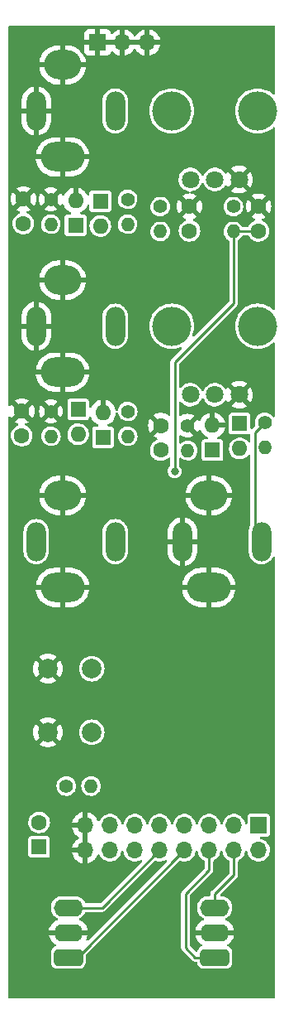
<source format=gbl>
%TF.GenerationSoftware,KiCad,Pcbnew,(6.0.1)*%
%TF.CreationDate,2022-10-17T21:53:42-04:00*%
%TF.ProjectId,ER-VCO-03_CTL,45522d56-434f-42d3-9033-5f43544c2e6b,1*%
%TF.SameCoordinates,Original*%
%TF.FileFunction,Copper,L2,Bot*%
%TF.FilePolarity,Positive*%
%FSLAX46Y46*%
G04 Gerber Fmt 4.6, Leading zero omitted, Abs format (unit mm)*
G04 Created by KiCad (PCBNEW (6.0.1)) date 2022-10-17 21:53:42*
%MOMM*%
%LPD*%
G01*
G04 APERTURE LIST*
G04 Aperture macros list*
%AMRoundRect*
0 Rectangle with rounded corners*
0 $1 Rounding radius*
0 $2 $3 $4 $5 $6 $7 $8 $9 X,Y pos of 4 corners*
0 Add a 4 corners polygon primitive as box body*
4,1,4,$2,$3,$4,$5,$6,$7,$8,$9,$2,$3,0*
0 Add four circle primitives for the rounded corners*
1,1,$1+$1,$2,$3*
1,1,$1+$1,$4,$5*
1,1,$1+$1,$6,$7*
1,1,$1+$1,$8,$9*
0 Add four rect primitives between the rounded corners*
20,1,$1+$1,$2,$3,$4,$5,0*
20,1,$1+$1,$4,$5,$6,$7,0*
20,1,$1+$1,$6,$7,$8,$9,0*
20,1,$1+$1,$8,$9,$2,$3,0*%
G04 Aperture macros list end*
%TA.AperFunction,ComponentPad*%
%ADD10C,1.400000*%
%TD*%
%TA.AperFunction,ComponentPad*%
%ADD11O,1.400000X1.400000*%
%TD*%
%TA.AperFunction,ComponentPad*%
%ADD12R,1.600000X1.600000*%
%TD*%
%TA.AperFunction,ComponentPad*%
%ADD13O,1.600000X1.600000*%
%TD*%
%TA.AperFunction,ComponentPad*%
%ADD14RoundRect,0.437500X-1.062500X-0.437500X1.062500X-0.437500X1.062500X0.437500X-1.062500X0.437500X0*%
%TD*%
%TA.AperFunction,ComponentPad*%
%ADD15O,3.000000X1.750000*%
%TD*%
%TA.AperFunction,ComponentPad*%
%ADD16C,1.600000*%
%TD*%
%TA.AperFunction,ComponentPad*%
%ADD17R,1.700000X1.700000*%
%TD*%
%TA.AperFunction,ComponentPad*%
%ADD18O,1.700000X1.700000*%
%TD*%
%TA.AperFunction,WasherPad*%
%ADD19C,4.000000*%
%TD*%
%TA.AperFunction,ComponentPad*%
%ADD20C,1.800000*%
%TD*%
%TA.AperFunction,ComponentPad*%
%ADD21C,2.000000*%
%TD*%
%TA.AperFunction,ComponentPad*%
%ADD22O,4.500000X3.000000*%
%TD*%
%TA.AperFunction,ComponentPad*%
%ADD23O,3.800000X3.000000*%
%TD*%
%TA.AperFunction,ComponentPad*%
%ADD24O,2.000000X4.000000*%
%TD*%
%TA.AperFunction,ViaPad*%
%ADD25C,0.800000*%
%TD*%
%TA.AperFunction,Conductor*%
%ADD26C,0.254000*%
%TD*%
G04 APERTURE END LIST*
D10*
%TO.P,R7,1*%
%TO.N,/GATE*%
X26638315Y-40821685D03*
D11*
%TO.P,R7,2*%
%TO.N,/GATE_CTL*%
X26638315Y-43361685D03*
%TD*%
D12*
%TO.P,D5,1,K*%
%TO.N,+3V3*%
X9772500Y-18210001D03*
D13*
%TO.P,D5,2,A*%
%TO.N,/VPEROCT_CV*%
X9772500Y-20750001D03*
%TD*%
D12*
%TO.P,D8,1,K*%
%TO.N,+3V3*%
X7500000Y-39500000D03*
D13*
%TO.P,D8,2,A*%
%TO.N,/MOD_CV*%
X7500000Y-42040000D03*
%TD*%
D14*
%TO.P,SW2,1,1*%
%TO.N,/MODE_UP_PB*%
X6500000Y-95500000D03*
D15*
%TO.P,SW2,2,2*%
%TO.N,GND*%
X6500000Y-92960000D03*
%TO.P,SW2,3,3*%
%TO.N,/MODE_DN_PB*%
X6500000Y-90420000D03*
%TD*%
D12*
%TO.P,D6,1,K*%
%TO.N,/VPEROCT_CV*%
X7232500Y-20675686D03*
D13*
%TO.P,D6,2,A*%
%TO.N,GND*%
X7232500Y-18135686D03*
%TD*%
D10*
%TO.P,R13,1*%
%TO.N,/CV*%
X12580000Y-39705685D03*
D11*
%TO.P,R13,2*%
%TO.N,/MOD_CV*%
X12580000Y-42245685D03*
%TD*%
D10*
%TO.P,R12,1*%
%TO.N,/MOD_FINE*%
X23415000Y-18780000D03*
D11*
%TO.P,R12,2*%
%TO.N,/MOD_POT*%
X23415000Y-21320000D03*
%TD*%
D16*
%TO.P,C4,1*%
%TO.N,/GATE_CTL*%
X15975315Y-43665685D03*
%TO.P,C4,2*%
%TO.N,GND*%
X15975315Y-41165685D03*
%TD*%
%TO.P,C5,1*%
%TO.N,/VPEROCT_CV*%
X1877500Y-20500000D03*
%TO.P,C5,2*%
%TO.N,GND*%
X1877500Y-18000000D03*
%TD*%
D14*
%TO.P,SW4,1,1*%
%TO.N,/OCT_UP_PB*%
X21500000Y-95500000D03*
D15*
%TO.P,SW4,2,2*%
%TO.N,GND*%
X21500000Y-92960000D03*
%TO.P,SW4,3,3*%
%TO.N,/OCT_DN_PB*%
X21500000Y-90420000D03*
%TD*%
D12*
%TO.P,D4,1,K*%
%TO.N,/GATE_CTL*%
X21276315Y-43655685D03*
D13*
%TO.P,D4,2,A*%
%TO.N,GND*%
X21276315Y-41115685D03*
%TD*%
D10*
%TO.P,R8,1*%
%TO.N,GND*%
X18736315Y-41165685D03*
D11*
%TO.P,R8,2*%
%TO.N,/GATE_CTL*%
X18736315Y-43705685D03*
%TD*%
D10*
%TO.P,R9,1*%
%TO.N,/V_OCT*%
X12566500Y-18030000D03*
D11*
%TO.P,R9,2*%
%TO.N,/VPEROCT_CV*%
X12566500Y-20570000D03*
%TD*%
D16*
%TO.P,C7,1*%
%TO.N,/MOD_CV*%
X1710000Y-42175685D03*
%TO.P,C7,2*%
%TO.N,GND*%
X1710000Y-39675685D03*
%TD*%
D12*
%TO.P,D7,1,K*%
%TO.N,/MOD_CV*%
X10040000Y-42351371D03*
D13*
%TO.P,D7,2,A*%
%TO.N,GND*%
X10040000Y-39811371D03*
%TD*%
D10*
%TO.P,R1,1*%
%TO.N,Net-(C1-Pad1)*%
X6280000Y-78000000D03*
D11*
%TO.P,R1,2*%
%TO.N,/AUD_OUT*%
X8820000Y-78000000D03*
%TD*%
D12*
%TO.P,D3,1,K*%
%TO.N,+3V3*%
X24070315Y-40960000D03*
D13*
%TO.P,D3,2,A*%
%TO.N,/GATE_CTL*%
X24070315Y-43500000D03*
%TD*%
D17*
%TO.P,J5,1,Pin_1*%
%TO.N,+3V3*%
X26000000Y-82000000D03*
D18*
%TO.P,J5,2,Pin_2*%
X26000000Y-84540000D03*
%TO.P,J5,3,Pin_3*%
%TO.N,unconnected-(J5-Pad3)*%
X23460000Y-82000000D03*
%TO.P,J5,4,Pin_4*%
%TO.N,/OCT_DN_PB*%
X23460000Y-84540000D03*
%TO.P,J5,5,Pin_5*%
%TO.N,/MOD_POT*%
X20920000Y-82000000D03*
%TO.P,J5,6,Pin_6*%
%TO.N,/OCT_UP_PB*%
X20920000Y-84540000D03*
%TO.P,J5,7,Pin_7*%
%TO.N,/GATE_CTL*%
X18380000Y-82000000D03*
%TO.P,J5,8,Pin_8*%
%TO.N,/MODE_UP_PB*%
X18380000Y-84540000D03*
%TO.P,J5,9,Pin_9*%
%TO.N,/FREQ_POT*%
X15840000Y-82000000D03*
%TO.P,J5,10,Pin_10*%
%TO.N,/MODE_DN_PB*%
X15840000Y-84540000D03*
%TO.P,J5,11,Pin_11*%
%TO.N,/VPEROCT_CV*%
X13300000Y-82000000D03*
%TO.P,J5,12,Pin_12*%
%TO.N,/MOD_CV*%
X13300000Y-84540000D03*
%TO.P,J5,13,Pin_13*%
%TO.N,/AUD_OUT*%
X10760000Y-82000000D03*
%TO.P,J5,14,Pin_14*%
%TO.N,/TIMBRE_PB*%
X10760000Y-84540000D03*
%TO.P,J5,15,Pin_15*%
%TO.N,GND*%
X8220000Y-82000000D03*
%TO.P,J5,16,Pin_16*%
X8220000Y-84540000D03*
%TD*%
D10*
%TO.P,R11,1*%
%TO.N,/FREQ_FINE*%
X15915000Y-18780000D03*
D11*
%TO.P,R11,2*%
%TO.N,/FREQ_POT*%
X15915000Y-21320000D03*
%TD*%
D10*
%TO.P,R14,1*%
%TO.N,GND*%
X4705000Y-39705685D03*
D11*
%TO.P,R14,2*%
%TO.N,/MOD_CV*%
X4705000Y-42245685D03*
%TD*%
D16*
%TO.P,C8,1*%
%TO.N,/MOD_POT*%
X26000000Y-21250000D03*
%TO.P,C8,2*%
%TO.N,GND*%
X26000000Y-18750000D03*
%TD*%
D12*
%TO.P,C1,1*%
%TO.N,Net-(C1-Pad1)*%
X3500000Y-84205113D03*
D16*
%TO.P,C1,2*%
%TO.N,Net-(C1-Pad2)*%
X3500000Y-81705113D03*
%TD*%
D17*
%TO.P,J6,1,Pin_1*%
%TO.N,GND*%
X9500000Y-2000000D03*
D18*
%TO.P,J6,2,Pin_2*%
X12040000Y-2000000D03*
%TO.P,J6,3,Pin_3*%
X14580000Y-2000000D03*
%TD*%
D10*
%TO.P,R10,1*%
%TO.N,GND*%
X4692500Y-18030000D03*
D11*
%TO.P,R10,2*%
%TO.N,/VPEROCT_CV*%
X4692500Y-20570000D03*
%TD*%
D16*
%TO.P,C6,1*%
%TO.N,/FREQ_POT*%
X18915000Y-21250000D03*
%TO.P,C6,2*%
%TO.N,GND*%
X18915000Y-18750000D03*
%TD*%
D19*
%TO.P,RV2,*%
%TO.N,*%
X17100000Y-9000000D03*
X25900000Y-9000000D03*
D20*
%TO.P,RV2,1,1*%
%TO.N,+3V3*%
X19000000Y-16000000D03*
%TO.P,RV2,2,2*%
%TO.N,/FREQ_FINE*%
X21500000Y-16000000D03*
%TO.P,RV2,3,3*%
%TO.N,GND*%
X24000000Y-16000000D03*
%TD*%
D21*
%TO.P,SW1,1,1*%
%TO.N,GND*%
X4400000Y-66000000D03*
X4400000Y-72500000D03*
%TO.P,SW1,2,2*%
%TO.N,/TIMBRE_PB*%
X8900000Y-66000000D03*
X8900000Y-72500000D03*
%TD*%
D22*
%TO.P,J4,S*%
%TO.N,GND*%
X5900000Y-35700000D03*
D23*
X5900000Y-26300000D03*
D24*
%TO.P,J4,T*%
%TO.N,/CV*%
X11300000Y-31000000D03*
%TO.P,J4,TN*%
%TO.N,GND*%
X3200000Y-31000000D03*
%TD*%
D19*
%TO.P,RV1,*%
%TO.N,*%
X17100000Y-31000000D03*
X25900000Y-31000000D03*
D20*
%TO.P,RV1,1,1*%
%TO.N,+3V3*%
X19000000Y-38000000D03*
%TO.P,RV1,2,2*%
%TO.N,/MOD_FINE*%
X21500000Y-38000000D03*
%TO.P,RV1,3,3*%
%TO.N,GND*%
X24000000Y-38000000D03*
%TD*%
D23*
%TO.P,J1,S*%
%TO.N,GND*%
X20900000Y-48300000D03*
D22*
X20900000Y-57700000D03*
D24*
%TO.P,J1,T*%
%TO.N,/GATE*%
X26300000Y-53000000D03*
%TO.P,J1,TN*%
%TO.N,GND*%
X18200000Y-53000000D03*
%TD*%
D23*
%TO.P,J3,S*%
%TO.N,GND*%
X5900000Y-4300000D03*
D22*
X5900000Y-13700000D03*
D24*
%TO.P,J3,T*%
%TO.N,/V_OCT*%
X11300000Y-9000000D03*
%TO.P,J3,TN*%
%TO.N,GND*%
X3200000Y-9000000D03*
%TD*%
D23*
%TO.P,J2,S*%
%TO.N,GND*%
X5900000Y-48300000D03*
D22*
X5900000Y-57700000D03*
D24*
%TO.P,J2,T*%
%TO.N,Net-(C1-Pad2)*%
X11300000Y-53000000D03*
%TO.P,J2,TN*%
%TO.N,unconnected-(J2-PadTN)*%
X3200000Y-53000000D03*
%TD*%
D25*
%TO.N,/MOD_POT*%
X17399000Y-45847000D03*
%TD*%
D26*
%TO.N,/MOD_POT*%
X23415000Y-21320000D02*
X23415000Y-28655000D01*
X23415000Y-28655000D02*
X17399000Y-34671000D01*
X23415000Y-21320000D02*
X25930000Y-21320000D01*
X17399000Y-34671000D02*
X17399000Y-45847000D01*
%TO.N,/MODE_UP_PB*%
X18380000Y-84540000D02*
X7420000Y-95500000D01*
X7420000Y-95500000D02*
X6500000Y-95500000D01*
%TO.N,/MODE_DN_PB*%
X15840000Y-84540000D02*
X9960000Y-90420000D01*
X9960000Y-90420000D02*
X6500000Y-90420000D01*
%TO.N,/GATE*%
X26300000Y-53000000D02*
X25611804Y-52311804D01*
X25611804Y-52311804D02*
X25611804Y-41848196D01*
X25611804Y-41848196D02*
X26638315Y-40821685D01*
%TO.N,/OCT_UP_PB*%
X20920000Y-84540000D02*
X20920000Y-86580000D01*
X19500000Y-95500000D02*
X21500000Y-95500000D01*
X18500000Y-94500000D02*
X19500000Y-95500000D01*
X18500000Y-89000000D02*
X18500000Y-94500000D01*
X20920000Y-86580000D02*
X18500000Y-89000000D01*
%TO.N,/OCT_DN_PB*%
X21500000Y-89000000D02*
X21500000Y-90420000D01*
X23460000Y-87040000D02*
X21500000Y-89000000D01*
X23460000Y-84540000D02*
X23460000Y-87040000D01*
%TD*%
%TA.AperFunction,Conductor*%
%TO.N,GND*%
G36*
X27637321Y-324802D02*
G01*
X27683814Y-378458D01*
X27695200Y-430800D01*
X27695200Y-7230049D01*
X27675198Y-7298170D01*
X27621542Y-7344663D01*
X27551268Y-7354767D01*
X27486123Y-7324781D01*
X27378102Y-7230049D01*
X27306389Y-7167159D01*
X27055123Y-6999268D01*
X27051424Y-6997444D01*
X27051419Y-6997441D01*
X26871055Y-6908496D01*
X26784093Y-6865611D01*
X26776204Y-6862933D01*
X26501849Y-6769802D01*
X26501845Y-6769801D01*
X26497936Y-6768474D01*
X26493892Y-6767670D01*
X26493886Y-6767668D01*
X26205587Y-6710321D01*
X26205581Y-6710320D01*
X26201548Y-6709518D01*
X26197443Y-6709249D01*
X26197436Y-6709248D01*
X25904120Y-6690024D01*
X25900000Y-6689754D01*
X25895880Y-6690024D01*
X25602564Y-6709248D01*
X25602557Y-6709249D01*
X25598452Y-6709518D01*
X25594419Y-6710320D01*
X25594413Y-6710321D01*
X25306114Y-6767668D01*
X25306108Y-6767670D01*
X25302064Y-6768474D01*
X25298155Y-6769801D01*
X25298151Y-6769802D01*
X25023796Y-6862933D01*
X25015907Y-6865611D01*
X24928945Y-6908496D01*
X24748581Y-6997441D01*
X24748576Y-6997444D01*
X24744877Y-6999268D01*
X24493611Y-7167159D01*
X24266409Y-7366409D01*
X24067159Y-7593611D01*
X23899268Y-7844877D01*
X23897444Y-7848576D01*
X23897441Y-7848581D01*
X23828840Y-7987691D01*
X23765611Y-8115907D01*
X23668474Y-8402064D01*
X23609518Y-8698452D01*
X23609249Y-8702557D01*
X23609248Y-8702564D01*
X23590024Y-8995880D01*
X23589754Y-9000000D01*
X23590024Y-9004120D01*
X23607589Y-9272115D01*
X23609518Y-9301548D01*
X23668474Y-9597936D01*
X23765611Y-9884093D01*
X23767435Y-9887791D01*
X23892318Y-10141029D01*
X23899268Y-10155123D01*
X24067159Y-10406389D01*
X24266409Y-10633591D01*
X24269506Y-10636307D01*
X24285298Y-10650156D01*
X24493611Y-10832841D01*
X24744877Y-11000732D01*
X24748576Y-11002556D01*
X24748581Y-11002559D01*
X24775460Y-11015814D01*
X25015907Y-11134389D01*
X25019812Y-11135714D01*
X25019813Y-11135715D01*
X25298151Y-11230198D01*
X25298155Y-11230199D01*
X25302064Y-11231526D01*
X25306108Y-11232330D01*
X25306114Y-11232332D01*
X25594413Y-11289679D01*
X25594419Y-11289680D01*
X25598452Y-11290482D01*
X25602557Y-11290751D01*
X25602564Y-11290752D01*
X25895880Y-11309976D01*
X25900000Y-11310246D01*
X25904120Y-11309976D01*
X26197436Y-11290752D01*
X26197443Y-11290751D01*
X26201548Y-11290482D01*
X26205581Y-11289680D01*
X26205587Y-11289679D01*
X26493886Y-11232332D01*
X26493892Y-11232330D01*
X26497936Y-11231526D01*
X26501845Y-11230199D01*
X26501849Y-11230198D01*
X26780187Y-11135715D01*
X26780188Y-11135714D01*
X26784093Y-11134389D01*
X27024540Y-11015814D01*
X27051419Y-11002559D01*
X27051424Y-11002556D01*
X27055123Y-11000732D01*
X27306389Y-10832841D01*
X27486123Y-10675219D01*
X27550527Y-10645342D01*
X27620860Y-10655028D01*
X27674791Y-10701201D01*
X27695200Y-10769951D01*
X27695200Y-29230049D01*
X27675198Y-29298170D01*
X27621542Y-29344663D01*
X27551268Y-29354767D01*
X27486123Y-29324781D01*
X27378102Y-29230049D01*
X27306389Y-29167159D01*
X27055123Y-28999268D01*
X27051424Y-28997444D01*
X27051419Y-28997441D01*
X26871055Y-28908496D01*
X26784093Y-28865611D01*
X26764780Y-28859055D01*
X26501849Y-28769802D01*
X26501845Y-28769801D01*
X26497936Y-28768474D01*
X26493892Y-28767670D01*
X26493886Y-28767668D01*
X26205587Y-28710321D01*
X26205581Y-28710320D01*
X26201548Y-28709518D01*
X26197443Y-28709249D01*
X26197436Y-28709248D01*
X25904120Y-28690024D01*
X25900000Y-28689754D01*
X25895880Y-28690024D01*
X25602564Y-28709248D01*
X25602557Y-28709249D01*
X25598452Y-28709518D01*
X25594419Y-28710320D01*
X25594413Y-28710321D01*
X25306114Y-28767668D01*
X25306108Y-28767670D01*
X25302064Y-28768474D01*
X25298155Y-28769801D01*
X25298151Y-28769802D01*
X25035220Y-28859055D01*
X25015907Y-28865611D01*
X24928945Y-28908496D01*
X24748581Y-28997441D01*
X24748576Y-28997444D01*
X24744877Y-28999268D01*
X24493611Y-29167159D01*
X24266409Y-29366409D01*
X24067159Y-29593611D01*
X23899268Y-29844877D01*
X23897444Y-29848576D01*
X23897441Y-29848581D01*
X23828840Y-29987691D01*
X23765611Y-30115907D01*
X23668474Y-30402064D01*
X23609518Y-30698452D01*
X23609249Y-30702557D01*
X23609248Y-30702564D01*
X23590024Y-30995880D01*
X23589754Y-31000000D01*
X23590024Y-31004120D01*
X23607589Y-31272115D01*
X23609518Y-31301548D01*
X23668474Y-31597936D01*
X23765611Y-31884093D01*
X23767435Y-31887791D01*
X23892318Y-32141029D01*
X23899268Y-32155123D01*
X24067159Y-32406389D01*
X24266409Y-32633591D01*
X24269506Y-32636307D01*
X24285298Y-32650156D01*
X24493611Y-32832841D01*
X24744877Y-33000732D01*
X24748576Y-33002556D01*
X24748581Y-33002559D01*
X24775460Y-33015814D01*
X25015907Y-33134389D01*
X25019812Y-33135714D01*
X25019813Y-33135715D01*
X25298151Y-33230198D01*
X25298155Y-33230199D01*
X25302064Y-33231526D01*
X25306108Y-33232330D01*
X25306114Y-33232332D01*
X25594413Y-33289679D01*
X25594419Y-33289680D01*
X25598452Y-33290482D01*
X25602557Y-33290751D01*
X25602564Y-33290752D01*
X25895880Y-33309976D01*
X25900000Y-33310246D01*
X25904120Y-33309976D01*
X26197436Y-33290752D01*
X26197443Y-33290751D01*
X26201548Y-33290482D01*
X26205581Y-33289680D01*
X26205587Y-33289679D01*
X26493886Y-33232332D01*
X26493892Y-33232330D01*
X26497936Y-33231526D01*
X26501845Y-33230199D01*
X26501849Y-33230198D01*
X26780187Y-33135715D01*
X26780188Y-33135714D01*
X26784093Y-33134389D01*
X27024540Y-33015814D01*
X27051419Y-33002559D01*
X27051424Y-33002556D01*
X27055123Y-33000732D01*
X27306389Y-32832841D01*
X27486123Y-32675219D01*
X27550527Y-32645342D01*
X27620860Y-32655028D01*
X27674791Y-32701201D01*
X27695200Y-32769951D01*
X27695200Y-40173046D01*
X27675198Y-40241167D01*
X27621542Y-40287660D01*
X27551268Y-40297764D01*
X27486688Y-40268270D01*
X27471557Y-40252682D01*
X27358987Y-40114657D01*
X27358985Y-40114655D01*
X27355098Y-40109889D01*
X27203192Y-39984221D01*
X27197775Y-39981292D01*
X27197772Y-39981290D01*
X27035187Y-39893381D01*
X27035183Y-39893379D01*
X27029769Y-39890452D01*
X27023889Y-39888632D01*
X27023887Y-39888631D01*
X26891719Y-39847718D01*
X26841437Y-39832153D01*
X26835319Y-39831510D01*
X26835314Y-39831509D01*
X26651496Y-39812190D01*
X26651494Y-39812190D01*
X26645367Y-39811546D01*
X26562901Y-39819051D01*
X26455168Y-39828855D01*
X26455165Y-39828856D01*
X26449029Y-39829414D01*
X26443123Y-39831152D01*
X26443119Y-39831153D01*
X26303800Y-39872157D01*
X26259901Y-39885077D01*
X26085186Y-39976416D01*
X26080386Y-39980276D01*
X26080385Y-39980276D01*
X26066160Y-39991713D01*
X25931540Y-40099950D01*
X25804815Y-40250976D01*
X25801851Y-40256368D01*
X25801848Y-40256372D01*
X25743453Y-40362593D01*
X25709838Y-40423739D01*
X25707977Y-40429606D01*
X25707976Y-40429608D01*
X25652244Y-40605300D01*
X25650226Y-40611660D01*
X25628249Y-40807581D01*
X25631210Y-40842844D01*
X25642271Y-40974550D01*
X25644747Y-41004039D01*
X25665551Y-41076590D01*
X25668825Y-41088009D01*
X25668374Y-41159004D01*
X25636801Y-41211834D01*
X25390710Y-41457925D01*
X25328398Y-41491951D01*
X25257583Y-41486886D01*
X25200747Y-41444339D01*
X25175936Y-41377819D01*
X25175615Y-41368830D01*
X25175615Y-40114642D01*
X25173867Y-40099950D01*
X25173565Y-40097407D01*
X25173564Y-40097404D01*
X25172448Y-40088022D01*
X25126279Y-39984081D01*
X25081491Y-39939371D01*
X25054020Y-39911948D01*
X25054018Y-39911947D01*
X25045787Y-39903730D01*
X24941766Y-39857742D01*
X24915673Y-39854700D01*
X23224957Y-39854700D01*
X23214063Y-39855996D01*
X23207722Y-39856750D01*
X23207719Y-39856751D01*
X23198337Y-39857867D01*
X23147498Y-39880449D01*
X23107526Y-39898204D01*
X23094396Y-39904036D01*
X23064290Y-39934195D01*
X23022263Y-39976295D01*
X23022262Y-39976297D01*
X23014045Y-39984528D01*
X22968057Y-40088549D01*
X22965015Y-40114642D01*
X22965015Y-41805358D01*
X22968182Y-41831978D01*
X23014351Y-41935919D01*
X23023344Y-41944896D01*
X23086610Y-42008052D01*
X23086612Y-42008053D01*
X23094843Y-42016270D01*
X23198864Y-42062258D01*
X23224957Y-42065300D01*
X24915673Y-42065300D01*
X24926567Y-42064004D01*
X24932908Y-42063250D01*
X24932911Y-42063249D01*
X24942293Y-42062133D01*
X25002356Y-42035454D01*
X25072731Y-42026081D01*
X25137002Y-42056243D01*
X25174762Y-42116365D01*
X25179504Y-42150605D01*
X25179504Y-42758606D01*
X25159502Y-42826727D01*
X25105846Y-42873220D01*
X25035572Y-42883324D01*
X24970992Y-42853830D01*
X24952546Y-42833995D01*
X24948052Y-42827976D01*
X24913098Y-42781167D01*
X24898685Y-42761866D01*
X24898684Y-42761865D01*
X24895232Y-42757242D01*
X24877047Y-42740432D01*
X24750301Y-42623269D01*
X24750298Y-42623267D01*
X24746061Y-42619350D01*
X24647651Y-42557258D01*
X24579144Y-42514033D01*
X24579139Y-42514031D01*
X24574260Y-42510952D01*
X24434863Y-42455338D01*
X24390951Y-42437819D01*
X24385582Y-42435677D01*
X24186345Y-42396046D01*
X24180570Y-42395970D01*
X24180566Y-42395970D01*
X24079077Y-42394642D01*
X23983223Y-42393387D01*
X23977526Y-42394366D01*
X23977525Y-42394366D01*
X23797007Y-42425385D01*
X23783017Y-42427789D01*
X23592433Y-42498099D01*
X23587472Y-42501051D01*
X23587471Y-42501051D01*
X23430043Y-42594711D01*
X23417853Y-42601963D01*
X23265124Y-42735902D01*
X23139361Y-42895432D01*
X23136672Y-42900543D01*
X23136670Y-42900546D01*
X23126431Y-42920008D01*
X23044776Y-43075208D01*
X22984537Y-43269211D01*
X22960660Y-43470943D01*
X22973946Y-43673648D01*
X22975367Y-43679244D01*
X22975368Y-43679249D01*
X23014560Y-43833566D01*
X23023950Y-43870537D01*
X23108996Y-44055017D01*
X23226238Y-44220910D01*
X23371747Y-44362659D01*
X23376543Y-44365864D01*
X23376546Y-44365866D01*
X23483331Y-44437217D01*
X23540652Y-44475518D01*
X23545955Y-44477796D01*
X23545958Y-44477798D01*
X23721988Y-44553426D01*
X23727295Y-44555706D01*
X23799696Y-44572088D01*
X23919789Y-44599263D01*
X23919794Y-44599264D01*
X23925426Y-44600538D01*
X23931197Y-44600765D01*
X23931199Y-44600765D01*
X23990116Y-44603080D01*
X24128410Y-44608514D01*
X24246436Y-44591401D01*
X24323726Y-44580195D01*
X24323730Y-44580194D01*
X24329448Y-44579365D01*
X24334920Y-44577507D01*
X24334922Y-44577507D01*
X24516343Y-44515922D01*
X24516345Y-44515921D01*
X24521807Y-44514067D01*
X24667744Y-44432339D01*
X24694009Y-44417630D01*
X24694010Y-44417629D01*
X24699046Y-44414809D01*
X24707950Y-44407404D01*
X24843802Y-44294416D01*
X24855228Y-44284913D01*
X24956630Y-44162991D01*
X25015568Y-44123408D01*
X25086550Y-44121972D01*
X25147040Y-44159139D01*
X25177833Y-44223110D01*
X25179504Y-44243561D01*
X25179504Y-51287381D01*
X25164231Y-51344378D01*
X25165259Y-51344857D01*
X25068734Y-51551856D01*
X25067312Y-51557164D01*
X25067311Y-51557166D01*
X25012116Y-51763157D01*
X25009620Y-51772471D01*
X25009141Y-51777951D01*
X24999042Y-51893384D01*
X24994700Y-51943009D01*
X24994700Y-54056991D01*
X24994938Y-54059708D01*
X24994938Y-54059715D01*
X24999289Y-54109449D01*
X25009620Y-54227529D01*
X25011044Y-54232842D01*
X25011044Y-54232844D01*
X25014783Y-54246796D01*
X25068734Y-54448144D01*
X25071057Y-54453125D01*
X25071057Y-54453126D01*
X25162933Y-54650156D01*
X25162936Y-54650161D01*
X25165259Y-54655143D01*
X25168415Y-54659650D01*
X25168416Y-54659652D01*
X25283196Y-54823574D01*
X25296263Y-54842236D01*
X25457764Y-55003737D01*
X25462272Y-55006894D01*
X25462275Y-55006896D01*
X25573105Y-55084500D01*
X25644857Y-55134741D01*
X25649839Y-55137064D01*
X25649844Y-55137067D01*
X25846874Y-55228943D01*
X25851856Y-55231266D01*
X25857164Y-55232688D01*
X25857166Y-55232689D01*
X26067156Y-55288956D01*
X26067158Y-55288956D01*
X26072471Y-55290380D01*
X26300000Y-55310286D01*
X26527529Y-55290380D01*
X26532842Y-55288956D01*
X26532844Y-55288956D01*
X26742834Y-55232689D01*
X26742836Y-55232688D01*
X26748144Y-55231266D01*
X26753126Y-55228943D01*
X26950156Y-55137067D01*
X26950161Y-55137064D01*
X26955143Y-55134741D01*
X27026895Y-55084500D01*
X27137725Y-55006896D01*
X27137728Y-55006894D01*
X27142236Y-55003737D01*
X27303737Y-54842236D01*
X27316805Y-54823574D01*
X27431584Y-54659652D01*
X27431585Y-54659650D01*
X27434741Y-54655143D01*
X27437064Y-54650161D01*
X27437067Y-54650156D01*
X27455005Y-54611687D01*
X27501923Y-54558402D01*
X27570200Y-54538941D01*
X27638160Y-54559483D01*
X27684225Y-54613506D01*
X27695200Y-54664937D01*
X27695200Y-99569200D01*
X27675198Y-99637321D01*
X27621542Y-99683814D01*
X27569200Y-99695200D01*
X430800Y-99695200D01*
X362679Y-99675198D01*
X316186Y-99621542D01*
X304800Y-99569200D01*
X304800Y-92688043D01*
X4515920Y-92688043D01*
X4518116Y-92702207D01*
X4531303Y-92706000D01*
X8466737Y-92706000D01*
X8480268Y-92702027D01*
X8481793Y-92691420D01*
X8455555Y-92566371D01*
X8452495Y-92556174D01*
X8370211Y-92347816D01*
X8365477Y-92338279D01*
X8249258Y-92146756D01*
X8242994Y-92138166D01*
X8096165Y-91968961D01*
X8088535Y-91961541D01*
X7915300Y-91819497D01*
X7906533Y-91813473D01*
X7711842Y-91702648D01*
X7702175Y-91698181D01*
X7691690Y-91694375D01*
X7634483Y-91652330D01*
X7609088Y-91586030D01*
X7623569Y-91516526D01*
X7678953Y-91462932D01*
X7744347Y-91430683D01*
X7771309Y-91410550D01*
X7913535Y-91304345D01*
X7913536Y-91304344D01*
X7918159Y-91300892D01*
X8065407Y-91141600D01*
X8181161Y-90958141D01*
X8191746Y-90931609D01*
X8235567Y-90875750D01*
X8308776Y-90852300D01*
X9926868Y-90852300D01*
X9941677Y-90853173D01*
X9973733Y-90856967D01*
X10029069Y-90846861D01*
X10032922Y-90846220D01*
X10088549Y-90837856D01*
X10094795Y-90834857D01*
X10101611Y-90833612D01*
X10151533Y-90807680D01*
X10155035Y-90805931D01*
X10197238Y-90785665D01*
X10205733Y-90781586D01*
X10210822Y-90776881D01*
X10216970Y-90773688D01*
X10221807Y-90769558D01*
X10257495Y-90733870D01*
X10261061Y-90730441D01*
X10294274Y-90699739D01*
X10301191Y-90693345D01*
X10304765Y-90687192D01*
X10309850Y-90681515D01*
X15327661Y-85663704D01*
X15389973Y-85629678D01*
X15466490Y-85637030D01*
X15476156Y-85641182D01*
X15481463Y-85643462D01*
X15487092Y-85644736D01*
X15487093Y-85644736D01*
X15682921Y-85689048D01*
X15682924Y-85689048D01*
X15688557Y-85690323D01*
X15694328Y-85690550D01*
X15694330Y-85690550D01*
X15759086Y-85693094D01*
X15900723Y-85698659D01*
X16005789Y-85683425D01*
X16105141Y-85669020D01*
X16105146Y-85669019D01*
X16110855Y-85668191D01*
X16116319Y-85666336D01*
X16116324Y-85666335D01*
X16277063Y-85611771D01*
X16311916Y-85599940D01*
X16418940Y-85540004D01*
X16488149Y-85524171D01*
X16554931Y-85548268D01*
X16598083Y-85604645D01*
X16603906Y-85675402D01*
X16569601Y-85739034D01*
X8542307Y-93766328D01*
X8479995Y-93800354D01*
X8409180Y-93795289D01*
X8352344Y-93752742D01*
X8327533Y-93686222D01*
X8340895Y-93620128D01*
X8408604Y-93486955D01*
X8412604Y-93477104D01*
X8479039Y-93263148D01*
X8481322Y-93252764D01*
X8484080Y-93231957D01*
X8481884Y-93217793D01*
X8468697Y-93214000D01*
X4533263Y-93214000D01*
X4519732Y-93217973D01*
X4518207Y-93228580D01*
X4544445Y-93353629D01*
X4547505Y-93363826D01*
X4629789Y-93572184D01*
X4634523Y-93581721D01*
X4750742Y-93773244D01*
X4757006Y-93781834D01*
X4903835Y-93951039D01*
X4911465Y-93958459D01*
X5084700Y-94100503D01*
X5093467Y-94106528D01*
X5166724Y-94148228D01*
X5216030Y-94199310D01*
X5229892Y-94268941D01*
X5203909Y-94335012D01*
X5144268Y-94377254D01*
X5120259Y-94385264D01*
X4972970Y-94476409D01*
X4850599Y-94598994D01*
X4846759Y-94605224D01*
X4846758Y-94605225D01*
X4791399Y-94695035D01*
X4759711Y-94746442D01*
X4705181Y-94910844D01*
X4704481Y-94917680D01*
X4704480Y-94917683D01*
X4702192Y-94940013D01*
X4694700Y-95013142D01*
X4694700Y-95986858D01*
X4695037Y-95990104D01*
X4695037Y-95990108D01*
X4704605Y-96082317D01*
X4705447Y-96090434D01*
X4760264Y-96254741D01*
X4851409Y-96402030D01*
X4973994Y-96524401D01*
X5121442Y-96615289D01*
X5285844Y-96669819D01*
X5292680Y-96670519D01*
X5292683Y-96670520D01*
X5343981Y-96675775D01*
X5388142Y-96680300D01*
X7611858Y-96680300D01*
X7615104Y-96679963D01*
X7615108Y-96679963D01*
X7708576Y-96670265D01*
X7708580Y-96670264D01*
X7715434Y-96669553D01*
X7721970Y-96667372D01*
X7721972Y-96667372D01*
X7856356Y-96622538D01*
X7879741Y-96614736D01*
X8027030Y-96523591D01*
X8149401Y-96401006D01*
X8240289Y-96253558D01*
X8294819Y-96089156D01*
X8305300Y-95986858D01*
X8305300Y-95278255D01*
X8325302Y-95210134D01*
X8342205Y-95189160D01*
X17867661Y-85663704D01*
X17929973Y-85629678D01*
X18006490Y-85637030D01*
X18016156Y-85641182D01*
X18021463Y-85643462D01*
X18027092Y-85644736D01*
X18027093Y-85644736D01*
X18222921Y-85689048D01*
X18222924Y-85689048D01*
X18228557Y-85690323D01*
X18234328Y-85690550D01*
X18234330Y-85690550D01*
X18299086Y-85693094D01*
X18440723Y-85698659D01*
X18545789Y-85683425D01*
X18645141Y-85669020D01*
X18645146Y-85669019D01*
X18650855Y-85668191D01*
X18656319Y-85666336D01*
X18656324Y-85666335D01*
X18817063Y-85611771D01*
X18851916Y-85599940D01*
X19037172Y-85496192D01*
X19200420Y-85360420D01*
X19336192Y-85197172D01*
X19439940Y-85011916D01*
X19466883Y-84932545D01*
X19506335Y-84816324D01*
X19506336Y-84816319D01*
X19508191Y-84810855D01*
X19509019Y-84805146D01*
X19509020Y-84805141D01*
X19520334Y-84727105D01*
X19523287Y-84706738D01*
X19552857Y-84642193D01*
X19612628Y-84603881D01*
X19683625Y-84603965D01*
X19743305Y-84642420D01*
X19772722Y-84707036D01*
X19773565Y-84715147D01*
X19773658Y-84715733D01*
X19774036Y-84721503D01*
X19826301Y-84927299D01*
X19915195Y-85120124D01*
X20037740Y-85293521D01*
X20110202Y-85364111D01*
X20174567Y-85426812D01*
X20189832Y-85441683D01*
X20194628Y-85444888D01*
X20194631Y-85444890D01*
X20336979Y-85540004D01*
X20366377Y-85559647D01*
X20371680Y-85561925D01*
X20371685Y-85561928D01*
X20411437Y-85579006D01*
X20466130Y-85624274D01*
X20487700Y-85694774D01*
X20487700Y-86348745D01*
X20467698Y-86416866D01*
X20450795Y-86437840D01*
X18217748Y-88670887D01*
X18206659Y-88680742D01*
X18181307Y-88700728D01*
X18175953Y-88708475D01*
X18149352Y-88746964D01*
X18147051Y-88750184D01*
X18113633Y-88795429D01*
X18111337Y-88801966D01*
X18107398Y-88807666D01*
X18104558Y-88816647D01*
X18090440Y-88861287D01*
X18089189Y-88865036D01*
X18070561Y-88918080D01*
X18070289Y-88925001D01*
X18068199Y-88931610D01*
X18067700Y-88937951D01*
X18067700Y-88988413D01*
X18067603Y-88993359D01*
X18065457Y-89047974D01*
X18067281Y-89054854D01*
X18067700Y-89062466D01*
X18067700Y-94466868D01*
X18066827Y-94481677D01*
X18063033Y-94513733D01*
X18073139Y-94569069D01*
X18073780Y-94572922D01*
X18082144Y-94628549D01*
X18085143Y-94634795D01*
X18086388Y-94641611D01*
X18112320Y-94691533D01*
X18114069Y-94695035D01*
X18138414Y-94745733D01*
X18143119Y-94750822D01*
X18146312Y-94756970D01*
X18150442Y-94761807D01*
X18186130Y-94797495D01*
X18189559Y-94801061D01*
X18226655Y-94841191D01*
X18232808Y-94844765D01*
X18238485Y-94849850D01*
X19170887Y-95782252D01*
X19180742Y-95793341D01*
X19200728Y-95818693D01*
X19246984Y-95850662D01*
X19250184Y-95852949D01*
X19295429Y-95886367D01*
X19301967Y-95888663D01*
X19307666Y-95892602D01*
X19316651Y-95895444D01*
X19316652Y-95895444D01*
X19361261Y-95909552D01*
X19365017Y-95910805D01*
X19418080Y-95929440D01*
X19425005Y-95929712D01*
X19431610Y-95931801D01*
X19437951Y-95932300D01*
X19488403Y-95932300D01*
X19493349Y-95932397D01*
X19547975Y-95934543D01*
X19554855Y-95932719D01*
X19562464Y-95932300D01*
X19575437Y-95932300D01*
X19643558Y-95952302D01*
X19690051Y-96005958D01*
X19700764Y-96045297D01*
X19704605Y-96082317D01*
X19705447Y-96090434D01*
X19760264Y-96254741D01*
X19851409Y-96402030D01*
X19973994Y-96524401D01*
X20121442Y-96615289D01*
X20285844Y-96669819D01*
X20292680Y-96670519D01*
X20292683Y-96670520D01*
X20343981Y-96675775D01*
X20388142Y-96680300D01*
X22611858Y-96680300D01*
X22615104Y-96679963D01*
X22615108Y-96679963D01*
X22708576Y-96670265D01*
X22708580Y-96670264D01*
X22715434Y-96669553D01*
X22721970Y-96667372D01*
X22721972Y-96667372D01*
X22856356Y-96622538D01*
X22879741Y-96614736D01*
X23027030Y-96523591D01*
X23149401Y-96401006D01*
X23240289Y-96253558D01*
X23294819Y-96089156D01*
X23305300Y-95986858D01*
X23305300Y-95013142D01*
X23304963Y-95009892D01*
X23295265Y-94916424D01*
X23295264Y-94916420D01*
X23294553Y-94909566D01*
X23239736Y-94745259D01*
X23148591Y-94597970D01*
X23026006Y-94475599D01*
X22878558Y-94384711D01*
X22858655Y-94378110D01*
X22800296Y-94337679D01*
X22773060Y-94272114D01*
X22785594Y-94202233D01*
X22827957Y-94153997D01*
X22990302Y-94044699D01*
X22998585Y-94038040D01*
X23160686Y-93883404D01*
X23167738Y-93875434D01*
X23301468Y-93695693D01*
X23307067Y-93686663D01*
X23408604Y-93486955D01*
X23412604Y-93477104D01*
X23479039Y-93263148D01*
X23481322Y-93252764D01*
X23484080Y-93231957D01*
X23481884Y-93217793D01*
X23468697Y-93214000D01*
X19533263Y-93214000D01*
X19519732Y-93217973D01*
X19518207Y-93228580D01*
X19544445Y-93353629D01*
X19547505Y-93363826D01*
X19629789Y-93572184D01*
X19634523Y-93581721D01*
X19750742Y-93773244D01*
X19757006Y-93781834D01*
X19903835Y-93951039D01*
X19911465Y-93958459D01*
X20084700Y-94100503D01*
X20093467Y-94106528D01*
X20166724Y-94148228D01*
X20216030Y-94199310D01*
X20229892Y-94268941D01*
X20203909Y-94335012D01*
X20144268Y-94377254D01*
X20120259Y-94385264D01*
X19972970Y-94476409D01*
X19850599Y-94598994D01*
X19846759Y-94605224D01*
X19846758Y-94605225D01*
X19791399Y-94695035D01*
X19759711Y-94746442D01*
X19742196Y-94799249D01*
X19723897Y-94854417D01*
X19683466Y-94912777D01*
X19617902Y-94940013D01*
X19548020Y-94927479D01*
X19515209Y-94903844D01*
X18969205Y-94357840D01*
X18935179Y-94295528D01*
X18932300Y-94268745D01*
X18932300Y-89231255D01*
X18952302Y-89163134D01*
X18969205Y-89142160D01*
X21202252Y-86909113D01*
X21213341Y-86899258D01*
X21231296Y-86885103D01*
X21238693Y-86879272D01*
X21270662Y-86833016D01*
X21272949Y-86829816D01*
X21300772Y-86792146D01*
X21306367Y-86784571D01*
X21308663Y-86778033D01*
X21312602Y-86772334D01*
X21329552Y-86718739D01*
X21330805Y-86714983D01*
X21346320Y-86670804D01*
X21349440Y-86661920D01*
X21349712Y-86654995D01*
X21351801Y-86648390D01*
X21352300Y-86642049D01*
X21352300Y-86591597D01*
X21352397Y-86586651D01*
X21354173Y-86541436D01*
X21354543Y-86532026D01*
X21352719Y-86525146D01*
X21352300Y-86517534D01*
X21352300Y-85695976D01*
X21372302Y-85627855D01*
X21416733Y-85586042D01*
X21577172Y-85496192D01*
X21740420Y-85360420D01*
X21876192Y-85197172D01*
X21979940Y-85011916D01*
X22006883Y-84932545D01*
X22046335Y-84816324D01*
X22046336Y-84816319D01*
X22048191Y-84810855D01*
X22049019Y-84805146D01*
X22049020Y-84805141D01*
X22060334Y-84727105D01*
X22063287Y-84706738D01*
X22092857Y-84642193D01*
X22152628Y-84603881D01*
X22223625Y-84603965D01*
X22283305Y-84642420D01*
X22312722Y-84707036D01*
X22313565Y-84715147D01*
X22313658Y-84715733D01*
X22314036Y-84721503D01*
X22366301Y-84927299D01*
X22455195Y-85120124D01*
X22577740Y-85293521D01*
X22650202Y-85364111D01*
X22714567Y-85426812D01*
X22729832Y-85441683D01*
X22734628Y-85444888D01*
X22734631Y-85444890D01*
X22876979Y-85540004D01*
X22906377Y-85559647D01*
X22911680Y-85561925D01*
X22911685Y-85561928D01*
X22951437Y-85579006D01*
X23006130Y-85624274D01*
X23027700Y-85694774D01*
X23027700Y-86808745D01*
X23007698Y-86876866D01*
X22990795Y-86897840D01*
X21217748Y-88670887D01*
X21206659Y-88680742D01*
X21181307Y-88700728D01*
X21175953Y-88708475D01*
X21149352Y-88746964D01*
X21147051Y-88750184D01*
X21113633Y-88795429D01*
X21111337Y-88801966D01*
X21107398Y-88807666D01*
X21104558Y-88816647D01*
X21090440Y-88861287D01*
X21089189Y-88865036D01*
X21070561Y-88918080D01*
X21070289Y-88925001D01*
X21068199Y-88931610D01*
X21067700Y-88937951D01*
X21067700Y-88988413D01*
X21067603Y-88993359D01*
X21065457Y-89047974D01*
X21067281Y-89054854D01*
X21067700Y-89062466D01*
X21067700Y-89113700D01*
X21047698Y-89181821D01*
X20994042Y-89228314D01*
X20941700Y-89239700D01*
X20819965Y-89239700D01*
X20658986Y-89254492D01*
X20653424Y-89256061D01*
X20653422Y-89256061D01*
X20554596Y-89283933D01*
X20450206Y-89313374D01*
X20255653Y-89409317D01*
X20251027Y-89412771D01*
X20251026Y-89412772D01*
X20086465Y-89535655D01*
X20081841Y-89539108D01*
X19934593Y-89698400D01*
X19818839Y-89881859D01*
X19738456Y-90083340D01*
X19696137Y-90296096D01*
X19696061Y-90301871D01*
X19696061Y-90301875D01*
X19694633Y-90410957D01*
X19693297Y-90513002D01*
X19730033Y-90726793D01*
X19805114Y-90930309D01*
X19916026Y-91116735D01*
X20059054Y-91279828D01*
X20229408Y-91414124D01*
X20234517Y-91416812D01*
X20328265Y-91466135D01*
X20379238Y-91515555D01*
X20395401Y-91584687D01*
X20371622Y-91651583D01*
X20321348Y-91692526D01*
X20204839Y-91745009D01*
X20195533Y-91750189D01*
X20009698Y-91875301D01*
X20001415Y-91881960D01*
X19839314Y-92036596D01*
X19832262Y-92044566D01*
X19698532Y-92224307D01*
X19692933Y-92233337D01*
X19591396Y-92433045D01*
X19587396Y-92442896D01*
X19520961Y-92656852D01*
X19518678Y-92667236D01*
X19515920Y-92688043D01*
X19518116Y-92702207D01*
X19531303Y-92706000D01*
X23466737Y-92706000D01*
X23480268Y-92702027D01*
X23481793Y-92691420D01*
X23455555Y-92566371D01*
X23452495Y-92556174D01*
X23370211Y-92347816D01*
X23365477Y-92338279D01*
X23249258Y-92146756D01*
X23242994Y-92138166D01*
X23096165Y-91968961D01*
X23088535Y-91961541D01*
X22915300Y-91819497D01*
X22906533Y-91813473D01*
X22711842Y-91702648D01*
X22702175Y-91698181D01*
X22691690Y-91694375D01*
X22634483Y-91652330D01*
X22609088Y-91586030D01*
X22623569Y-91516526D01*
X22678953Y-91462932D01*
X22744347Y-91430683D01*
X22771309Y-91410550D01*
X22913535Y-91304345D01*
X22913536Y-91304344D01*
X22918159Y-91300892D01*
X23065407Y-91141600D01*
X23181161Y-90958141D01*
X23261544Y-90756660D01*
X23303863Y-90543904D01*
X23304344Y-90507220D01*
X23306627Y-90332780D01*
X23306703Y-90326998D01*
X23269967Y-90113207D01*
X23194886Y-89909691D01*
X23083974Y-89723265D01*
X22940946Y-89560172D01*
X22770592Y-89425876D01*
X22745685Y-89412772D01*
X22583728Y-89327562D01*
X22583723Y-89327560D01*
X22578616Y-89324873D01*
X22492198Y-89298039D01*
X22376965Y-89262258D01*
X22376960Y-89262257D01*
X22371450Y-89260546D01*
X22320301Y-89254492D01*
X22199012Y-89240136D01*
X22199005Y-89240136D01*
X22195325Y-89239700D01*
X22175855Y-89239700D01*
X22107734Y-89219698D01*
X22061241Y-89166042D01*
X22051137Y-89095768D01*
X22080631Y-89031188D01*
X22086760Y-89024605D01*
X23742252Y-87369113D01*
X23753341Y-87359258D01*
X23771296Y-87345103D01*
X23778693Y-87339272D01*
X23810662Y-87293016D01*
X23812949Y-87289816D01*
X23840772Y-87252146D01*
X23846367Y-87244571D01*
X23848663Y-87238033D01*
X23852602Y-87232334D01*
X23869552Y-87178739D01*
X23870805Y-87174983D01*
X23886320Y-87130804D01*
X23889440Y-87121920D01*
X23889712Y-87114995D01*
X23891801Y-87108390D01*
X23892300Y-87102049D01*
X23892300Y-87051597D01*
X23892397Y-87046651D01*
X23894173Y-87001438D01*
X23894543Y-86992025D01*
X23892719Y-86985145D01*
X23892300Y-86977536D01*
X23892300Y-85695976D01*
X23912302Y-85627855D01*
X23956733Y-85586042D01*
X24117172Y-85496192D01*
X24280420Y-85360420D01*
X24416192Y-85197172D01*
X24519940Y-85011916D01*
X24546883Y-84932545D01*
X24586335Y-84816324D01*
X24586336Y-84816319D01*
X24588191Y-84810855D01*
X24589019Y-84805146D01*
X24589020Y-84805141D01*
X24600334Y-84727105D01*
X24603287Y-84706738D01*
X24632857Y-84642193D01*
X24692628Y-84603881D01*
X24763625Y-84603965D01*
X24823305Y-84642420D01*
X24852722Y-84707036D01*
X24853565Y-84715147D01*
X24853658Y-84715733D01*
X24854036Y-84721503D01*
X24906301Y-84927299D01*
X24995195Y-85120124D01*
X25117740Y-85293521D01*
X25190202Y-85364111D01*
X25254567Y-85426812D01*
X25269832Y-85441683D01*
X25274628Y-85444888D01*
X25274631Y-85444890D01*
X25416979Y-85540004D01*
X25446377Y-85559647D01*
X25451685Y-85561928D01*
X25451686Y-85561928D01*
X25636160Y-85641184D01*
X25636163Y-85641185D01*
X25641463Y-85643462D01*
X25647092Y-85644736D01*
X25647093Y-85644736D01*
X25842921Y-85689048D01*
X25842924Y-85689048D01*
X25848557Y-85690323D01*
X25854328Y-85690550D01*
X25854330Y-85690550D01*
X25919086Y-85693094D01*
X26060723Y-85698659D01*
X26165789Y-85683425D01*
X26265141Y-85669020D01*
X26265146Y-85669019D01*
X26270855Y-85668191D01*
X26276319Y-85666336D01*
X26276324Y-85666335D01*
X26437063Y-85611771D01*
X26471916Y-85599940D01*
X26657172Y-85496192D01*
X26820420Y-85360420D01*
X26956192Y-85197172D01*
X27059940Y-85011916D01*
X27086883Y-84932545D01*
X27126335Y-84816324D01*
X27126336Y-84816319D01*
X27128191Y-84810855D01*
X27129019Y-84805146D01*
X27129020Y-84805141D01*
X27158126Y-84604397D01*
X27158659Y-84600723D01*
X27160249Y-84540000D01*
X27140821Y-84328561D01*
X27128818Y-84286000D01*
X27084754Y-84129764D01*
X27083186Y-84124204D01*
X26989275Y-83933772D01*
X26862233Y-83763642D01*
X26706315Y-83619513D01*
X26526742Y-83506211D01*
X26493068Y-83492776D01*
X26466096Y-83482015D01*
X26329529Y-83427530D01*
X26323861Y-83426403D01*
X26323859Y-83426402D01*
X26215653Y-83404879D01*
X26152743Y-83371972D01*
X26117611Y-83310277D01*
X26121411Y-83239382D01*
X26162936Y-83181796D01*
X26229003Y-83155802D01*
X26240234Y-83155300D01*
X26895358Y-83155300D01*
X26906252Y-83154004D01*
X26912593Y-83153250D01*
X26912596Y-83153249D01*
X26921978Y-83152133D01*
X27025919Y-83105964D01*
X27071862Y-83059940D01*
X27098052Y-83033705D01*
X27098053Y-83033703D01*
X27106270Y-83025472D01*
X27152258Y-82921451D01*
X27155300Y-82895358D01*
X27155300Y-81104642D01*
X27154004Y-81093748D01*
X27153250Y-81087407D01*
X27153249Y-81087404D01*
X27152133Y-81078022D01*
X27105964Y-80974081D01*
X27065814Y-80934002D01*
X27033705Y-80901948D01*
X27033703Y-80901947D01*
X27025472Y-80893730D01*
X26921451Y-80847742D01*
X26895358Y-80844700D01*
X25104642Y-80844700D01*
X25093748Y-80845996D01*
X25087407Y-80846750D01*
X25087404Y-80846751D01*
X25078022Y-80847867D01*
X25009490Y-80878308D01*
X24991268Y-80886402D01*
X24974081Y-80894036D01*
X24934002Y-80934186D01*
X24901948Y-80966295D01*
X24901947Y-80966297D01*
X24893730Y-80974528D01*
X24847742Y-81078549D01*
X24844700Y-81104642D01*
X24844700Y-81742339D01*
X24824698Y-81810460D01*
X24771042Y-81856953D01*
X24700768Y-81867057D01*
X24636188Y-81837563D01*
X24597431Y-81776541D01*
X24544754Y-81589764D01*
X24543186Y-81584204D01*
X24449275Y-81393772D01*
X24322233Y-81223642D01*
X24221256Y-81130300D01*
X24170555Y-81083432D01*
X24170552Y-81083430D01*
X24166315Y-81079513D01*
X23986742Y-80966211D01*
X23953068Y-80952776D01*
X23914051Y-80937210D01*
X23789529Y-80887530D01*
X23783861Y-80886403D01*
X23783859Y-80886402D01*
X23586946Y-80847234D01*
X23586944Y-80847234D01*
X23581279Y-80846107D01*
X23575504Y-80846031D01*
X23575500Y-80846031D01*
X23469283Y-80844641D01*
X23368968Y-80843328D01*
X23363271Y-80844307D01*
X23363270Y-80844307D01*
X23165395Y-80878308D01*
X23165392Y-80878309D01*
X23159705Y-80879286D01*
X22960500Y-80952776D01*
X22778023Y-81061339D01*
X22618385Y-81201337D01*
X22614818Y-81205862D01*
X22614813Y-81205867D01*
X22492663Y-81360814D01*
X22486933Y-81368083D01*
X22484245Y-81373192D01*
X22390759Y-81550880D01*
X22390757Y-81550885D01*
X22388070Y-81555992D01*
X22325105Y-81758771D01*
X22316078Y-81835041D01*
X22315690Y-81838321D01*
X22287820Y-81903619D01*
X22229072Y-81943483D01*
X22158097Y-81945258D01*
X22097430Y-81908379D01*
X22066333Y-81844555D01*
X22065092Y-81835041D01*
X22061350Y-81794315D01*
X22061349Y-81794312D01*
X22060821Y-81788561D01*
X22048818Y-81746000D01*
X22004754Y-81589764D01*
X22003186Y-81584204D01*
X21909275Y-81393772D01*
X21782233Y-81223642D01*
X21681256Y-81130300D01*
X21630555Y-81083432D01*
X21630552Y-81083430D01*
X21626315Y-81079513D01*
X21446742Y-80966211D01*
X21413068Y-80952776D01*
X21374051Y-80937210D01*
X21249529Y-80887530D01*
X21243861Y-80886403D01*
X21243859Y-80886402D01*
X21046946Y-80847234D01*
X21046944Y-80847234D01*
X21041279Y-80846107D01*
X21035504Y-80846031D01*
X21035500Y-80846031D01*
X20929283Y-80844641D01*
X20828968Y-80843328D01*
X20823271Y-80844307D01*
X20823270Y-80844307D01*
X20625395Y-80878308D01*
X20625392Y-80878309D01*
X20619705Y-80879286D01*
X20420500Y-80952776D01*
X20238023Y-81061339D01*
X20078385Y-81201337D01*
X20074818Y-81205862D01*
X20074813Y-81205867D01*
X19952663Y-81360814D01*
X19946933Y-81368083D01*
X19944245Y-81373192D01*
X19850759Y-81550880D01*
X19850757Y-81550885D01*
X19848070Y-81555992D01*
X19785105Y-81758771D01*
X19776078Y-81835041D01*
X19775690Y-81838321D01*
X19747820Y-81903619D01*
X19689072Y-81943483D01*
X19618097Y-81945258D01*
X19557430Y-81908379D01*
X19526333Y-81844555D01*
X19525092Y-81835041D01*
X19521350Y-81794315D01*
X19521349Y-81794312D01*
X19520821Y-81788561D01*
X19508818Y-81746000D01*
X19464754Y-81589764D01*
X19463186Y-81584204D01*
X19369275Y-81393772D01*
X19242233Y-81223642D01*
X19141256Y-81130300D01*
X19090555Y-81083432D01*
X19090552Y-81083430D01*
X19086315Y-81079513D01*
X18906742Y-80966211D01*
X18873068Y-80952776D01*
X18834051Y-80937210D01*
X18709529Y-80887530D01*
X18703861Y-80886403D01*
X18703859Y-80886402D01*
X18506946Y-80847234D01*
X18506944Y-80847234D01*
X18501279Y-80846107D01*
X18495504Y-80846031D01*
X18495500Y-80846031D01*
X18389283Y-80844641D01*
X18288968Y-80843328D01*
X18283271Y-80844307D01*
X18283270Y-80844307D01*
X18085395Y-80878308D01*
X18085392Y-80878309D01*
X18079705Y-80879286D01*
X17880500Y-80952776D01*
X17698023Y-81061339D01*
X17538385Y-81201337D01*
X17534818Y-81205862D01*
X17534813Y-81205867D01*
X17412663Y-81360814D01*
X17406933Y-81368083D01*
X17404245Y-81373192D01*
X17310759Y-81550880D01*
X17310757Y-81550885D01*
X17308070Y-81555992D01*
X17245105Y-81758771D01*
X17236078Y-81835041D01*
X17235690Y-81838321D01*
X17207820Y-81903619D01*
X17149072Y-81943483D01*
X17078097Y-81945258D01*
X17017430Y-81908379D01*
X16986333Y-81844555D01*
X16985092Y-81835041D01*
X16981350Y-81794315D01*
X16981349Y-81794312D01*
X16980821Y-81788561D01*
X16968818Y-81746000D01*
X16924754Y-81589764D01*
X16923186Y-81584204D01*
X16829275Y-81393772D01*
X16702233Y-81223642D01*
X16601256Y-81130300D01*
X16550555Y-81083432D01*
X16550552Y-81083430D01*
X16546315Y-81079513D01*
X16366742Y-80966211D01*
X16333068Y-80952776D01*
X16294051Y-80937210D01*
X16169529Y-80887530D01*
X16163861Y-80886403D01*
X16163859Y-80886402D01*
X15966946Y-80847234D01*
X15966944Y-80847234D01*
X15961279Y-80846107D01*
X15955504Y-80846031D01*
X15955500Y-80846031D01*
X15849283Y-80844641D01*
X15748968Y-80843328D01*
X15743271Y-80844307D01*
X15743270Y-80844307D01*
X15545395Y-80878308D01*
X15545392Y-80878309D01*
X15539705Y-80879286D01*
X15340500Y-80952776D01*
X15158023Y-81061339D01*
X14998385Y-81201337D01*
X14994818Y-81205862D01*
X14994813Y-81205867D01*
X14872663Y-81360814D01*
X14866933Y-81368083D01*
X14864245Y-81373192D01*
X14770759Y-81550880D01*
X14770757Y-81550885D01*
X14768070Y-81555992D01*
X14705105Y-81758771D01*
X14696078Y-81835041D01*
X14695690Y-81838321D01*
X14667820Y-81903619D01*
X14609072Y-81943483D01*
X14538097Y-81945258D01*
X14477430Y-81908379D01*
X14446333Y-81844555D01*
X14445092Y-81835041D01*
X14441350Y-81794315D01*
X14441349Y-81794312D01*
X14440821Y-81788561D01*
X14428818Y-81746000D01*
X14384754Y-81589764D01*
X14383186Y-81584204D01*
X14289275Y-81393772D01*
X14162233Y-81223642D01*
X14061256Y-81130300D01*
X14010555Y-81083432D01*
X14010552Y-81083430D01*
X14006315Y-81079513D01*
X13826742Y-80966211D01*
X13793068Y-80952776D01*
X13754051Y-80937210D01*
X13629529Y-80887530D01*
X13623861Y-80886403D01*
X13623859Y-80886402D01*
X13426946Y-80847234D01*
X13426944Y-80847234D01*
X13421279Y-80846107D01*
X13415504Y-80846031D01*
X13415500Y-80846031D01*
X13309283Y-80844641D01*
X13208968Y-80843328D01*
X13203271Y-80844307D01*
X13203270Y-80844307D01*
X13005395Y-80878308D01*
X13005392Y-80878309D01*
X12999705Y-80879286D01*
X12800500Y-80952776D01*
X12618023Y-81061339D01*
X12458385Y-81201337D01*
X12454818Y-81205862D01*
X12454813Y-81205867D01*
X12332663Y-81360814D01*
X12326933Y-81368083D01*
X12324245Y-81373192D01*
X12230759Y-81550880D01*
X12230757Y-81550885D01*
X12228070Y-81555992D01*
X12165105Y-81758771D01*
X12156078Y-81835041D01*
X12155690Y-81838321D01*
X12127820Y-81903619D01*
X12069072Y-81943483D01*
X11998097Y-81945258D01*
X11937430Y-81908379D01*
X11906333Y-81844555D01*
X11905092Y-81835041D01*
X11901350Y-81794315D01*
X11901349Y-81794312D01*
X11900821Y-81788561D01*
X11888818Y-81746000D01*
X11844754Y-81589764D01*
X11843186Y-81584204D01*
X11749275Y-81393772D01*
X11622233Y-81223642D01*
X11521256Y-81130300D01*
X11470555Y-81083432D01*
X11470552Y-81083430D01*
X11466315Y-81079513D01*
X11286742Y-80966211D01*
X11253068Y-80952776D01*
X11214051Y-80937210D01*
X11089529Y-80887530D01*
X11083861Y-80886403D01*
X11083859Y-80886402D01*
X10886946Y-80847234D01*
X10886944Y-80847234D01*
X10881279Y-80846107D01*
X10875504Y-80846031D01*
X10875500Y-80846031D01*
X10769283Y-80844641D01*
X10668968Y-80843328D01*
X10663271Y-80844307D01*
X10663270Y-80844307D01*
X10465395Y-80878308D01*
X10465392Y-80878309D01*
X10459705Y-80879286D01*
X10260500Y-80952776D01*
X10078023Y-81061339D01*
X9918385Y-81201337D01*
X9914818Y-81205862D01*
X9914813Y-81205867D01*
X9792663Y-81360814D01*
X9786933Y-81368083D01*
X9784245Y-81373192D01*
X9711702Y-81511074D01*
X9662282Y-81562047D01*
X9593150Y-81578210D01*
X9526254Y-81554431D01*
X9484643Y-81502649D01*
X9422972Y-81360814D01*
X9418105Y-81351739D01*
X9302426Y-81172926D01*
X9296136Y-81164757D01*
X9152806Y-81007240D01*
X9145273Y-81000215D01*
X8978139Y-80868222D01*
X8969552Y-80862517D01*
X8783117Y-80759599D01*
X8773705Y-80755369D01*
X8572959Y-80684280D01*
X8562988Y-80681646D01*
X8491837Y-80668972D01*
X8478540Y-80670432D01*
X8474000Y-80684989D01*
X8474000Y-85858517D01*
X8478064Y-85872359D01*
X8491478Y-85874393D01*
X8498184Y-85873534D01*
X8508262Y-85871392D01*
X8712255Y-85810191D01*
X8721842Y-85806433D01*
X8913095Y-85712739D01*
X8921945Y-85707464D01*
X9095328Y-85583792D01*
X9103200Y-85577139D01*
X9254052Y-85426812D01*
X9260730Y-85418965D01*
X9385003Y-85246020D01*
X9390313Y-85237183D01*
X9484673Y-85046260D01*
X9485578Y-85043976D01*
X9486191Y-85043191D01*
X9486964Y-85041626D01*
X9487287Y-85041786D01*
X9529253Y-84988003D01*
X9596256Y-84964527D01*
X9665314Y-84981003D01*
X9717155Y-85037609D01*
X9755195Y-85120124D01*
X9877740Y-85293521D01*
X9950202Y-85364111D01*
X10014567Y-85426812D01*
X10029832Y-85441683D01*
X10034628Y-85444888D01*
X10034631Y-85444890D01*
X10176979Y-85540004D01*
X10206377Y-85559647D01*
X10211685Y-85561928D01*
X10211686Y-85561928D01*
X10396160Y-85641184D01*
X10396163Y-85641185D01*
X10401463Y-85643462D01*
X10407092Y-85644736D01*
X10407093Y-85644736D01*
X10602921Y-85689048D01*
X10602924Y-85689048D01*
X10608557Y-85690323D01*
X10614328Y-85690550D01*
X10614330Y-85690550D01*
X10679086Y-85693094D01*
X10820723Y-85698659D01*
X10925789Y-85683425D01*
X11025141Y-85669020D01*
X11025146Y-85669019D01*
X11030855Y-85668191D01*
X11036319Y-85666336D01*
X11036324Y-85666335D01*
X11197063Y-85611771D01*
X11231916Y-85599940D01*
X11417172Y-85496192D01*
X11580420Y-85360420D01*
X11716192Y-85197172D01*
X11819940Y-85011916D01*
X11846883Y-84932545D01*
X11886335Y-84816324D01*
X11886336Y-84816319D01*
X11888191Y-84810855D01*
X11889019Y-84805146D01*
X11889020Y-84805141D01*
X11900334Y-84727105D01*
X11903287Y-84706738D01*
X11932857Y-84642193D01*
X11992628Y-84603881D01*
X12063625Y-84603965D01*
X12123305Y-84642420D01*
X12152722Y-84707036D01*
X12153565Y-84715147D01*
X12153658Y-84715733D01*
X12154036Y-84721503D01*
X12206301Y-84927299D01*
X12295195Y-85120124D01*
X12417740Y-85293521D01*
X12490202Y-85364111D01*
X12554567Y-85426812D01*
X12569832Y-85441683D01*
X12574628Y-85444888D01*
X12574631Y-85444890D01*
X12716979Y-85540004D01*
X12746377Y-85559647D01*
X12751685Y-85561928D01*
X12751686Y-85561928D01*
X12936160Y-85641184D01*
X12936163Y-85641185D01*
X12941463Y-85643462D01*
X12947092Y-85644736D01*
X12947093Y-85644736D01*
X13142921Y-85689048D01*
X13142924Y-85689048D01*
X13148557Y-85690323D01*
X13154328Y-85690550D01*
X13154330Y-85690550D01*
X13219086Y-85693094D01*
X13360723Y-85698659D01*
X13465789Y-85683425D01*
X13565141Y-85669020D01*
X13565146Y-85669019D01*
X13570855Y-85668191D01*
X13576319Y-85666336D01*
X13576324Y-85666335D01*
X13737063Y-85611771D01*
X13771916Y-85599940D01*
X13878940Y-85540004D01*
X13948149Y-85524171D01*
X14014931Y-85548268D01*
X14058083Y-85604645D01*
X14063906Y-85675402D01*
X14029601Y-85739034D01*
X9817840Y-89950795D01*
X9755528Y-89984821D01*
X9728745Y-89987700D01*
X8311009Y-89987700D01*
X8242888Y-89967698D01*
X8197284Y-89915946D01*
X8196884Y-89915107D01*
X8194886Y-89909691D01*
X8083974Y-89723265D01*
X7940946Y-89560172D01*
X7770592Y-89425876D01*
X7745685Y-89412772D01*
X7583728Y-89327562D01*
X7583723Y-89327560D01*
X7578616Y-89324873D01*
X7492198Y-89298039D01*
X7376965Y-89262258D01*
X7376960Y-89262257D01*
X7371450Y-89260546D01*
X7320301Y-89254492D01*
X7199012Y-89240136D01*
X7199005Y-89240136D01*
X7195325Y-89239700D01*
X5819965Y-89239700D01*
X5658986Y-89254492D01*
X5653424Y-89256061D01*
X5653422Y-89256061D01*
X5554596Y-89283933D01*
X5450206Y-89313374D01*
X5255653Y-89409317D01*
X5251027Y-89412771D01*
X5251026Y-89412772D01*
X5086465Y-89535655D01*
X5081841Y-89539108D01*
X4934593Y-89698400D01*
X4818839Y-89881859D01*
X4738456Y-90083340D01*
X4696137Y-90296096D01*
X4696061Y-90301871D01*
X4696061Y-90301875D01*
X4694633Y-90410957D01*
X4693297Y-90513002D01*
X4730033Y-90726793D01*
X4805114Y-90930309D01*
X4916026Y-91116735D01*
X5059054Y-91279828D01*
X5229408Y-91414124D01*
X5234517Y-91416812D01*
X5328265Y-91466135D01*
X5379238Y-91515555D01*
X5395401Y-91584687D01*
X5371622Y-91651583D01*
X5321348Y-91692526D01*
X5204839Y-91745009D01*
X5195533Y-91750189D01*
X5009698Y-91875301D01*
X5001415Y-91881960D01*
X4839314Y-92036596D01*
X4832262Y-92044566D01*
X4698532Y-92224307D01*
X4692933Y-92233337D01*
X4591396Y-92433045D01*
X4587396Y-92442896D01*
X4520961Y-92656852D01*
X4518678Y-92667236D01*
X4515920Y-92688043D01*
X304800Y-92688043D01*
X304800Y-85050471D01*
X2394700Y-85050471D01*
X2395996Y-85061365D01*
X2396685Y-85067153D01*
X2397867Y-85077091D01*
X2444036Y-85181032D01*
X2464650Y-85201610D01*
X2516295Y-85253165D01*
X2516297Y-85253166D01*
X2524528Y-85261383D01*
X2628549Y-85307371D01*
X2654642Y-85310413D01*
X4345358Y-85310413D01*
X4356252Y-85309117D01*
X4362593Y-85308363D01*
X4362596Y-85308362D01*
X4371978Y-85307246D01*
X4475919Y-85261077D01*
X4539712Y-85197172D01*
X4548052Y-85188818D01*
X4548053Y-85188816D01*
X4556270Y-85180585D01*
X4602258Y-85076564D01*
X4605300Y-85050471D01*
X4605300Y-84807966D01*
X6888257Y-84807966D01*
X6918565Y-84942446D01*
X6921645Y-84952275D01*
X7001770Y-85149603D01*
X7006413Y-85158794D01*
X7117694Y-85340388D01*
X7123777Y-85348699D01*
X7263213Y-85509667D01*
X7270580Y-85516883D01*
X7434434Y-85652916D01*
X7442881Y-85658831D01*
X7626756Y-85766279D01*
X7636042Y-85770729D01*
X7835001Y-85846703D01*
X7844899Y-85849579D01*
X7948250Y-85870606D01*
X7962299Y-85869410D01*
X7966000Y-85859065D01*
X7966000Y-84812115D01*
X7961525Y-84796876D01*
X7960135Y-84795671D01*
X7952452Y-84794000D01*
X6903225Y-84794000D01*
X6889694Y-84797973D01*
X6888257Y-84807966D01*
X4605300Y-84807966D01*
X4605300Y-84274183D01*
X6884389Y-84274183D01*
X6885912Y-84282607D01*
X6898292Y-84286000D01*
X7947885Y-84286000D01*
X7963124Y-84281525D01*
X7964329Y-84280135D01*
X7966000Y-84272452D01*
X7966000Y-82272115D01*
X7961525Y-82256876D01*
X7960135Y-82255671D01*
X7952452Y-82254000D01*
X6903225Y-82254000D01*
X6889694Y-82257973D01*
X6888257Y-82267966D01*
X6918565Y-82402446D01*
X6921645Y-82412275D01*
X7001770Y-82609603D01*
X7006413Y-82618794D01*
X7117694Y-82800388D01*
X7123777Y-82808699D01*
X7263213Y-82969667D01*
X7270580Y-82976883D01*
X7434434Y-83112916D01*
X7442881Y-83118831D01*
X7512479Y-83159501D01*
X7561203Y-83211140D01*
X7574274Y-83280923D01*
X7547543Y-83346694D01*
X7507087Y-83380053D01*
X7498462Y-83384542D01*
X7489738Y-83390036D01*
X7319433Y-83517905D01*
X7311726Y-83524748D01*
X7164590Y-83678717D01*
X7158104Y-83686727D01*
X7038098Y-83862649D01*
X7033000Y-83871623D01*
X6943338Y-84064783D01*
X6939775Y-84074470D01*
X6884389Y-84274183D01*
X4605300Y-84274183D01*
X4605300Y-83359755D01*
X4603746Y-83346694D01*
X4603250Y-83342520D01*
X4603249Y-83342517D01*
X4602133Y-83333135D01*
X4555964Y-83229194D01*
X4508483Y-83181796D01*
X4483705Y-83157061D01*
X4483703Y-83157060D01*
X4475472Y-83148843D01*
X4371451Y-83102855D01*
X4345358Y-83099813D01*
X2654642Y-83099813D01*
X2643748Y-83101109D01*
X2637407Y-83101863D01*
X2637404Y-83101864D01*
X2628022Y-83102980D01*
X2524081Y-83149149D01*
X2504301Y-83168964D01*
X2451948Y-83221408D01*
X2451947Y-83221410D01*
X2443730Y-83229641D01*
X2397742Y-83333662D01*
X2394700Y-83359755D01*
X2394700Y-85050471D01*
X304800Y-85050471D01*
X304800Y-81676056D01*
X2390345Y-81676056D01*
X2403631Y-81878761D01*
X2405052Y-81884357D01*
X2405053Y-81884362D01*
X2426732Y-81969720D01*
X2453635Y-82075650D01*
X2456052Y-82080893D01*
X2502434Y-82181503D01*
X2538681Y-82260130D01*
X2655923Y-82426023D01*
X2801432Y-82567772D01*
X2806228Y-82570977D01*
X2806231Y-82570979D01*
X2927694Y-82652138D01*
X2970337Y-82680631D01*
X2975640Y-82682909D01*
X2975643Y-82682911D01*
X3151673Y-82758539D01*
X3156980Y-82760819D01*
X3229381Y-82777201D01*
X3349474Y-82804376D01*
X3349479Y-82804377D01*
X3355111Y-82805651D01*
X3360882Y-82805878D01*
X3360884Y-82805878D01*
X3419801Y-82808193D01*
X3558095Y-82813627D01*
X3676121Y-82796514D01*
X3753411Y-82785308D01*
X3753415Y-82785307D01*
X3759133Y-82784478D01*
X3764605Y-82782620D01*
X3764607Y-82782620D01*
X3946028Y-82721035D01*
X3946030Y-82721034D01*
X3951492Y-82719180D01*
X4128731Y-82619922D01*
X4284913Y-82490026D01*
X4414809Y-82333844D01*
X4514067Y-82156605D01*
X4543447Y-82070055D01*
X4577507Y-81969720D01*
X4577507Y-81969718D01*
X4579365Y-81964246D01*
X4582376Y-81943483D01*
X4607981Y-81766882D01*
X4608514Y-81763208D01*
X4609274Y-81734183D01*
X6884389Y-81734183D01*
X6885912Y-81742607D01*
X6898292Y-81746000D01*
X7947885Y-81746000D01*
X7963124Y-81741525D01*
X7964329Y-81740135D01*
X7966000Y-81732452D01*
X7966000Y-80683102D01*
X7962082Y-80669758D01*
X7947806Y-80667771D01*
X7909324Y-80673660D01*
X7899288Y-80676051D01*
X7696868Y-80742212D01*
X7687359Y-80746209D01*
X7498463Y-80844542D01*
X7489738Y-80850036D01*
X7319433Y-80977905D01*
X7311726Y-80984748D01*
X7164590Y-81138717D01*
X7158104Y-81146727D01*
X7038098Y-81322649D01*
X7033000Y-81331623D01*
X6943338Y-81524783D01*
X6939775Y-81534470D01*
X6884389Y-81734183D01*
X4609274Y-81734183D01*
X4610035Y-81705113D01*
X4591447Y-81502825D01*
X4536307Y-81307312D01*
X4446460Y-81125121D01*
X4324917Y-80962355D01*
X4317749Y-80955729D01*
X4179986Y-80828382D01*
X4179983Y-80828380D01*
X4175746Y-80824463D01*
X4129207Y-80795099D01*
X4008829Y-80719146D01*
X4008824Y-80719144D01*
X4003945Y-80716065D01*
X3815267Y-80640790D01*
X3616030Y-80601159D01*
X3610255Y-80601083D01*
X3610251Y-80601083D01*
X3508762Y-80599755D01*
X3412908Y-80598500D01*
X3407211Y-80599479D01*
X3407210Y-80599479D01*
X3218399Y-80631923D01*
X3212702Y-80632902D01*
X3022118Y-80703212D01*
X2847538Y-80807076D01*
X2694809Y-80941015D01*
X2569046Y-81100545D01*
X2566357Y-81105656D01*
X2566355Y-81105659D01*
X2544748Y-81146727D01*
X2474461Y-81280321D01*
X2414222Y-81474324D01*
X2390345Y-81676056D01*
X304800Y-81676056D01*
X304800Y-77985896D01*
X5269934Y-77985896D01*
X5286432Y-78182354D01*
X5340773Y-78371866D01*
X5343592Y-78377351D01*
X5428072Y-78541732D01*
X5428075Y-78541737D01*
X5430890Y-78547214D01*
X5553349Y-78701719D01*
X5558042Y-78705713D01*
X5558043Y-78705714D01*
X5582896Y-78726865D01*
X5703486Y-78829495D01*
X5875582Y-78925677D01*
X6063082Y-78986599D01*
X6258845Y-79009942D01*
X6264980Y-79009470D01*
X6264982Y-79009470D01*
X6449272Y-78995290D01*
X6449277Y-78995289D01*
X6455413Y-78994817D01*
X6461343Y-78993161D01*
X6461345Y-78993161D01*
X6550356Y-78968309D01*
X6645300Y-78941800D01*
X6673449Y-78927581D01*
X6815772Y-78855689D01*
X6815774Y-78855688D01*
X6821273Y-78852910D01*
X6976629Y-78731532D01*
X7105450Y-78582291D01*
X7148666Y-78506218D01*
X7199785Y-78416234D01*
X7199787Y-78416229D01*
X7202831Y-78410871D01*
X7265061Y-78223800D01*
X7289770Y-78028205D01*
X7290164Y-78000000D01*
X7288781Y-77985896D01*
X7809934Y-77985896D01*
X7826432Y-78182354D01*
X7880773Y-78371866D01*
X7883592Y-78377351D01*
X7968072Y-78541732D01*
X7968075Y-78541737D01*
X7970890Y-78547214D01*
X8093349Y-78701719D01*
X8098042Y-78705713D01*
X8098043Y-78705714D01*
X8122896Y-78726865D01*
X8243486Y-78829495D01*
X8415582Y-78925677D01*
X8603082Y-78986599D01*
X8798845Y-79009942D01*
X8804980Y-79009470D01*
X8804982Y-79009470D01*
X8989272Y-78995290D01*
X8989277Y-78995289D01*
X8995413Y-78994817D01*
X9001343Y-78993161D01*
X9001345Y-78993161D01*
X9090356Y-78968309D01*
X9185300Y-78941800D01*
X9213449Y-78927581D01*
X9355772Y-78855689D01*
X9355774Y-78855688D01*
X9361273Y-78852910D01*
X9516629Y-78731532D01*
X9645450Y-78582291D01*
X9688666Y-78506218D01*
X9739785Y-78416234D01*
X9739787Y-78416229D01*
X9742831Y-78410871D01*
X9805061Y-78223800D01*
X9829770Y-78028205D01*
X9830164Y-78000000D01*
X9810926Y-77803791D01*
X9753943Y-77615056D01*
X9661387Y-77440984D01*
X9536783Y-77288204D01*
X9384877Y-77162536D01*
X9379460Y-77159607D01*
X9379457Y-77159605D01*
X9216872Y-77071696D01*
X9216868Y-77071694D01*
X9211454Y-77068767D01*
X9205574Y-77066947D01*
X9205572Y-77066946D01*
X9117288Y-77039618D01*
X9023122Y-77010468D01*
X9017004Y-77009825D01*
X9016999Y-77009824D01*
X8833181Y-76990505D01*
X8833179Y-76990505D01*
X8827052Y-76989861D01*
X8744586Y-76997366D01*
X8636853Y-77007170D01*
X8636850Y-77007171D01*
X8630714Y-77007729D01*
X8624808Y-77009467D01*
X8624804Y-77009468D01*
X8483547Y-77051042D01*
X8441586Y-77063392D01*
X8266871Y-77154731D01*
X8262071Y-77158591D01*
X8262070Y-77158591D01*
X8228459Y-77185615D01*
X8113225Y-77278265D01*
X7986500Y-77429291D01*
X7983536Y-77434683D01*
X7983533Y-77434687D01*
X7906362Y-77575063D01*
X7891523Y-77602054D01*
X7889662Y-77607921D01*
X7889661Y-77607923D01*
X7887399Y-77615056D01*
X7831911Y-77789975D01*
X7809934Y-77985896D01*
X7288781Y-77985896D01*
X7270926Y-77803791D01*
X7213943Y-77615056D01*
X7121387Y-77440984D01*
X6996783Y-77288204D01*
X6844877Y-77162536D01*
X6839460Y-77159607D01*
X6839457Y-77159605D01*
X6676872Y-77071696D01*
X6676868Y-77071694D01*
X6671454Y-77068767D01*
X6665574Y-77066947D01*
X6665572Y-77066946D01*
X6577288Y-77039618D01*
X6483122Y-77010468D01*
X6477004Y-77009825D01*
X6476999Y-77009824D01*
X6293181Y-76990505D01*
X6293179Y-76990505D01*
X6287052Y-76989861D01*
X6204586Y-76997366D01*
X6096853Y-77007170D01*
X6096850Y-77007171D01*
X6090714Y-77007729D01*
X6084808Y-77009467D01*
X6084804Y-77009468D01*
X5943547Y-77051042D01*
X5901586Y-77063392D01*
X5726871Y-77154731D01*
X5722071Y-77158591D01*
X5722070Y-77158591D01*
X5688459Y-77185615D01*
X5573225Y-77278265D01*
X5446500Y-77429291D01*
X5443536Y-77434683D01*
X5443533Y-77434687D01*
X5366362Y-77575063D01*
X5351523Y-77602054D01*
X5349662Y-77607921D01*
X5349661Y-77607923D01*
X5347399Y-77615056D01*
X5291911Y-77789975D01*
X5269934Y-77985896D01*
X304800Y-77985896D01*
X304800Y-73732670D01*
X3532160Y-73732670D01*
X3537887Y-73740320D01*
X3709042Y-73845205D01*
X3717837Y-73849687D01*
X3927988Y-73936734D01*
X3937373Y-73939783D01*
X4158554Y-73992885D01*
X4168301Y-73994428D01*
X4395070Y-74012275D01*
X4404930Y-74012275D01*
X4631699Y-73994428D01*
X4641446Y-73992885D01*
X4862627Y-73939783D01*
X4872012Y-73936734D01*
X5082163Y-73849687D01*
X5090958Y-73845205D01*
X5258445Y-73742568D01*
X5267907Y-73732110D01*
X5264124Y-73723334D01*
X4412812Y-72872022D01*
X4398868Y-72864408D01*
X4397035Y-72864539D01*
X4390420Y-72868790D01*
X3538920Y-73720290D01*
X3532160Y-73732670D01*
X304800Y-73732670D01*
X304800Y-72504930D01*
X2887725Y-72504930D01*
X2905572Y-72731699D01*
X2907115Y-72741446D01*
X2960217Y-72962627D01*
X2963266Y-72972012D01*
X3050313Y-73182163D01*
X3054795Y-73190958D01*
X3157432Y-73358445D01*
X3167890Y-73367907D01*
X3176666Y-73364124D01*
X4027978Y-72512812D01*
X4034356Y-72501132D01*
X4764408Y-72501132D01*
X4764539Y-72502965D01*
X4768790Y-72509580D01*
X5620290Y-73361080D01*
X5632670Y-73367840D01*
X5640320Y-73362113D01*
X5745205Y-73190958D01*
X5749687Y-73182163D01*
X5836734Y-72972012D01*
X5839783Y-72962627D01*
X5892885Y-72741446D01*
X5894428Y-72731699D01*
X5912275Y-72504930D01*
X5912275Y-72500000D01*
X7589714Y-72500000D01*
X7609620Y-72727529D01*
X7668734Y-72948144D01*
X7671057Y-72953125D01*
X7671057Y-72953126D01*
X7762933Y-73150156D01*
X7762936Y-73150161D01*
X7765259Y-73155143D01*
X7768415Y-73159650D01*
X7768416Y-73159652D01*
X7784179Y-73182163D01*
X7896263Y-73342236D01*
X8057764Y-73503737D01*
X8062272Y-73506894D01*
X8062275Y-73506896D01*
X8240348Y-73631584D01*
X8244857Y-73634741D01*
X8249839Y-73637064D01*
X8249844Y-73637067D01*
X8446874Y-73728943D01*
X8451856Y-73731266D01*
X8457164Y-73732688D01*
X8457166Y-73732689D01*
X8667156Y-73788956D01*
X8667158Y-73788956D01*
X8672471Y-73790380D01*
X8900000Y-73810286D01*
X9127529Y-73790380D01*
X9132842Y-73788956D01*
X9132844Y-73788956D01*
X9342834Y-73732689D01*
X9342836Y-73732688D01*
X9348144Y-73731266D01*
X9353126Y-73728943D01*
X9550156Y-73637067D01*
X9550161Y-73637064D01*
X9555143Y-73634741D01*
X9559652Y-73631584D01*
X9737725Y-73506896D01*
X9737728Y-73506894D01*
X9742236Y-73503737D01*
X9903737Y-73342236D01*
X10015822Y-73182163D01*
X10031584Y-73159652D01*
X10031585Y-73159650D01*
X10034741Y-73155143D01*
X10037064Y-73150161D01*
X10037067Y-73150156D01*
X10128943Y-72953126D01*
X10128943Y-72953125D01*
X10131266Y-72948144D01*
X10190380Y-72727529D01*
X10210286Y-72500000D01*
X10190380Y-72272471D01*
X10131266Y-72051856D01*
X10128943Y-72046874D01*
X10037067Y-71849844D01*
X10037064Y-71849839D01*
X10034741Y-71844857D01*
X10031584Y-71840348D01*
X9906896Y-71662275D01*
X9906894Y-71662272D01*
X9903737Y-71657764D01*
X9742236Y-71496263D01*
X9737728Y-71493106D01*
X9737725Y-71493104D01*
X9559652Y-71368416D01*
X9559650Y-71368415D01*
X9555143Y-71365259D01*
X9550161Y-71362936D01*
X9550156Y-71362933D01*
X9353126Y-71271057D01*
X9353125Y-71271057D01*
X9348144Y-71268734D01*
X9342836Y-71267312D01*
X9342834Y-71267311D01*
X9132844Y-71211044D01*
X9132842Y-71211044D01*
X9127529Y-71209620D01*
X8900000Y-71189714D01*
X8672471Y-71209620D01*
X8667158Y-71211044D01*
X8667156Y-71211044D01*
X8457166Y-71267311D01*
X8457164Y-71267312D01*
X8451856Y-71268734D01*
X8446875Y-71271057D01*
X8446874Y-71271057D01*
X8249844Y-71362933D01*
X8249839Y-71362936D01*
X8244857Y-71365259D01*
X8240350Y-71368415D01*
X8240348Y-71368416D01*
X8062275Y-71493104D01*
X8062272Y-71493106D01*
X8057764Y-71496263D01*
X7896263Y-71657764D01*
X7893106Y-71662272D01*
X7893104Y-71662275D01*
X7768416Y-71840348D01*
X7765259Y-71844857D01*
X7762936Y-71849839D01*
X7762933Y-71849844D01*
X7671057Y-72046874D01*
X7668734Y-72051856D01*
X7609620Y-72272471D01*
X7589714Y-72500000D01*
X5912275Y-72500000D01*
X5912275Y-72495070D01*
X5894428Y-72268301D01*
X5892885Y-72258554D01*
X5839783Y-72037373D01*
X5836734Y-72027988D01*
X5749687Y-71817837D01*
X5745205Y-71809042D01*
X5642568Y-71641555D01*
X5632110Y-71632093D01*
X5623334Y-71635876D01*
X4772022Y-72487188D01*
X4764408Y-72501132D01*
X4034356Y-72501132D01*
X4035592Y-72498868D01*
X4035461Y-72497035D01*
X4031210Y-72490420D01*
X3179710Y-71638920D01*
X3167330Y-71632160D01*
X3159680Y-71637887D01*
X3054795Y-71809042D01*
X3050313Y-71817837D01*
X2963266Y-72027988D01*
X2960217Y-72037373D01*
X2907115Y-72258554D01*
X2905572Y-72268301D01*
X2887725Y-72495070D01*
X2887725Y-72504930D01*
X304800Y-72504930D01*
X304800Y-71267890D01*
X3532093Y-71267890D01*
X3535876Y-71276666D01*
X4387188Y-72127978D01*
X4401132Y-72135592D01*
X4402965Y-72135461D01*
X4409580Y-72131210D01*
X5261080Y-71279710D01*
X5267840Y-71267330D01*
X5262113Y-71259680D01*
X5090958Y-71154795D01*
X5082163Y-71150313D01*
X4872012Y-71063266D01*
X4862627Y-71060217D01*
X4641446Y-71007115D01*
X4631699Y-71005572D01*
X4404930Y-70987725D01*
X4395070Y-70987725D01*
X4168301Y-71005572D01*
X4158554Y-71007115D01*
X3937373Y-71060217D01*
X3927988Y-71063266D01*
X3717837Y-71150313D01*
X3709042Y-71154795D01*
X3541555Y-71257432D01*
X3532093Y-71267890D01*
X304800Y-71267890D01*
X304800Y-67232670D01*
X3532160Y-67232670D01*
X3537887Y-67240320D01*
X3709042Y-67345205D01*
X3717837Y-67349687D01*
X3927988Y-67436734D01*
X3937373Y-67439783D01*
X4158554Y-67492885D01*
X4168301Y-67494428D01*
X4395070Y-67512275D01*
X4404930Y-67512275D01*
X4631699Y-67494428D01*
X4641446Y-67492885D01*
X4862627Y-67439783D01*
X4872012Y-67436734D01*
X5082163Y-67349687D01*
X5090958Y-67345205D01*
X5258445Y-67242568D01*
X5267907Y-67232110D01*
X5264124Y-67223334D01*
X4412812Y-66372022D01*
X4398868Y-66364408D01*
X4397035Y-66364539D01*
X4390420Y-66368790D01*
X3538920Y-67220290D01*
X3532160Y-67232670D01*
X304800Y-67232670D01*
X304800Y-66004930D01*
X2887725Y-66004930D01*
X2905572Y-66231699D01*
X2907115Y-66241446D01*
X2960217Y-66462627D01*
X2963266Y-66472012D01*
X3050313Y-66682163D01*
X3054795Y-66690958D01*
X3157432Y-66858445D01*
X3167890Y-66867907D01*
X3176666Y-66864124D01*
X4027978Y-66012812D01*
X4034356Y-66001132D01*
X4764408Y-66001132D01*
X4764539Y-66002965D01*
X4768790Y-66009580D01*
X5620290Y-66861080D01*
X5632670Y-66867840D01*
X5640320Y-66862113D01*
X5745205Y-66690958D01*
X5749687Y-66682163D01*
X5836734Y-66472012D01*
X5839783Y-66462627D01*
X5892885Y-66241446D01*
X5894428Y-66231699D01*
X5912275Y-66004930D01*
X5912275Y-66000000D01*
X7589714Y-66000000D01*
X7609620Y-66227529D01*
X7668734Y-66448144D01*
X7671057Y-66453125D01*
X7671057Y-66453126D01*
X7762933Y-66650156D01*
X7762936Y-66650161D01*
X7765259Y-66655143D01*
X7768415Y-66659650D01*
X7768416Y-66659652D01*
X7784179Y-66682163D01*
X7896263Y-66842236D01*
X8057764Y-67003737D01*
X8062272Y-67006894D01*
X8062275Y-67006896D01*
X8240348Y-67131584D01*
X8244857Y-67134741D01*
X8249839Y-67137064D01*
X8249844Y-67137067D01*
X8446874Y-67228943D01*
X8451856Y-67231266D01*
X8457164Y-67232688D01*
X8457166Y-67232689D01*
X8667156Y-67288956D01*
X8667158Y-67288956D01*
X8672471Y-67290380D01*
X8900000Y-67310286D01*
X9127529Y-67290380D01*
X9132842Y-67288956D01*
X9132844Y-67288956D01*
X9342834Y-67232689D01*
X9342836Y-67232688D01*
X9348144Y-67231266D01*
X9353126Y-67228943D01*
X9550156Y-67137067D01*
X9550161Y-67137064D01*
X9555143Y-67134741D01*
X9559652Y-67131584D01*
X9737725Y-67006896D01*
X9737728Y-67006894D01*
X9742236Y-67003737D01*
X9903737Y-66842236D01*
X10015822Y-66682163D01*
X10031584Y-66659652D01*
X10031585Y-66659650D01*
X10034741Y-66655143D01*
X10037064Y-66650161D01*
X10037067Y-66650156D01*
X10128943Y-66453126D01*
X10128943Y-66453125D01*
X10131266Y-66448144D01*
X10190380Y-66227529D01*
X10210286Y-66000000D01*
X10190380Y-65772471D01*
X10131266Y-65551856D01*
X10128943Y-65546874D01*
X10037067Y-65349844D01*
X10037064Y-65349839D01*
X10034741Y-65344857D01*
X10031584Y-65340348D01*
X9906896Y-65162275D01*
X9906894Y-65162272D01*
X9903737Y-65157764D01*
X9742236Y-64996263D01*
X9737728Y-64993106D01*
X9737725Y-64993104D01*
X9559652Y-64868416D01*
X9559650Y-64868415D01*
X9555143Y-64865259D01*
X9550161Y-64862936D01*
X9550156Y-64862933D01*
X9353126Y-64771057D01*
X9353125Y-64771057D01*
X9348144Y-64768734D01*
X9342836Y-64767312D01*
X9342834Y-64767311D01*
X9132844Y-64711044D01*
X9132842Y-64711044D01*
X9127529Y-64709620D01*
X8900000Y-64689714D01*
X8672471Y-64709620D01*
X8667158Y-64711044D01*
X8667156Y-64711044D01*
X8457166Y-64767311D01*
X8457164Y-64767312D01*
X8451856Y-64768734D01*
X8446875Y-64771057D01*
X8446874Y-64771057D01*
X8249844Y-64862933D01*
X8249839Y-64862936D01*
X8244857Y-64865259D01*
X8240350Y-64868415D01*
X8240348Y-64868416D01*
X8062275Y-64993104D01*
X8062272Y-64993106D01*
X8057764Y-64996263D01*
X7896263Y-65157764D01*
X7893106Y-65162272D01*
X7893104Y-65162275D01*
X7768416Y-65340348D01*
X7765259Y-65344857D01*
X7762936Y-65349839D01*
X7762933Y-65349844D01*
X7671057Y-65546874D01*
X7668734Y-65551856D01*
X7609620Y-65772471D01*
X7589714Y-66000000D01*
X5912275Y-66000000D01*
X5912275Y-65995070D01*
X5894428Y-65768301D01*
X5892885Y-65758554D01*
X5839783Y-65537373D01*
X5836734Y-65527988D01*
X5749687Y-65317837D01*
X5745205Y-65309042D01*
X5642568Y-65141555D01*
X5632110Y-65132093D01*
X5623334Y-65135876D01*
X4772022Y-65987188D01*
X4764408Y-66001132D01*
X4034356Y-66001132D01*
X4035592Y-65998868D01*
X4035461Y-65997035D01*
X4031210Y-65990420D01*
X3179710Y-65138920D01*
X3167330Y-65132160D01*
X3159680Y-65137887D01*
X3054795Y-65309042D01*
X3050313Y-65317837D01*
X2963266Y-65527988D01*
X2960217Y-65537373D01*
X2907115Y-65758554D01*
X2905572Y-65768301D01*
X2887725Y-65995070D01*
X2887725Y-66004930D01*
X304800Y-66004930D01*
X304800Y-64767890D01*
X3532093Y-64767890D01*
X3535876Y-64776666D01*
X4387188Y-65627978D01*
X4401132Y-65635592D01*
X4402965Y-65635461D01*
X4409580Y-65631210D01*
X5261080Y-64779710D01*
X5267840Y-64767330D01*
X5262113Y-64759680D01*
X5090958Y-64654795D01*
X5082163Y-64650313D01*
X4872012Y-64563266D01*
X4862627Y-64560217D01*
X4641446Y-64507115D01*
X4631699Y-64505572D01*
X4404930Y-64487725D01*
X4395070Y-64487725D01*
X4168301Y-64505572D01*
X4158554Y-64507115D01*
X3937373Y-64560217D01*
X3927988Y-64563266D01*
X3717837Y-64650313D01*
X3709042Y-64654795D01*
X3541555Y-64757432D01*
X3532093Y-64767890D01*
X304800Y-64767890D01*
X304800Y-57972845D01*
X3159134Y-57972845D01*
X3196127Y-58182642D01*
X3198246Y-58191143D01*
X3282308Y-58449858D01*
X3285599Y-58458005D01*
X3404848Y-58702499D01*
X3409233Y-58710096D01*
X3561352Y-58935621D01*
X3566756Y-58942538D01*
X3748776Y-59144691D01*
X3755091Y-59150790D01*
X3963471Y-59325642D01*
X3970576Y-59330804D01*
X4201275Y-59474961D01*
X4209009Y-59479073D01*
X4457533Y-59589723D01*
X4465774Y-59592722D01*
X4727267Y-59667704D01*
X4735847Y-59669528D01*
X5005235Y-59707388D01*
X5013984Y-59708000D01*
X5627885Y-59708000D01*
X5643124Y-59703525D01*
X5644329Y-59702135D01*
X5646000Y-59694452D01*
X5646000Y-59689885D01*
X6154000Y-59689885D01*
X6158475Y-59705124D01*
X6159865Y-59706329D01*
X6167548Y-59708000D01*
X6717923Y-59708000D01*
X6722308Y-59707847D01*
X6925757Y-59693621D01*
X6934438Y-59692401D01*
X7200530Y-59635841D01*
X7208967Y-59633422D01*
X7464587Y-59540383D01*
X7472603Y-59536814D01*
X7712790Y-59409105D01*
X7720238Y-59404451D01*
X7940306Y-59244562D01*
X7947036Y-59238915D01*
X8142716Y-59049949D01*
X8148588Y-59043427D01*
X8316064Y-58829067D01*
X8320970Y-58821793D01*
X8456984Y-58586211D01*
X8460833Y-58578319D01*
X8562735Y-58326104D01*
X8565451Y-58317746D01*
X8631257Y-58053808D01*
X8632782Y-58045163D01*
X8640383Y-57972845D01*
X18159134Y-57972845D01*
X18196127Y-58182642D01*
X18198246Y-58191143D01*
X18282308Y-58449858D01*
X18285599Y-58458005D01*
X18404848Y-58702499D01*
X18409233Y-58710096D01*
X18561352Y-58935621D01*
X18566756Y-58942538D01*
X18748776Y-59144691D01*
X18755091Y-59150790D01*
X18963471Y-59325642D01*
X18970576Y-59330804D01*
X19201275Y-59474961D01*
X19209009Y-59479073D01*
X19457533Y-59589723D01*
X19465774Y-59592722D01*
X19727267Y-59667704D01*
X19735847Y-59669528D01*
X20005235Y-59707388D01*
X20013984Y-59708000D01*
X20627885Y-59708000D01*
X20643124Y-59703525D01*
X20644329Y-59702135D01*
X20646000Y-59694452D01*
X20646000Y-59689885D01*
X21154000Y-59689885D01*
X21158475Y-59705124D01*
X21159865Y-59706329D01*
X21167548Y-59708000D01*
X21717923Y-59708000D01*
X21722308Y-59707847D01*
X21925757Y-59693621D01*
X21934438Y-59692401D01*
X22200530Y-59635841D01*
X22208967Y-59633422D01*
X22464587Y-59540383D01*
X22472603Y-59536814D01*
X22712790Y-59409105D01*
X22720238Y-59404451D01*
X22940306Y-59244562D01*
X22947036Y-59238915D01*
X23142716Y-59049949D01*
X23148588Y-59043427D01*
X23316064Y-58829067D01*
X23320970Y-58821793D01*
X23456984Y-58586211D01*
X23460833Y-58578319D01*
X23562735Y-58326104D01*
X23565451Y-58317746D01*
X23631257Y-58053808D01*
X23632782Y-58045163D01*
X23640470Y-57972015D01*
X23637791Y-57957365D01*
X23625470Y-57954000D01*
X21172115Y-57954000D01*
X21156876Y-57958475D01*
X21155671Y-57959865D01*
X21154000Y-57967548D01*
X21154000Y-59689885D01*
X20646000Y-59689885D01*
X20646000Y-57972115D01*
X20641525Y-57956876D01*
X20640135Y-57955671D01*
X20632452Y-57954000D01*
X18173926Y-57954000D01*
X18161057Y-57957779D01*
X18159134Y-57972845D01*
X8640383Y-57972845D01*
X8640470Y-57972015D01*
X8637791Y-57957365D01*
X8625470Y-57954000D01*
X6172115Y-57954000D01*
X6156876Y-57958475D01*
X6155671Y-57959865D01*
X6154000Y-57967548D01*
X6154000Y-59689885D01*
X5646000Y-59689885D01*
X5646000Y-57972115D01*
X5641525Y-57956876D01*
X5640135Y-57955671D01*
X5632452Y-57954000D01*
X3173926Y-57954000D01*
X3161057Y-57957779D01*
X3159134Y-57972845D01*
X304800Y-57972845D01*
X304800Y-57427985D01*
X3159530Y-57427985D01*
X3162209Y-57442635D01*
X3174530Y-57446000D01*
X5627885Y-57446000D01*
X5643124Y-57441525D01*
X5644329Y-57440135D01*
X5646000Y-57432452D01*
X5646000Y-57427885D01*
X6154000Y-57427885D01*
X6158475Y-57443124D01*
X6159865Y-57444329D01*
X6167548Y-57446000D01*
X8626074Y-57446000D01*
X8638943Y-57442221D01*
X8640760Y-57427985D01*
X18159530Y-57427985D01*
X18162209Y-57442635D01*
X18174530Y-57446000D01*
X20627885Y-57446000D01*
X20643124Y-57441525D01*
X20644329Y-57440135D01*
X20646000Y-57432452D01*
X20646000Y-57427885D01*
X21154000Y-57427885D01*
X21158475Y-57443124D01*
X21159865Y-57444329D01*
X21167548Y-57446000D01*
X23626074Y-57446000D01*
X23638943Y-57442221D01*
X23640866Y-57427155D01*
X23603873Y-57217358D01*
X23601754Y-57208857D01*
X23517692Y-56950142D01*
X23514401Y-56941995D01*
X23395152Y-56697501D01*
X23390767Y-56689904D01*
X23238648Y-56464379D01*
X23233244Y-56457462D01*
X23051224Y-56255309D01*
X23044909Y-56249210D01*
X22836529Y-56074358D01*
X22829424Y-56069196D01*
X22598725Y-55925039D01*
X22590991Y-55920927D01*
X22342467Y-55810277D01*
X22334226Y-55807278D01*
X22072733Y-55732296D01*
X22064153Y-55730472D01*
X21794765Y-55692612D01*
X21786016Y-55692000D01*
X21172115Y-55692000D01*
X21156876Y-55696475D01*
X21155671Y-55697865D01*
X21154000Y-55705548D01*
X21154000Y-57427885D01*
X20646000Y-57427885D01*
X20646000Y-55710115D01*
X20641525Y-55694876D01*
X20640135Y-55693671D01*
X20632452Y-55692000D01*
X20082077Y-55692000D01*
X20077692Y-55692153D01*
X19874243Y-55706379D01*
X19865562Y-55707599D01*
X19599470Y-55764159D01*
X19591033Y-55766578D01*
X19335413Y-55859617D01*
X19327397Y-55863186D01*
X19087210Y-55990895D01*
X19079762Y-55995549D01*
X18859694Y-56155438D01*
X18852964Y-56161085D01*
X18657284Y-56350051D01*
X18651412Y-56356573D01*
X18483936Y-56570933D01*
X18479030Y-56578207D01*
X18343016Y-56813789D01*
X18339167Y-56821681D01*
X18237265Y-57073896D01*
X18234549Y-57082254D01*
X18168743Y-57346192D01*
X18167218Y-57354837D01*
X18159530Y-57427985D01*
X8640760Y-57427985D01*
X8640866Y-57427155D01*
X8603873Y-57217358D01*
X8601754Y-57208857D01*
X8517692Y-56950142D01*
X8514401Y-56941995D01*
X8395152Y-56697501D01*
X8390767Y-56689904D01*
X8238648Y-56464379D01*
X8233244Y-56457462D01*
X8051224Y-56255309D01*
X8044909Y-56249210D01*
X7836529Y-56074358D01*
X7829424Y-56069196D01*
X7598725Y-55925039D01*
X7590991Y-55920927D01*
X7342467Y-55810277D01*
X7334226Y-55807278D01*
X7072733Y-55732296D01*
X7064153Y-55730472D01*
X6794765Y-55692612D01*
X6786016Y-55692000D01*
X6172115Y-55692000D01*
X6156876Y-55696475D01*
X6155671Y-55697865D01*
X6154000Y-55705548D01*
X6154000Y-57427885D01*
X5646000Y-57427885D01*
X5646000Y-55710115D01*
X5641525Y-55694876D01*
X5640135Y-55693671D01*
X5632452Y-55692000D01*
X5082077Y-55692000D01*
X5077692Y-55692153D01*
X4874243Y-55706379D01*
X4865562Y-55707599D01*
X4599470Y-55764159D01*
X4591033Y-55766578D01*
X4335413Y-55859617D01*
X4327397Y-55863186D01*
X4087210Y-55990895D01*
X4079762Y-55995549D01*
X3859694Y-56155438D01*
X3852964Y-56161085D01*
X3657284Y-56350051D01*
X3651412Y-56356573D01*
X3483936Y-56570933D01*
X3479030Y-56578207D01*
X3343016Y-56813789D01*
X3339167Y-56821681D01*
X3237265Y-57073896D01*
X3234549Y-57082254D01*
X3168743Y-57346192D01*
X3167218Y-57354837D01*
X3159530Y-57427985D01*
X304800Y-57427985D01*
X304800Y-54056991D01*
X1894700Y-54056991D01*
X1894938Y-54059708D01*
X1894938Y-54059715D01*
X1899289Y-54109449D01*
X1909620Y-54227529D01*
X1911044Y-54232842D01*
X1911044Y-54232844D01*
X1914783Y-54246796D01*
X1968734Y-54448144D01*
X1971057Y-54453125D01*
X1971057Y-54453126D01*
X2062933Y-54650156D01*
X2062936Y-54650161D01*
X2065259Y-54655143D01*
X2068415Y-54659650D01*
X2068416Y-54659652D01*
X2183196Y-54823574D01*
X2196263Y-54842236D01*
X2357764Y-55003737D01*
X2362272Y-55006894D01*
X2362275Y-55006896D01*
X2473105Y-55084500D01*
X2544857Y-55134741D01*
X2549839Y-55137064D01*
X2549844Y-55137067D01*
X2746874Y-55228943D01*
X2751856Y-55231266D01*
X2757164Y-55232688D01*
X2757166Y-55232689D01*
X2967156Y-55288956D01*
X2967158Y-55288956D01*
X2972471Y-55290380D01*
X3200000Y-55310286D01*
X3427529Y-55290380D01*
X3432842Y-55288956D01*
X3432844Y-55288956D01*
X3642834Y-55232689D01*
X3642836Y-55232688D01*
X3648144Y-55231266D01*
X3653126Y-55228943D01*
X3850156Y-55137067D01*
X3850161Y-55137064D01*
X3855143Y-55134741D01*
X3926895Y-55084500D01*
X4037725Y-55006896D01*
X4037728Y-55006894D01*
X4042236Y-55003737D01*
X4203737Y-54842236D01*
X4216805Y-54823574D01*
X4331584Y-54659652D01*
X4331585Y-54659650D01*
X4334741Y-54655143D01*
X4337064Y-54650161D01*
X4337067Y-54650156D01*
X4428943Y-54453126D01*
X4428943Y-54453125D01*
X4431266Y-54448144D01*
X4485218Y-54246796D01*
X4488956Y-54232844D01*
X4488956Y-54232842D01*
X4490380Y-54227529D01*
X4500711Y-54109449D01*
X4505062Y-54059715D01*
X4505062Y-54059708D01*
X4505300Y-54056991D01*
X9994700Y-54056991D01*
X9994938Y-54059708D01*
X9994938Y-54059715D01*
X9999289Y-54109449D01*
X10009620Y-54227529D01*
X10011044Y-54232842D01*
X10011044Y-54232844D01*
X10014783Y-54246796D01*
X10068734Y-54448144D01*
X10071057Y-54453125D01*
X10071057Y-54453126D01*
X10162933Y-54650156D01*
X10162936Y-54650161D01*
X10165259Y-54655143D01*
X10168415Y-54659650D01*
X10168416Y-54659652D01*
X10283196Y-54823574D01*
X10296263Y-54842236D01*
X10457764Y-55003737D01*
X10462272Y-55006894D01*
X10462275Y-55006896D01*
X10573105Y-55084500D01*
X10644857Y-55134741D01*
X10649839Y-55137064D01*
X10649844Y-55137067D01*
X10846874Y-55228943D01*
X10851856Y-55231266D01*
X10857164Y-55232688D01*
X10857166Y-55232689D01*
X11067156Y-55288956D01*
X11067158Y-55288956D01*
X11072471Y-55290380D01*
X11300000Y-55310286D01*
X11527529Y-55290380D01*
X11532842Y-55288956D01*
X11532844Y-55288956D01*
X11742834Y-55232689D01*
X11742836Y-55232688D01*
X11748144Y-55231266D01*
X11753126Y-55228943D01*
X11950156Y-55137067D01*
X11950161Y-55137064D01*
X11955143Y-55134741D01*
X12026895Y-55084500D01*
X12137725Y-55006896D01*
X12137728Y-55006894D01*
X12142236Y-55003737D01*
X12303737Y-54842236D01*
X12316805Y-54823574D01*
X12431584Y-54659652D01*
X12431585Y-54659650D01*
X12434741Y-54655143D01*
X12437064Y-54650161D01*
X12437067Y-54650156D01*
X12528943Y-54453126D01*
X12528943Y-54453125D01*
X12531266Y-54448144D01*
X12585218Y-54246796D01*
X12588956Y-54232844D01*
X12588956Y-54232842D01*
X12590380Y-54227529D01*
X12600711Y-54109449D01*
X12605062Y-54059715D01*
X12605062Y-54059708D01*
X12605172Y-54058456D01*
X16692000Y-54058456D01*
X16692202Y-54063488D01*
X16706150Y-54236843D01*
X16707762Y-54246796D01*
X16763233Y-54472633D01*
X16766416Y-54482203D01*
X16857280Y-54696265D01*
X16861955Y-54705207D01*
X16985874Y-54901987D01*
X16991914Y-54910060D01*
X17145703Y-55084500D01*
X17152956Y-55091504D01*
X17332654Y-55239110D01*
X17340936Y-55244866D01*
X17541919Y-55361841D01*
X17551024Y-55366203D01*
X17768115Y-55449537D01*
X17777804Y-55452388D01*
X17928264Y-55483821D01*
X17942325Y-55482698D01*
X17946000Y-55472590D01*
X17946000Y-55470590D01*
X18454000Y-55470590D01*
X18458136Y-55484676D01*
X18471114Y-55486725D01*
X18488830Y-55484675D01*
X18498727Y-55482715D01*
X18722494Y-55419396D01*
X18731938Y-55415884D01*
X18942705Y-55317601D01*
X18951471Y-55312622D01*
X19143802Y-55181913D01*
X19151677Y-55175581D01*
X19320626Y-55015814D01*
X19327387Y-55008305D01*
X19468625Y-54823574D01*
X19474089Y-54815095D01*
X19583978Y-54610153D01*
X19588020Y-54600901D01*
X19663727Y-54381029D01*
X19666236Y-54371257D01*
X19706004Y-54141029D01*
X19706859Y-54133157D01*
X19707936Y-54109449D01*
X19708000Y-54106616D01*
X19708000Y-53272115D01*
X19703525Y-53256876D01*
X19702135Y-53255671D01*
X19694452Y-53254000D01*
X18472115Y-53254000D01*
X18456876Y-53258475D01*
X18455671Y-53259865D01*
X18454000Y-53267548D01*
X18454000Y-55470590D01*
X17946000Y-55470590D01*
X17946000Y-53272115D01*
X17941525Y-53256876D01*
X17940135Y-53255671D01*
X17932452Y-53254000D01*
X16710115Y-53254000D01*
X16694876Y-53258475D01*
X16693671Y-53259865D01*
X16692000Y-53267548D01*
X16692000Y-54058456D01*
X12605172Y-54058456D01*
X12605300Y-54056991D01*
X12605300Y-52727885D01*
X16692000Y-52727885D01*
X16696475Y-52743124D01*
X16697865Y-52744329D01*
X16705548Y-52746000D01*
X17927885Y-52746000D01*
X17943124Y-52741525D01*
X17944329Y-52740135D01*
X17946000Y-52732452D01*
X17946000Y-52727885D01*
X18454000Y-52727885D01*
X18458475Y-52743124D01*
X18459865Y-52744329D01*
X18467548Y-52746000D01*
X19689885Y-52746000D01*
X19705124Y-52741525D01*
X19706329Y-52740135D01*
X19708000Y-52732452D01*
X19708000Y-51941544D01*
X19707798Y-51936512D01*
X19693850Y-51763157D01*
X19692238Y-51753204D01*
X19636767Y-51527367D01*
X19633584Y-51517797D01*
X19542720Y-51303735D01*
X19538045Y-51294793D01*
X19414126Y-51098013D01*
X19408086Y-51089940D01*
X19254297Y-50915500D01*
X19247044Y-50908496D01*
X19067346Y-50760890D01*
X19059064Y-50755134D01*
X18858081Y-50638159D01*
X18848976Y-50633797D01*
X18631885Y-50550463D01*
X18622196Y-50547612D01*
X18471736Y-50516179D01*
X18457675Y-50517302D01*
X18454000Y-50527410D01*
X18454000Y-52727885D01*
X17946000Y-52727885D01*
X17946000Y-50529410D01*
X17941864Y-50515324D01*
X17928886Y-50513275D01*
X17911170Y-50515325D01*
X17901273Y-50517285D01*
X17677506Y-50580604D01*
X17668062Y-50584116D01*
X17457295Y-50682399D01*
X17448529Y-50687378D01*
X17256198Y-50818087D01*
X17248323Y-50824419D01*
X17079374Y-50984186D01*
X17072613Y-50991695D01*
X16931375Y-51176426D01*
X16925911Y-51184905D01*
X16816022Y-51389847D01*
X16811980Y-51399099D01*
X16736273Y-51618971D01*
X16733764Y-51628743D01*
X16693996Y-51858971D01*
X16693141Y-51866843D01*
X16692064Y-51890551D01*
X16692000Y-51893384D01*
X16692000Y-52727885D01*
X12605300Y-52727885D01*
X12605300Y-51943009D01*
X12600959Y-51893384D01*
X12590859Y-51777951D01*
X12590380Y-51772471D01*
X12587884Y-51763157D01*
X12532689Y-51557166D01*
X12532688Y-51557164D01*
X12531266Y-51551856D01*
X12488331Y-51459781D01*
X12437067Y-51349844D01*
X12437064Y-51349839D01*
X12434741Y-51344857D01*
X12394496Y-51287381D01*
X12306896Y-51162275D01*
X12306894Y-51162272D01*
X12303737Y-51157764D01*
X12142236Y-50996263D01*
X12137728Y-50993106D01*
X12137725Y-50993104D01*
X11959652Y-50868416D01*
X11959650Y-50868415D01*
X11955143Y-50865259D01*
X11950161Y-50862936D01*
X11950156Y-50862933D01*
X11753126Y-50771057D01*
X11753125Y-50771057D01*
X11748144Y-50768734D01*
X11742836Y-50767312D01*
X11742834Y-50767311D01*
X11532844Y-50711044D01*
X11532842Y-50711044D01*
X11527529Y-50709620D01*
X11300000Y-50689714D01*
X11072471Y-50709620D01*
X11067158Y-50711044D01*
X11067156Y-50711044D01*
X10857166Y-50767311D01*
X10857164Y-50767312D01*
X10851856Y-50768734D01*
X10846875Y-50771057D01*
X10846874Y-50771057D01*
X10649844Y-50862933D01*
X10649839Y-50862936D01*
X10644857Y-50865259D01*
X10640350Y-50868415D01*
X10640348Y-50868416D01*
X10462275Y-50993104D01*
X10462272Y-50993106D01*
X10457764Y-50996263D01*
X10296263Y-51157764D01*
X10293106Y-51162272D01*
X10293104Y-51162275D01*
X10205504Y-51287381D01*
X10165259Y-51344857D01*
X10162936Y-51349839D01*
X10162933Y-51349844D01*
X10111669Y-51459781D01*
X10068734Y-51551856D01*
X10067312Y-51557164D01*
X10067311Y-51557166D01*
X10012116Y-51763157D01*
X10009620Y-51772471D01*
X10009141Y-51777951D01*
X9999042Y-51893384D01*
X9994700Y-51943009D01*
X9994700Y-54056991D01*
X4505300Y-54056991D01*
X4505300Y-51943009D01*
X4500959Y-51893384D01*
X4490859Y-51777951D01*
X4490380Y-51772471D01*
X4487884Y-51763157D01*
X4432689Y-51557166D01*
X4432688Y-51557164D01*
X4431266Y-51551856D01*
X4388331Y-51459781D01*
X4337067Y-51349844D01*
X4337064Y-51349839D01*
X4334741Y-51344857D01*
X4294496Y-51287381D01*
X4206896Y-51162275D01*
X4206894Y-51162272D01*
X4203737Y-51157764D01*
X4042236Y-50996263D01*
X4037728Y-50993106D01*
X4037725Y-50993104D01*
X3859652Y-50868416D01*
X3859650Y-50868415D01*
X3855143Y-50865259D01*
X3850161Y-50862936D01*
X3850156Y-50862933D01*
X3653126Y-50771057D01*
X3653125Y-50771057D01*
X3648144Y-50768734D01*
X3642836Y-50767312D01*
X3642834Y-50767311D01*
X3432844Y-50711044D01*
X3432842Y-50711044D01*
X3427529Y-50709620D01*
X3200000Y-50689714D01*
X2972471Y-50709620D01*
X2967158Y-50711044D01*
X2967156Y-50711044D01*
X2757166Y-50767311D01*
X2757164Y-50767312D01*
X2751856Y-50768734D01*
X2746875Y-50771057D01*
X2746874Y-50771057D01*
X2549844Y-50862933D01*
X2549839Y-50862936D01*
X2544857Y-50865259D01*
X2540350Y-50868415D01*
X2540348Y-50868416D01*
X2362275Y-50993104D01*
X2362272Y-50993106D01*
X2357764Y-50996263D01*
X2196263Y-51157764D01*
X2193106Y-51162272D01*
X2193104Y-51162275D01*
X2105504Y-51287381D01*
X2065259Y-51344857D01*
X2062936Y-51349839D01*
X2062933Y-51349844D01*
X2011669Y-51459781D01*
X1968734Y-51551856D01*
X1967312Y-51557164D01*
X1967311Y-51557166D01*
X1912116Y-51763157D01*
X1909620Y-51772471D01*
X1909141Y-51777951D01*
X1899042Y-51893384D01*
X1894700Y-51943009D01*
X1894700Y-54056991D01*
X304800Y-54056991D01*
X304800Y-48572845D01*
X3509134Y-48572845D01*
X3546127Y-48782642D01*
X3548246Y-48791143D01*
X3632308Y-49049858D01*
X3635599Y-49058005D01*
X3754848Y-49302499D01*
X3759233Y-49310096D01*
X3911352Y-49535621D01*
X3916756Y-49542538D01*
X4098776Y-49744691D01*
X4105091Y-49750790D01*
X4313471Y-49925642D01*
X4320576Y-49930804D01*
X4551275Y-50074961D01*
X4559009Y-50079073D01*
X4807533Y-50189723D01*
X4815774Y-50192722D01*
X5077267Y-50267704D01*
X5085847Y-50269528D01*
X5355235Y-50307388D01*
X5363984Y-50308000D01*
X5627885Y-50308000D01*
X5643124Y-50303525D01*
X5644329Y-50302135D01*
X5646000Y-50294452D01*
X5646000Y-50289885D01*
X6154000Y-50289885D01*
X6158475Y-50305124D01*
X6159865Y-50306329D01*
X6167548Y-50308000D01*
X6367923Y-50308000D01*
X6372308Y-50307847D01*
X6575757Y-50293621D01*
X6584438Y-50292401D01*
X6850530Y-50235841D01*
X6858967Y-50233422D01*
X7114587Y-50140383D01*
X7122603Y-50136814D01*
X7362790Y-50009105D01*
X7370238Y-50004451D01*
X7590306Y-49844562D01*
X7597036Y-49838915D01*
X7792716Y-49649949D01*
X7798588Y-49643427D01*
X7966064Y-49429067D01*
X7970970Y-49421793D01*
X8106984Y-49186211D01*
X8110833Y-49178319D01*
X8212735Y-48926104D01*
X8215451Y-48917746D01*
X8281257Y-48653808D01*
X8282782Y-48645163D01*
X8290383Y-48572845D01*
X18509134Y-48572845D01*
X18546127Y-48782642D01*
X18548246Y-48791143D01*
X18632308Y-49049858D01*
X18635599Y-49058005D01*
X18754848Y-49302499D01*
X18759233Y-49310096D01*
X18911352Y-49535621D01*
X18916756Y-49542538D01*
X19098776Y-49744691D01*
X19105091Y-49750790D01*
X19313471Y-49925642D01*
X19320576Y-49930804D01*
X19551275Y-50074961D01*
X19559009Y-50079073D01*
X19807533Y-50189723D01*
X19815774Y-50192722D01*
X20077267Y-50267704D01*
X20085847Y-50269528D01*
X20355235Y-50307388D01*
X20363984Y-50308000D01*
X20627885Y-50308000D01*
X20643124Y-50303525D01*
X20644329Y-50302135D01*
X20646000Y-50294452D01*
X20646000Y-50289885D01*
X21154000Y-50289885D01*
X21158475Y-50305124D01*
X21159865Y-50306329D01*
X21167548Y-50308000D01*
X21367923Y-50308000D01*
X21372308Y-50307847D01*
X21575757Y-50293621D01*
X21584438Y-50292401D01*
X21850530Y-50235841D01*
X21858967Y-50233422D01*
X22114587Y-50140383D01*
X22122603Y-50136814D01*
X22362790Y-50009105D01*
X22370238Y-50004451D01*
X22590306Y-49844562D01*
X22597036Y-49838915D01*
X22792716Y-49649949D01*
X22798588Y-49643427D01*
X22966064Y-49429067D01*
X22970970Y-49421793D01*
X23106984Y-49186211D01*
X23110833Y-49178319D01*
X23212735Y-48926104D01*
X23215451Y-48917746D01*
X23281257Y-48653808D01*
X23282782Y-48645163D01*
X23290470Y-48572015D01*
X23287791Y-48557365D01*
X23275470Y-48554000D01*
X21172115Y-48554000D01*
X21156876Y-48558475D01*
X21155671Y-48559865D01*
X21154000Y-48567548D01*
X21154000Y-50289885D01*
X20646000Y-50289885D01*
X20646000Y-48572115D01*
X20641525Y-48556876D01*
X20640135Y-48555671D01*
X20632452Y-48554000D01*
X18523926Y-48554000D01*
X18511057Y-48557779D01*
X18509134Y-48572845D01*
X8290383Y-48572845D01*
X8290470Y-48572015D01*
X8287791Y-48557365D01*
X8275470Y-48554000D01*
X6172115Y-48554000D01*
X6156876Y-48558475D01*
X6155671Y-48559865D01*
X6154000Y-48567548D01*
X6154000Y-50289885D01*
X5646000Y-50289885D01*
X5646000Y-48572115D01*
X5641525Y-48556876D01*
X5640135Y-48555671D01*
X5632452Y-48554000D01*
X3523926Y-48554000D01*
X3511057Y-48557779D01*
X3509134Y-48572845D01*
X304800Y-48572845D01*
X304800Y-48027985D01*
X3509530Y-48027985D01*
X3512209Y-48042635D01*
X3524530Y-48046000D01*
X5627885Y-48046000D01*
X5643124Y-48041525D01*
X5644329Y-48040135D01*
X5646000Y-48032452D01*
X5646000Y-48027885D01*
X6154000Y-48027885D01*
X6158475Y-48043124D01*
X6159865Y-48044329D01*
X6167548Y-48046000D01*
X8276074Y-48046000D01*
X8288943Y-48042221D01*
X8290760Y-48027985D01*
X18509530Y-48027985D01*
X18512209Y-48042635D01*
X18524530Y-48046000D01*
X20627885Y-48046000D01*
X20643124Y-48041525D01*
X20644329Y-48040135D01*
X20646000Y-48032452D01*
X20646000Y-48027885D01*
X21154000Y-48027885D01*
X21158475Y-48043124D01*
X21159865Y-48044329D01*
X21167548Y-48046000D01*
X23276074Y-48046000D01*
X23288943Y-48042221D01*
X23290866Y-48027155D01*
X23253873Y-47817358D01*
X23251754Y-47808857D01*
X23167692Y-47550142D01*
X23164401Y-47541995D01*
X23045152Y-47297501D01*
X23040767Y-47289904D01*
X22888648Y-47064379D01*
X22883244Y-47057462D01*
X22701224Y-46855309D01*
X22694909Y-46849210D01*
X22486529Y-46674358D01*
X22479424Y-46669196D01*
X22248725Y-46525039D01*
X22240991Y-46520927D01*
X21992467Y-46410277D01*
X21984226Y-46407278D01*
X21722733Y-46332296D01*
X21714153Y-46330472D01*
X21444765Y-46292612D01*
X21436016Y-46292000D01*
X21172115Y-46292000D01*
X21156876Y-46296475D01*
X21155671Y-46297865D01*
X21154000Y-46305548D01*
X21154000Y-48027885D01*
X20646000Y-48027885D01*
X20646000Y-46310115D01*
X20641525Y-46294876D01*
X20640135Y-46293671D01*
X20632452Y-46292000D01*
X20432077Y-46292000D01*
X20427692Y-46292153D01*
X20224243Y-46306379D01*
X20215562Y-46307599D01*
X19949470Y-46364159D01*
X19941033Y-46366578D01*
X19685413Y-46459617D01*
X19677397Y-46463186D01*
X19437210Y-46590895D01*
X19429762Y-46595549D01*
X19209694Y-46755438D01*
X19202964Y-46761085D01*
X19007284Y-46950051D01*
X19001412Y-46956573D01*
X18833936Y-47170933D01*
X18829030Y-47178207D01*
X18693016Y-47413789D01*
X18689167Y-47421681D01*
X18587265Y-47673896D01*
X18584549Y-47682254D01*
X18518743Y-47946192D01*
X18517218Y-47954837D01*
X18509530Y-48027985D01*
X8290760Y-48027985D01*
X8290866Y-48027155D01*
X8253873Y-47817358D01*
X8251754Y-47808857D01*
X8167692Y-47550142D01*
X8164401Y-47541995D01*
X8045152Y-47297501D01*
X8040767Y-47289904D01*
X7888648Y-47064379D01*
X7883244Y-47057462D01*
X7701224Y-46855309D01*
X7694909Y-46849210D01*
X7486529Y-46674358D01*
X7479424Y-46669196D01*
X7248725Y-46525039D01*
X7240991Y-46520927D01*
X6992467Y-46410277D01*
X6984226Y-46407278D01*
X6722733Y-46332296D01*
X6714153Y-46330472D01*
X6444765Y-46292612D01*
X6436016Y-46292000D01*
X6172115Y-46292000D01*
X6156876Y-46296475D01*
X6155671Y-46297865D01*
X6154000Y-46305548D01*
X6154000Y-48027885D01*
X5646000Y-48027885D01*
X5646000Y-46310115D01*
X5641525Y-46294876D01*
X5640135Y-46293671D01*
X5632452Y-46292000D01*
X5432077Y-46292000D01*
X5427692Y-46292153D01*
X5224243Y-46306379D01*
X5215562Y-46307599D01*
X4949470Y-46364159D01*
X4941033Y-46366578D01*
X4685413Y-46459617D01*
X4677397Y-46463186D01*
X4437210Y-46590895D01*
X4429762Y-46595549D01*
X4209694Y-46755438D01*
X4202964Y-46761085D01*
X4007284Y-46950051D01*
X4001412Y-46956573D01*
X3833936Y-47170933D01*
X3829030Y-47178207D01*
X3693016Y-47413789D01*
X3689167Y-47421681D01*
X3587265Y-47673896D01*
X3584549Y-47682254D01*
X3518743Y-47946192D01*
X3517218Y-47954837D01*
X3509530Y-48027985D01*
X304800Y-48027985D01*
X304800Y-42146628D01*
X600345Y-42146628D01*
X613631Y-42349333D01*
X615052Y-42354929D01*
X615053Y-42354934D01*
X642592Y-42463366D01*
X663635Y-42546222D01*
X666052Y-42551465D01*
X740711Y-42713414D01*
X748681Y-42730702D01*
X865923Y-42896595D01*
X918080Y-42947404D01*
X988001Y-43015518D01*
X1011432Y-43038344D01*
X1016228Y-43041549D01*
X1016231Y-43041551D01*
X1132688Y-43119365D01*
X1180337Y-43151203D01*
X1185640Y-43153481D01*
X1185643Y-43153483D01*
X1325130Y-43213411D01*
X1366980Y-43231391D01*
X1409336Y-43240975D01*
X1559474Y-43274948D01*
X1559479Y-43274949D01*
X1565111Y-43276223D01*
X1570882Y-43276450D01*
X1570884Y-43276450D01*
X1629801Y-43278765D01*
X1768095Y-43284199D01*
X1886121Y-43267086D01*
X1963411Y-43255880D01*
X1963415Y-43255879D01*
X1969133Y-43255050D01*
X1974605Y-43253192D01*
X1974607Y-43253192D01*
X2156028Y-43191607D01*
X2156030Y-43191606D01*
X2161492Y-43189752D01*
X2327148Y-43096981D01*
X2333694Y-43093315D01*
X2333695Y-43093314D01*
X2338731Y-43090494D01*
X2494913Y-42960598D01*
X2611448Y-42820481D01*
X2621118Y-42808854D01*
X2624809Y-42804416D01*
X2633584Y-42788748D01*
X2669028Y-42725457D01*
X2724067Y-42627177D01*
X2730592Y-42607956D01*
X2787507Y-42440292D01*
X2787507Y-42440290D01*
X2789365Y-42434818D01*
X2790385Y-42427789D01*
X2817981Y-42237454D01*
X2818514Y-42233780D01*
X2818572Y-42231581D01*
X3694934Y-42231581D01*
X3698191Y-42270366D01*
X3710403Y-42415780D01*
X3711432Y-42428039D01*
X3713131Y-42433964D01*
X3763022Y-42607956D01*
X3765773Y-42617551D01*
X3768592Y-42623036D01*
X3853072Y-42787417D01*
X3853075Y-42787422D01*
X3855890Y-42792899D01*
X3978349Y-42947404D01*
X3983042Y-42951398D01*
X3983043Y-42951399D01*
X4122508Y-43070092D01*
X4128486Y-43075180D01*
X4300582Y-43171362D01*
X4488082Y-43232284D01*
X4683845Y-43255627D01*
X4689980Y-43255155D01*
X4689982Y-43255155D01*
X4874272Y-43240975D01*
X4874277Y-43240974D01*
X4880413Y-43240502D01*
X4886343Y-43238846D01*
X4886345Y-43238846D01*
X4977443Y-43213411D01*
X5070300Y-43187485D01*
X5098449Y-43173266D01*
X5240772Y-43101374D01*
X5240774Y-43101373D01*
X5246273Y-43098595D01*
X5401629Y-42977217D01*
X5505510Y-42856869D01*
X5526421Y-42832644D01*
X5526422Y-42832642D01*
X5530450Y-42827976D01*
X5585710Y-42730702D01*
X5624785Y-42661919D01*
X5624787Y-42661914D01*
X5627831Y-42656556D01*
X5690061Y-42469485D01*
X5714770Y-42273890D01*
X5714972Y-42259452D01*
X5715115Y-42249208D01*
X5715115Y-42249204D01*
X5715164Y-42245685D01*
X5695926Y-42049476D01*
X5684292Y-42010943D01*
X6390345Y-42010943D01*
X6403631Y-42213648D01*
X6405052Y-42219244D01*
X6405053Y-42219249D01*
X6444349Y-42373974D01*
X6453635Y-42410537D01*
X6456052Y-42415780D01*
X6519508Y-42553427D01*
X6538681Y-42595017D01*
X6655923Y-42760910D01*
X6698790Y-42802669D01*
X6796426Y-42897782D01*
X6801432Y-42902659D01*
X6806228Y-42905864D01*
X6806231Y-42905866D01*
X6893660Y-42964284D01*
X6970337Y-43015518D01*
X6975640Y-43017796D01*
X6975643Y-43017798D01*
X7144849Y-43090494D01*
X7156980Y-43095706D01*
X7229381Y-43112088D01*
X7349474Y-43139263D01*
X7349479Y-43139264D01*
X7355111Y-43140538D01*
X7360882Y-43140765D01*
X7360884Y-43140765D01*
X7419801Y-43143080D01*
X7558095Y-43148514D01*
X7676121Y-43131401D01*
X7753411Y-43120195D01*
X7753415Y-43120194D01*
X7759133Y-43119365D01*
X7764605Y-43117507D01*
X7764607Y-43117507D01*
X7946028Y-43055922D01*
X7946030Y-43055921D01*
X7951492Y-43054067D01*
X8128731Y-42954809D01*
X8137635Y-42947404D01*
X8218250Y-42880356D01*
X8284913Y-42824913D01*
X8396786Y-42690401D01*
X8411118Y-42673169D01*
X8414809Y-42668731D01*
X8514067Y-42491492D01*
X8519551Y-42475337D01*
X8577507Y-42304607D01*
X8577507Y-42304605D01*
X8579365Y-42299133D01*
X8585985Y-42253479D01*
X8601639Y-42145513D01*
X8608514Y-42098095D01*
X8610035Y-42040000D01*
X8591447Y-41837712D01*
X8583339Y-41808961D01*
X8555813Y-41711364D01*
X8536307Y-41642199D01*
X8446460Y-41460008D01*
X8362990Y-41348228D01*
X8328370Y-41301866D01*
X8328369Y-41301865D01*
X8324917Y-41297242D01*
X8320681Y-41293326D01*
X8179986Y-41163269D01*
X8179983Y-41163267D01*
X8175746Y-41159350D01*
X8115077Y-41121071D01*
X8008829Y-41054033D01*
X8008824Y-41054031D01*
X8003945Y-41050952D01*
X7815267Y-40975677D01*
X7616030Y-40936046D01*
X7610255Y-40935970D01*
X7610251Y-40935970D01*
X7508762Y-40934642D01*
X7412908Y-40933387D01*
X7407211Y-40934366D01*
X7407210Y-40934366D01*
X7218399Y-40966810D01*
X7212702Y-40967789D01*
X7022118Y-41038099D01*
X7017157Y-41041051D01*
X7017156Y-41041051D01*
X6965588Y-41071731D01*
X6847538Y-41141963D01*
X6694809Y-41275902D01*
X6569046Y-41435432D01*
X6566357Y-41440543D01*
X6566355Y-41440546D01*
X6519308Y-41529968D01*
X6474461Y-41615208D01*
X6414222Y-41809211D01*
X6390345Y-42010943D01*
X5684292Y-42010943D01*
X5638943Y-41860741D01*
X5611544Y-41809211D01*
X5549283Y-41692115D01*
X5549281Y-41692113D01*
X5546387Y-41686669D01*
X5472189Y-41595693D01*
X5425672Y-41538657D01*
X5425670Y-41538655D01*
X5421783Y-41533889D01*
X5269877Y-41408221D01*
X5264460Y-41405292D01*
X5264457Y-41405290D01*
X5101872Y-41317381D01*
X5101868Y-41317379D01*
X5096454Y-41314452D01*
X5090574Y-41312632D01*
X5090572Y-41312631D01*
X5002288Y-41285302D01*
X4908122Y-41256153D01*
X4902004Y-41255510D01*
X4901999Y-41255509D01*
X4718181Y-41236190D01*
X4718179Y-41236190D01*
X4712052Y-41235546D01*
X4629586Y-41243051D01*
X4521853Y-41252855D01*
X4521850Y-41252856D01*
X4515714Y-41253414D01*
X4509808Y-41255152D01*
X4509804Y-41255153D01*
X4389084Y-41290683D01*
X4326586Y-41309077D01*
X4151871Y-41400416D01*
X4147071Y-41404276D01*
X4147070Y-41404276D01*
X4132343Y-41416117D01*
X3998225Y-41523950D01*
X3871500Y-41674976D01*
X3868536Y-41680368D01*
X3868533Y-41680372D01*
X3797841Y-41808961D01*
X3776523Y-41847739D01*
X3774662Y-41853606D01*
X3774661Y-41853608D01*
X3719950Y-42026081D01*
X3716911Y-42035660D01*
X3701204Y-42175685D01*
X3697054Y-42212686D01*
X3694934Y-42231581D01*
X2818572Y-42231581D01*
X2820035Y-42175685D01*
X2801447Y-41973397D01*
X2796302Y-41955152D01*
X2766008Y-41847739D01*
X2746307Y-41777884D01*
X2656460Y-41595693D01*
X2553584Y-41457925D01*
X2538370Y-41437551D01*
X2538369Y-41437550D01*
X2534917Y-41432927D01*
X2516732Y-41416117D01*
X2389986Y-41298954D01*
X2389983Y-41298952D01*
X2385746Y-41295035D01*
X2322537Y-41255153D01*
X2218829Y-41189718D01*
X2218824Y-41189716D01*
X2213945Y-41186637D01*
X2128658Y-41152611D01*
X2072799Y-41108790D01*
X2049499Y-41041726D01*
X2066155Y-40972711D01*
X2117480Y-40923656D01*
X2142741Y-40913874D01*
X2153754Y-40910923D01*
X2164053Y-40907175D01*
X2361511Y-40815099D01*
X2371006Y-40809616D01*
X2423048Y-40773176D01*
X2431424Y-40762697D01*
X2424356Y-40749251D01*
X2395051Y-40719946D01*
X4055294Y-40719946D01*
X4064590Y-40731961D01*
X4094189Y-40752686D01*
X4103677Y-40758164D01*
X4285277Y-40842844D01*
X4295571Y-40846592D01*
X4489122Y-40898454D01*
X4499909Y-40900356D01*
X4699525Y-40917820D01*
X4710475Y-40917820D01*
X4910091Y-40900356D01*
X4920878Y-40898454D01*
X5114429Y-40846592D01*
X5124723Y-40842844D01*
X5306323Y-40758164D01*
X5315811Y-40752686D01*
X5346248Y-40731374D01*
X5354623Y-40720897D01*
X5347554Y-40707449D01*
X4717812Y-40077707D01*
X4703868Y-40070093D01*
X4702035Y-40070224D01*
X4695420Y-40074475D01*
X4061724Y-40708171D01*
X4055294Y-40719946D01*
X2395051Y-40719946D01*
X1722812Y-40047707D01*
X1708868Y-40040093D01*
X1707035Y-40040224D01*
X1700420Y-40044475D01*
X994923Y-40749972D01*
X988493Y-40761747D01*
X997789Y-40773762D01*
X1048994Y-40809616D01*
X1058489Y-40815099D01*
X1255947Y-40907175D01*
X1266243Y-40910922D01*
X1276131Y-40913572D01*
X1336753Y-40950525D01*
X1367773Y-41014387D01*
X1359342Y-41084881D01*
X1314138Y-41139627D01*
X1287127Y-41153490D01*
X1232118Y-41173784D01*
X1227157Y-41176736D01*
X1227156Y-41176736D01*
X1107169Y-41248121D01*
X1057538Y-41277648D01*
X904809Y-41411587D01*
X779046Y-41571117D01*
X776357Y-41576228D01*
X776355Y-41576231D01*
X738720Y-41647764D01*
X684461Y-41750893D01*
X624222Y-41944896D01*
X600345Y-42146628D01*
X304800Y-42146628D01*
X304800Y-40325565D01*
X324802Y-40257444D01*
X378458Y-40210951D01*
X448732Y-40200847D01*
X513312Y-40230341D01*
X544995Y-40272315D01*
X570586Y-40327196D01*
X576069Y-40336691D01*
X612509Y-40388733D01*
X622988Y-40397109D01*
X636434Y-40390041D01*
X1337978Y-39688497D01*
X1344356Y-39676817D01*
X2074408Y-39676817D01*
X2074539Y-39678650D01*
X2078790Y-39685265D01*
X2784287Y-40390762D01*
X2796062Y-40397192D01*
X2808077Y-40387896D01*
X2843931Y-40336691D01*
X2849414Y-40327196D01*
X2941490Y-40129738D01*
X2945236Y-40119446D01*
X3001625Y-39908997D01*
X3003528Y-39898204D01*
X3019892Y-39711160D01*
X3492865Y-39711160D01*
X3510329Y-39910776D01*
X3512231Y-39921563D01*
X3564093Y-40115114D01*
X3567841Y-40125408D01*
X3652521Y-40307008D01*
X3657999Y-40316496D01*
X3679311Y-40346933D01*
X3689788Y-40355308D01*
X3703236Y-40348239D01*
X4332978Y-39718497D01*
X4339356Y-39706817D01*
X5069408Y-39706817D01*
X5069539Y-39708650D01*
X5073790Y-39715265D01*
X5707486Y-40348961D01*
X5719261Y-40355391D01*
X5731276Y-40346095D01*
X5731792Y-40345358D01*
X6394700Y-40345358D01*
X6397867Y-40371978D01*
X6444036Y-40475919D01*
X6482358Y-40514174D01*
X6516295Y-40548052D01*
X6516297Y-40548053D01*
X6524528Y-40556270D01*
X6628549Y-40602258D01*
X6654642Y-40605300D01*
X8345358Y-40605300D01*
X8356252Y-40604004D01*
X8362593Y-40603250D01*
X8362596Y-40603249D01*
X8371978Y-40602133D01*
X8441419Y-40571288D01*
X8465284Y-40560688D01*
X8475919Y-40555964D01*
X8527114Y-40504679D01*
X8548052Y-40483705D01*
X8548053Y-40483703D01*
X8556270Y-40475472D01*
X8602258Y-40371451D01*
X8603355Y-40362040D01*
X8605227Y-40355174D01*
X8642442Y-40294713D01*
X8706437Y-40263971D01*
X8776895Y-40272707D01*
X8831444Y-40318148D01*
X8840985Y-40335066D01*
X8900586Y-40462882D01*
X8906069Y-40472378D01*
X9031028Y-40650838D01*
X9038084Y-40659246D01*
X9192125Y-40813287D01*
X9200533Y-40820343D01*
X9378993Y-40945302D01*
X9388489Y-40950785D01*
X9506633Y-41005876D01*
X9559918Y-41052793D01*
X9579379Y-41121071D01*
X9558837Y-41189031D01*
X9504814Y-41235096D01*
X9453383Y-41246071D01*
X9194642Y-41246071D01*
X9183748Y-41247367D01*
X9177407Y-41248121D01*
X9177404Y-41248122D01*
X9168022Y-41249238D01*
X9064081Y-41295407D01*
X9024002Y-41335557D01*
X8991948Y-41367666D01*
X8991947Y-41367668D01*
X8983730Y-41375899D01*
X8937742Y-41479920D01*
X8934700Y-41506013D01*
X8934700Y-43196729D01*
X8935996Y-43207623D01*
X8936685Y-43213411D01*
X8937867Y-43223349D01*
X8984036Y-43327290D01*
X9018491Y-43361685D01*
X9056295Y-43399423D01*
X9056297Y-43399424D01*
X9064528Y-43407641D01*
X9168549Y-43453629D01*
X9194642Y-43456671D01*
X10885358Y-43456671D01*
X10896252Y-43455375D01*
X10902593Y-43454621D01*
X10902596Y-43454620D01*
X10911978Y-43453504D01*
X11015919Y-43407335D01*
X11061489Y-43361685D01*
X11088052Y-43335076D01*
X11088053Y-43335074D01*
X11096270Y-43326843D01*
X11142258Y-43222822D01*
X11145300Y-43196729D01*
X11145300Y-42231581D01*
X11569934Y-42231581D01*
X11573191Y-42270366D01*
X11585403Y-42415780D01*
X11586432Y-42428039D01*
X11588131Y-42433964D01*
X11638022Y-42607956D01*
X11640773Y-42617551D01*
X11643592Y-42623036D01*
X11728072Y-42787417D01*
X11728075Y-42787422D01*
X11730890Y-42792899D01*
X11853349Y-42947404D01*
X11858042Y-42951398D01*
X11858043Y-42951399D01*
X11997508Y-43070092D01*
X12003486Y-43075180D01*
X12175582Y-43171362D01*
X12363082Y-43232284D01*
X12558845Y-43255627D01*
X12564980Y-43255155D01*
X12564982Y-43255155D01*
X12749272Y-43240975D01*
X12749277Y-43240974D01*
X12755413Y-43240502D01*
X12761343Y-43238846D01*
X12761345Y-43238846D01*
X12852443Y-43213411D01*
X12945300Y-43187485D01*
X12973449Y-43173266D01*
X13115772Y-43101374D01*
X13115774Y-43101373D01*
X13121273Y-43098595D01*
X13276629Y-42977217D01*
X13380510Y-42856869D01*
X13401421Y-42832644D01*
X13401422Y-42832642D01*
X13405450Y-42827976D01*
X13460710Y-42730702D01*
X13499785Y-42661919D01*
X13499787Y-42661914D01*
X13502831Y-42656556D01*
X13565061Y-42469485D01*
X13589770Y-42273890D01*
X13589972Y-42259452D01*
X13590115Y-42249208D01*
X13590115Y-42249204D01*
X13590164Y-42245685D01*
X13570926Y-42049476D01*
X13513943Y-41860741D01*
X13486544Y-41809211D01*
X13424283Y-41692115D01*
X13424281Y-41692113D01*
X13421387Y-41686669D01*
X13347189Y-41595693D01*
X13300672Y-41538657D01*
X13300670Y-41538655D01*
X13296783Y-41533889D01*
X13144877Y-41408221D01*
X13139460Y-41405292D01*
X13139457Y-41405290D01*
X12976872Y-41317381D01*
X12976868Y-41317379D01*
X12971454Y-41314452D01*
X12965574Y-41312632D01*
X12965572Y-41312631D01*
X12877288Y-41285302D01*
X12783122Y-41256153D01*
X12777004Y-41255510D01*
X12776999Y-41255509D01*
X12593181Y-41236190D01*
X12593179Y-41236190D01*
X12587052Y-41235546D01*
X12504586Y-41243051D01*
X12396853Y-41252855D01*
X12396850Y-41252856D01*
X12390714Y-41253414D01*
X12384808Y-41255152D01*
X12384804Y-41255153D01*
X12264084Y-41290683D01*
X12201586Y-41309077D01*
X12026871Y-41400416D01*
X12022071Y-41404276D01*
X12022070Y-41404276D01*
X12007343Y-41416117D01*
X11873225Y-41523950D01*
X11746500Y-41674976D01*
X11743536Y-41680368D01*
X11743533Y-41680372D01*
X11672841Y-41808961D01*
X11651523Y-41847739D01*
X11649662Y-41853606D01*
X11649661Y-41853608D01*
X11594950Y-42026081D01*
X11591911Y-42035660D01*
X11576204Y-42175685D01*
X11572054Y-42212686D01*
X11569934Y-42231581D01*
X11145300Y-42231581D01*
X11145300Y-41506013D01*
X11143627Y-41491951D01*
X11143250Y-41488778D01*
X11143249Y-41488775D01*
X11142133Y-41479393D01*
X11095964Y-41375452D01*
X11029473Y-41309077D01*
X11023705Y-41303319D01*
X11023703Y-41303318D01*
X11015472Y-41295101D01*
X10911451Y-41249113D01*
X10885358Y-41246071D01*
X10626617Y-41246071D01*
X10558496Y-41226069D01*
X10512003Y-41172413D01*
X10511823Y-41171160D01*
X14662798Y-41171160D01*
X14681787Y-41388204D01*
X14683690Y-41398997D01*
X14740079Y-41609446D01*
X14743825Y-41619738D01*
X14835901Y-41817196D01*
X14841384Y-41826691D01*
X14877824Y-41878733D01*
X14888303Y-41887109D01*
X14901749Y-41880041D01*
X15603293Y-41178497D01*
X15610907Y-41164553D01*
X15610776Y-41162720D01*
X15606525Y-41156105D01*
X14901028Y-40450608D01*
X14889253Y-40444178D01*
X14877238Y-40453474D01*
X14841384Y-40504679D01*
X14835901Y-40514174D01*
X14743825Y-40711632D01*
X14740079Y-40721924D01*
X14683690Y-40932373D01*
X14681787Y-40943166D01*
X14662798Y-41160210D01*
X14662798Y-41171160D01*
X10511823Y-41171160D01*
X10501899Y-41102139D01*
X10531393Y-41037559D01*
X10573367Y-41005876D01*
X10691511Y-40950785D01*
X10701007Y-40945302D01*
X10879467Y-40820343D01*
X10887875Y-40813287D01*
X11041916Y-40659246D01*
X11048972Y-40650838D01*
X11173931Y-40472378D01*
X11179414Y-40462882D01*
X11271490Y-40265424D01*
X11275236Y-40255132D01*
X11331625Y-40044683D01*
X11333528Y-40033891D01*
X11343178Y-39923595D01*
X11369042Y-39857477D01*
X11426545Y-39815838D01*
X11497432Y-39811897D01*
X11559197Y-39846906D01*
X11589818Y-39899847D01*
X11638090Y-40068194D01*
X11640773Y-40077551D01*
X11643592Y-40083036D01*
X11728072Y-40247417D01*
X11728075Y-40247422D01*
X11730890Y-40252899D01*
X11853349Y-40407404D01*
X11858042Y-40411398D01*
X11858043Y-40411399D01*
X11929694Y-40472378D01*
X12003486Y-40535180D01*
X12175582Y-40631362D01*
X12363082Y-40692284D01*
X12558845Y-40715627D01*
X12564980Y-40715155D01*
X12564982Y-40715155D01*
X12749272Y-40700975D01*
X12749277Y-40700974D01*
X12755413Y-40700502D01*
X12761343Y-40698846D01*
X12761345Y-40698846D01*
X12857769Y-40671924D01*
X12945300Y-40647485D01*
X12950800Y-40644707D01*
X13115772Y-40561374D01*
X13115774Y-40561373D01*
X13121273Y-40558595D01*
X13276629Y-40437217D01*
X13359133Y-40341635D01*
X13401421Y-40292644D01*
X13401422Y-40292642D01*
X13405450Y-40287976D01*
X13449207Y-40210951D01*
X13499785Y-40121919D01*
X13499787Y-40121914D01*
X13502831Y-40116556D01*
X13565061Y-39929485D01*
X13589770Y-39733890D01*
X13590164Y-39705685D01*
X13570926Y-39509476D01*
X13513943Y-39320741D01*
X13455358Y-39210559D01*
X13424283Y-39152115D01*
X13424281Y-39152113D01*
X13421387Y-39146669D01*
X13296783Y-38993889D01*
X13144877Y-38868221D01*
X13139460Y-38865292D01*
X13139457Y-38865290D01*
X12976872Y-38777381D01*
X12976868Y-38777379D01*
X12971454Y-38774452D01*
X12965574Y-38772632D01*
X12965572Y-38772631D01*
X12877288Y-38745302D01*
X12783122Y-38716153D01*
X12777004Y-38715510D01*
X12776999Y-38715509D01*
X12593181Y-38696190D01*
X12593179Y-38696190D01*
X12587052Y-38695546D01*
X12504586Y-38703051D01*
X12396853Y-38712855D01*
X12396850Y-38712856D01*
X12390714Y-38713414D01*
X12384808Y-38715152D01*
X12384804Y-38715153D01*
X12243547Y-38756727D01*
X12201586Y-38769077D01*
X12026871Y-38860416D01*
X12022071Y-38864276D01*
X12022070Y-38864276D01*
X11988459Y-38891300D01*
X11873225Y-38983950D01*
X11746500Y-39134976D01*
X11743536Y-39140368D01*
X11743533Y-39140372D01*
X11671431Y-39271527D01*
X11651523Y-39307739D01*
X11649662Y-39313606D01*
X11649661Y-39313608D01*
X11608815Y-39442373D01*
X11591911Y-39495660D01*
X11582668Y-39578059D01*
X11582528Y-39579308D01*
X11555057Y-39644774D01*
X11496553Y-39684996D01*
X11425590Y-39687203D01*
X11364700Y-39650695D01*
X11333227Y-39587142D01*
X11331625Y-39578059D01*
X11275236Y-39367610D01*
X11271490Y-39357318D01*
X11179414Y-39159860D01*
X11173931Y-39150364D01*
X11048972Y-38971904D01*
X11041916Y-38963496D01*
X10887875Y-38809455D01*
X10879467Y-38802399D01*
X10701007Y-38677440D01*
X10691511Y-38671957D01*
X10494053Y-38579881D01*
X10483761Y-38576135D01*
X10311497Y-38529977D01*
X10297401Y-38530313D01*
X10294000Y-38538255D01*
X10294000Y-39939371D01*
X10273998Y-40007492D01*
X10220342Y-40053985D01*
X10168000Y-40065371D01*
X9912000Y-40065371D01*
X9843879Y-40045369D01*
X9797386Y-39991713D01*
X9786000Y-39939371D01*
X9786000Y-38543404D01*
X9782027Y-38529873D01*
X9773478Y-38528644D01*
X9596239Y-38576135D01*
X9585947Y-38579881D01*
X9388489Y-38671957D01*
X9378993Y-38677440D01*
X9200533Y-38802399D01*
X9192125Y-38809455D01*
X9038084Y-38963496D01*
X9031028Y-38971904D01*
X8906069Y-39150364D01*
X8900586Y-39159860D01*
X8845495Y-39278004D01*
X8798578Y-39331289D01*
X8730300Y-39350750D01*
X8662340Y-39330208D01*
X8616275Y-39276185D01*
X8605300Y-39224754D01*
X8605300Y-38654642D01*
X8603795Y-38641994D01*
X8603250Y-38637407D01*
X8603249Y-38637404D01*
X8602133Y-38628022D01*
X8555964Y-38524081D01*
X8515814Y-38484002D01*
X8483705Y-38451948D01*
X8483703Y-38451947D01*
X8475472Y-38443730D01*
X8371451Y-38397742D01*
X8345358Y-38394700D01*
X6654642Y-38394700D01*
X6643748Y-38395996D01*
X6637407Y-38396750D01*
X6637404Y-38396751D01*
X6628022Y-38397867D01*
X6524081Y-38444036D01*
X6484002Y-38484186D01*
X6451948Y-38516295D01*
X6451947Y-38516297D01*
X6443730Y-38524528D01*
X6397742Y-38628549D01*
X6394700Y-38654642D01*
X6394700Y-40345358D01*
X5731792Y-40345358D01*
X5752001Y-40316496D01*
X5757479Y-40307008D01*
X5842159Y-40125408D01*
X5845907Y-40115114D01*
X5897769Y-39921563D01*
X5899671Y-39910776D01*
X5917135Y-39711160D01*
X5917135Y-39700210D01*
X5899671Y-39500594D01*
X5897769Y-39489807D01*
X5845907Y-39296256D01*
X5842159Y-39285962D01*
X5757479Y-39104362D01*
X5752001Y-39094874D01*
X5730689Y-39064437D01*
X5720212Y-39056062D01*
X5706764Y-39063131D01*
X5077022Y-39692873D01*
X5069408Y-39706817D01*
X4339356Y-39706817D01*
X4340592Y-39704553D01*
X4340461Y-39702720D01*
X4336210Y-39696105D01*
X3702514Y-39062409D01*
X3690739Y-39055979D01*
X3678724Y-39065275D01*
X3657999Y-39094874D01*
X3652521Y-39104362D01*
X3567841Y-39285962D01*
X3564093Y-39296256D01*
X3512231Y-39489807D01*
X3510329Y-39500594D01*
X3492865Y-39700210D01*
X3492865Y-39711160D01*
X3019892Y-39711160D01*
X3022517Y-39681160D01*
X3022517Y-39670210D01*
X3003528Y-39453166D01*
X3001625Y-39442373D01*
X2945236Y-39231924D01*
X2941490Y-39221632D01*
X2849414Y-39024174D01*
X2843931Y-39014679D01*
X2807491Y-38962637D01*
X2797012Y-38954261D01*
X2783566Y-38961329D01*
X2082022Y-39662873D01*
X2074408Y-39676817D01*
X1344356Y-39676817D01*
X1345592Y-39674553D01*
X1345461Y-39672720D01*
X1341210Y-39666105D01*
X635713Y-38960608D01*
X623938Y-38954178D01*
X611923Y-38963474D01*
X576069Y-39014679D01*
X570586Y-39024174D01*
X544995Y-39079055D01*
X498078Y-39132340D01*
X429800Y-39151801D01*
X361840Y-39131259D01*
X315775Y-39077236D01*
X304800Y-39025805D01*
X304800Y-38588673D01*
X988576Y-38588673D01*
X995644Y-38602119D01*
X1697188Y-39303663D01*
X1711132Y-39311277D01*
X1712965Y-39311146D01*
X1719580Y-39306895D01*
X2336002Y-38690473D01*
X4055377Y-38690473D01*
X4062446Y-38703921D01*
X4692188Y-39333663D01*
X4706132Y-39341277D01*
X4707965Y-39341146D01*
X4714580Y-39336895D01*
X5348276Y-38703199D01*
X5354706Y-38691424D01*
X5345410Y-38679409D01*
X5315811Y-38658684D01*
X5306323Y-38653206D01*
X5124723Y-38568526D01*
X5114429Y-38564778D01*
X4920878Y-38512916D01*
X4910091Y-38511014D01*
X4710475Y-38493550D01*
X4699525Y-38493550D01*
X4499909Y-38511014D01*
X4489122Y-38512916D01*
X4295571Y-38564778D01*
X4285277Y-38568526D01*
X4103677Y-38653206D01*
X4094189Y-38658684D01*
X4063752Y-38679996D01*
X4055377Y-38690473D01*
X2336002Y-38690473D01*
X2425077Y-38601398D01*
X2431507Y-38589623D01*
X2422211Y-38577608D01*
X2371006Y-38541754D01*
X2361511Y-38536271D01*
X2164053Y-38444195D01*
X2153761Y-38440449D01*
X1943312Y-38384060D01*
X1932519Y-38382157D01*
X1715475Y-38363168D01*
X1704525Y-38363168D01*
X1487481Y-38382157D01*
X1476688Y-38384060D01*
X1266239Y-38440449D01*
X1255947Y-38444195D01*
X1058489Y-38536271D01*
X1048994Y-38541754D01*
X996952Y-38578194D01*
X988576Y-38588673D01*
X304800Y-38588673D01*
X304800Y-35972845D01*
X3159134Y-35972845D01*
X3196127Y-36182642D01*
X3198246Y-36191143D01*
X3282308Y-36449858D01*
X3285599Y-36458005D01*
X3404848Y-36702499D01*
X3409233Y-36710096D01*
X3561352Y-36935621D01*
X3566756Y-36942538D01*
X3748776Y-37144691D01*
X3755091Y-37150790D01*
X3963471Y-37325642D01*
X3970576Y-37330804D01*
X4201275Y-37474961D01*
X4209009Y-37479073D01*
X4457533Y-37589723D01*
X4465774Y-37592722D01*
X4727267Y-37667704D01*
X4735847Y-37669528D01*
X5005235Y-37707388D01*
X5013984Y-37708000D01*
X5627885Y-37708000D01*
X5643124Y-37703525D01*
X5644329Y-37702135D01*
X5646000Y-37694452D01*
X5646000Y-37689885D01*
X6154000Y-37689885D01*
X6158475Y-37705124D01*
X6159865Y-37706329D01*
X6167548Y-37708000D01*
X6717923Y-37708000D01*
X6722308Y-37707847D01*
X6925757Y-37693621D01*
X6934438Y-37692401D01*
X7200530Y-37635841D01*
X7208967Y-37633422D01*
X7464587Y-37540383D01*
X7472603Y-37536814D01*
X7712790Y-37409105D01*
X7720238Y-37404451D01*
X7940306Y-37244562D01*
X7947036Y-37238915D01*
X8142716Y-37049949D01*
X8148588Y-37043427D01*
X8316064Y-36829067D01*
X8320970Y-36821793D01*
X8456984Y-36586211D01*
X8460833Y-36578319D01*
X8562735Y-36326104D01*
X8565451Y-36317746D01*
X8631257Y-36053808D01*
X8632782Y-36045163D01*
X8640470Y-35972015D01*
X8637791Y-35957365D01*
X8625470Y-35954000D01*
X6172115Y-35954000D01*
X6156876Y-35958475D01*
X6155671Y-35959865D01*
X6154000Y-35967548D01*
X6154000Y-37689885D01*
X5646000Y-37689885D01*
X5646000Y-35972115D01*
X5641525Y-35956876D01*
X5640135Y-35955671D01*
X5632452Y-35954000D01*
X3173926Y-35954000D01*
X3161057Y-35957779D01*
X3159134Y-35972845D01*
X304800Y-35972845D01*
X304800Y-35427985D01*
X3159530Y-35427985D01*
X3162209Y-35442635D01*
X3174530Y-35446000D01*
X5627885Y-35446000D01*
X5643124Y-35441525D01*
X5644329Y-35440135D01*
X5646000Y-35432452D01*
X5646000Y-35427885D01*
X6154000Y-35427885D01*
X6158475Y-35443124D01*
X6159865Y-35444329D01*
X6167548Y-35446000D01*
X8626074Y-35446000D01*
X8638943Y-35442221D01*
X8640866Y-35427155D01*
X8603873Y-35217358D01*
X8601754Y-35208857D01*
X8517692Y-34950142D01*
X8514401Y-34941995D01*
X8395152Y-34697501D01*
X8390767Y-34689904D01*
X8238648Y-34464379D01*
X8233244Y-34457462D01*
X8051224Y-34255309D01*
X8044909Y-34249210D01*
X7836529Y-34074358D01*
X7829424Y-34069196D01*
X7598725Y-33925039D01*
X7590991Y-33920927D01*
X7342467Y-33810277D01*
X7334226Y-33807278D01*
X7072733Y-33732296D01*
X7064153Y-33730472D01*
X6794765Y-33692612D01*
X6786016Y-33692000D01*
X6172115Y-33692000D01*
X6156876Y-33696475D01*
X6155671Y-33697865D01*
X6154000Y-33705548D01*
X6154000Y-35427885D01*
X5646000Y-35427885D01*
X5646000Y-33710115D01*
X5641525Y-33694876D01*
X5640135Y-33693671D01*
X5632452Y-33692000D01*
X5082077Y-33692000D01*
X5077692Y-33692153D01*
X4874243Y-33706379D01*
X4865562Y-33707599D01*
X4599470Y-33764159D01*
X4591033Y-33766578D01*
X4335413Y-33859617D01*
X4327397Y-33863186D01*
X4087210Y-33990895D01*
X4079762Y-33995549D01*
X3859694Y-34155438D01*
X3852964Y-34161085D01*
X3657284Y-34350051D01*
X3651412Y-34356573D01*
X3483936Y-34570933D01*
X3479030Y-34578207D01*
X3343016Y-34813789D01*
X3339167Y-34821681D01*
X3237265Y-35073896D01*
X3234549Y-35082254D01*
X3168743Y-35346192D01*
X3167218Y-35354837D01*
X3159530Y-35427985D01*
X304800Y-35427985D01*
X304800Y-32058456D01*
X1692000Y-32058456D01*
X1692202Y-32063488D01*
X1706150Y-32236843D01*
X1707762Y-32246796D01*
X1763233Y-32472633D01*
X1766416Y-32482203D01*
X1857280Y-32696265D01*
X1861955Y-32705207D01*
X1985874Y-32901987D01*
X1991914Y-32910060D01*
X2145703Y-33084500D01*
X2152956Y-33091504D01*
X2332654Y-33239110D01*
X2340936Y-33244866D01*
X2541919Y-33361841D01*
X2551024Y-33366203D01*
X2768115Y-33449537D01*
X2777804Y-33452388D01*
X2928264Y-33483821D01*
X2942325Y-33482698D01*
X2946000Y-33472590D01*
X2946000Y-33470590D01*
X3454000Y-33470590D01*
X3458136Y-33484676D01*
X3471114Y-33486725D01*
X3488830Y-33484675D01*
X3498727Y-33482715D01*
X3722494Y-33419396D01*
X3731938Y-33415884D01*
X3942705Y-33317601D01*
X3951471Y-33312622D01*
X4143802Y-33181913D01*
X4151677Y-33175581D01*
X4320626Y-33015814D01*
X4327387Y-33008305D01*
X4468625Y-32823574D01*
X4474089Y-32815095D01*
X4583978Y-32610153D01*
X4588020Y-32600901D01*
X4663727Y-32381029D01*
X4666236Y-32371257D01*
X4706004Y-32141029D01*
X4706859Y-32133157D01*
X4707936Y-32109449D01*
X4708000Y-32106616D01*
X4708000Y-32056991D01*
X9994700Y-32056991D01*
X9994938Y-32059708D01*
X9994938Y-32059715D01*
X9999289Y-32109449D01*
X10009620Y-32227529D01*
X10011044Y-32232842D01*
X10011044Y-32232844D01*
X10056626Y-32402955D01*
X10068734Y-32448144D01*
X10071057Y-32453125D01*
X10071057Y-32453126D01*
X10162933Y-32650156D01*
X10162936Y-32650161D01*
X10165259Y-32655143D01*
X10168415Y-32659650D01*
X10168416Y-32659652D01*
X10291291Y-32835135D01*
X10296263Y-32842236D01*
X10457764Y-33003737D01*
X10462272Y-33006894D01*
X10462275Y-33006896D01*
X10573105Y-33084500D01*
X10644857Y-33134741D01*
X10649839Y-33137064D01*
X10649844Y-33137067D01*
X10829909Y-33221032D01*
X10851856Y-33231266D01*
X10857164Y-33232688D01*
X10857166Y-33232689D01*
X11067156Y-33288956D01*
X11067158Y-33288956D01*
X11072471Y-33290380D01*
X11300000Y-33310286D01*
X11527529Y-33290380D01*
X11532842Y-33288956D01*
X11532844Y-33288956D01*
X11742834Y-33232689D01*
X11742836Y-33232688D01*
X11748144Y-33231266D01*
X11770091Y-33221032D01*
X11950156Y-33137067D01*
X11950161Y-33137064D01*
X11955143Y-33134741D01*
X12026895Y-33084500D01*
X12137725Y-33006896D01*
X12137728Y-33006894D01*
X12142236Y-33003737D01*
X12303737Y-32842236D01*
X12308710Y-32835135D01*
X12431584Y-32659652D01*
X12431585Y-32659650D01*
X12434741Y-32655143D01*
X12437064Y-32650161D01*
X12437067Y-32650156D01*
X12528943Y-32453126D01*
X12528943Y-32453125D01*
X12531266Y-32448144D01*
X12543375Y-32402955D01*
X12588956Y-32232844D01*
X12588956Y-32232842D01*
X12590380Y-32227529D01*
X12600711Y-32109449D01*
X12605062Y-32059715D01*
X12605062Y-32059708D01*
X12605300Y-32056991D01*
X12605300Y-31000000D01*
X14789754Y-31000000D01*
X14790024Y-31004120D01*
X14807589Y-31272115D01*
X14809518Y-31301548D01*
X14868474Y-31597936D01*
X14965611Y-31884093D01*
X14967435Y-31887791D01*
X15092318Y-32141029D01*
X15099268Y-32155123D01*
X15267159Y-32406389D01*
X15466409Y-32633591D01*
X15469506Y-32636307D01*
X15485298Y-32650156D01*
X15693611Y-32832841D01*
X15944877Y-33000732D01*
X15948576Y-33002556D01*
X15948581Y-33002559D01*
X15975460Y-33015814D01*
X16215907Y-33134389D01*
X16219812Y-33135714D01*
X16219813Y-33135715D01*
X16498151Y-33230198D01*
X16498155Y-33230199D01*
X16502064Y-33231526D01*
X16506108Y-33232330D01*
X16506114Y-33232332D01*
X16794413Y-33289679D01*
X16794419Y-33289680D01*
X16798452Y-33290482D01*
X16802557Y-33290751D01*
X16802564Y-33290752D01*
X17095880Y-33309976D01*
X17100000Y-33310246D01*
X17104120Y-33309976D01*
X17397436Y-33290752D01*
X17397443Y-33290751D01*
X17401548Y-33290482D01*
X17405581Y-33289680D01*
X17405587Y-33289679D01*
X17693886Y-33232332D01*
X17693892Y-33232330D01*
X17697936Y-33231526D01*
X17701845Y-33230199D01*
X17701849Y-33230198D01*
X17984093Y-33134389D01*
X17984403Y-33135303D01*
X18050643Y-33128187D01*
X18114128Y-33159971D01*
X18150351Y-33221032D01*
X18147811Y-33291983D01*
X18117357Y-33341278D01*
X17116748Y-34341887D01*
X17105659Y-34351742D01*
X17080307Y-34371728D01*
X17074953Y-34379475D01*
X17048352Y-34417964D01*
X17046051Y-34421184D01*
X17012633Y-34466429D01*
X17010337Y-34472966D01*
X17006398Y-34478666D01*
X17003558Y-34487647D01*
X16989440Y-34532287D01*
X16988189Y-34536036D01*
X16969561Y-34589080D01*
X16969289Y-34596001D01*
X16967199Y-34602610D01*
X16966700Y-34608951D01*
X16966700Y-34659413D01*
X16966603Y-34664359D01*
X16964457Y-34718974D01*
X16966281Y-34725854D01*
X16966700Y-34733466D01*
X16966700Y-40021044D01*
X16946698Y-40089165D01*
X16893042Y-40135658D01*
X16822768Y-40145762D01*
X16768429Y-40124257D01*
X16636321Y-40031754D01*
X16626826Y-40026271D01*
X16429368Y-39934195D01*
X16419076Y-39930449D01*
X16208627Y-39874060D01*
X16197834Y-39872157D01*
X15980790Y-39853168D01*
X15969840Y-39853168D01*
X15752796Y-39872157D01*
X15742003Y-39874060D01*
X15531554Y-39930449D01*
X15521262Y-39934195D01*
X15323804Y-40026271D01*
X15314309Y-40031754D01*
X15262267Y-40068194D01*
X15253891Y-40078673D01*
X15260959Y-40092119D01*
X16245430Y-41076590D01*
X16279456Y-41138902D01*
X16274391Y-41209717D01*
X16245430Y-41254780D01*
X15260238Y-42239972D01*
X15253808Y-42251747D01*
X15263104Y-42263762D01*
X15314309Y-42299616D01*
X15323804Y-42305099D01*
X15521262Y-42397175D01*
X15531558Y-42400922D01*
X15541446Y-42403572D01*
X15602068Y-42440525D01*
X15633088Y-42504387D01*
X15624657Y-42574881D01*
X15579453Y-42629627D01*
X15552442Y-42643490D01*
X15497433Y-42663784D01*
X15492472Y-42666736D01*
X15492471Y-42666736D01*
X15332572Y-42761866D01*
X15322853Y-42767648D01*
X15170124Y-42901587D01*
X15044361Y-43061117D01*
X15041672Y-43066228D01*
X15041670Y-43066231D01*
X14998379Y-43148514D01*
X14949776Y-43240893D01*
X14889537Y-43434896D01*
X14865660Y-43636628D01*
X14878946Y-43839333D01*
X14880367Y-43844929D01*
X14880368Y-43844934D01*
X14888202Y-43875780D01*
X14928950Y-44036222D01*
X15013996Y-44220702D01*
X15131238Y-44386595D01*
X15163096Y-44417630D01*
X15259198Y-44511248D01*
X15276747Y-44528344D01*
X15281543Y-44531549D01*
X15281546Y-44531551D01*
X15414693Y-44620517D01*
X15445652Y-44641203D01*
X15450955Y-44643481D01*
X15450958Y-44643483D01*
X15564546Y-44692284D01*
X15632295Y-44721391D01*
X15704696Y-44737773D01*
X15824789Y-44764948D01*
X15824794Y-44764949D01*
X15830426Y-44766223D01*
X15836197Y-44766450D01*
X15836199Y-44766450D01*
X15895116Y-44768765D01*
X16033410Y-44774199D01*
X16151436Y-44757086D01*
X16228726Y-44745880D01*
X16228730Y-44745879D01*
X16234448Y-44745050D01*
X16239920Y-44743192D01*
X16239922Y-44743192D01*
X16421343Y-44681607D01*
X16421345Y-44681606D01*
X16426807Y-44679752D01*
X16604046Y-44580494D01*
X16608483Y-44576804D01*
X16608490Y-44576799D01*
X16760131Y-44450680D01*
X16825295Y-44422499D01*
X16895350Y-44434023D01*
X16948054Y-44481591D01*
X16966700Y-44547554D01*
X16966700Y-45230832D01*
X16946698Y-45298953D01*
X16923529Y-45325781D01*
X16871010Y-45371596D01*
X16772852Y-45511262D01*
X16710841Y-45670311D01*
X16688559Y-45839560D01*
X16707292Y-46009239D01*
X16709901Y-46016370D01*
X16709902Y-46016372D01*
X16717795Y-46037939D01*
X16765958Y-46169551D01*
X16861170Y-46311242D01*
X16866782Y-46316349D01*
X16866785Y-46316352D01*
X16981811Y-46421018D01*
X16981815Y-46421021D01*
X16987432Y-46426132D01*
X16994109Y-46429757D01*
X16994110Y-46429758D01*
X17017000Y-46442186D01*
X17137455Y-46507588D01*
X17302577Y-46550907D01*
X17389592Y-46552274D01*
X17465666Y-46553469D01*
X17465669Y-46553469D01*
X17473265Y-46553588D01*
X17480669Y-46551892D01*
X17480671Y-46551892D01*
X17542992Y-46537619D01*
X17639667Y-46515477D01*
X17792174Y-46438774D01*
X17797945Y-46433845D01*
X17797948Y-46433843D01*
X17916210Y-46332837D01*
X17916211Y-46332836D01*
X17921982Y-46327907D01*
X18021598Y-46189276D01*
X18026993Y-46175855D01*
X18082436Y-46037939D01*
X18082437Y-46037937D01*
X18085271Y-46030886D01*
X18109324Y-45861879D01*
X18109480Y-45847000D01*
X18088971Y-45677527D01*
X18028630Y-45517837D01*
X18024331Y-45511582D01*
X18024329Y-45511578D01*
X17936241Y-45383410D01*
X17936240Y-45383408D01*
X17931939Y-45377151D01*
X17873479Y-45325065D01*
X17835925Y-45264817D01*
X17831300Y-45230991D01*
X17831300Y-44528293D01*
X17851302Y-44460172D01*
X17904958Y-44413679D01*
X17975232Y-44403575D01*
X18038962Y-44432339D01*
X18085926Y-44472308D01*
X18151769Y-44528344D01*
X18159801Y-44535180D01*
X18331897Y-44631362D01*
X18519397Y-44692284D01*
X18715160Y-44715627D01*
X18721295Y-44715155D01*
X18721297Y-44715155D01*
X18905587Y-44700975D01*
X18905592Y-44700974D01*
X18911728Y-44700502D01*
X18917658Y-44698846D01*
X18917660Y-44698846D01*
X19006672Y-44673993D01*
X19101615Y-44647485D01*
X19109538Y-44643483D01*
X19272087Y-44561374D01*
X19272089Y-44561373D01*
X19277588Y-44558595D01*
X19432944Y-44437217D01*
X19561765Y-44287976D01*
X19632767Y-44162991D01*
X19656100Y-44121919D01*
X19656102Y-44121914D01*
X19659146Y-44116556D01*
X19721376Y-43929485D01*
X19746085Y-43733890D01*
X19746479Y-43705685D01*
X19727241Y-43509476D01*
X19670258Y-43320741D01*
X19650708Y-43283972D01*
X19580598Y-43152115D01*
X19580596Y-43152113D01*
X19577702Y-43146669D01*
X19453098Y-42993889D01*
X19301192Y-42868221D01*
X19295775Y-42865292D01*
X19295772Y-42865290D01*
X19133187Y-42777381D01*
X19133183Y-42777379D01*
X19127769Y-42774452D01*
X19121889Y-42772632D01*
X19121887Y-42772631D01*
X19003235Y-42735902D01*
X18939437Y-42716153D01*
X18933319Y-42715510D01*
X18933314Y-42715509D01*
X18749496Y-42696190D01*
X18749494Y-42696190D01*
X18743367Y-42695546D01*
X18660901Y-42703051D01*
X18553168Y-42712855D01*
X18553165Y-42712856D01*
X18547029Y-42713414D01*
X18541123Y-42715152D01*
X18541119Y-42715153D01*
X18455229Y-42740432D01*
X18357901Y-42769077D01*
X18183186Y-42860416D01*
X18178386Y-42864276D01*
X18178385Y-42864276D01*
X18036252Y-42978553D01*
X17970629Y-43005649D01*
X17900775Y-42992965D01*
X17848867Y-42944529D01*
X17831300Y-42880356D01*
X17831300Y-42248726D01*
X17851302Y-42180605D01*
X17904958Y-42134112D01*
X17975232Y-42124008D01*
X18029571Y-42145513D01*
X18125504Y-42212686D01*
X18134992Y-42218164D01*
X18316592Y-42302844D01*
X18326886Y-42306592D01*
X18520437Y-42358454D01*
X18531224Y-42360356D01*
X18730840Y-42377820D01*
X18741790Y-42377820D01*
X18941406Y-42360356D01*
X18952193Y-42358454D01*
X19145744Y-42306592D01*
X19156038Y-42302844D01*
X19337638Y-42218164D01*
X19347126Y-42212686D01*
X19377563Y-42191374D01*
X19385938Y-42180897D01*
X19378869Y-42167449D01*
X18466200Y-41254780D01*
X18432174Y-41192468D01*
X18434009Y-41166817D01*
X19100723Y-41166817D01*
X19100854Y-41168650D01*
X19105105Y-41175265D01*
X19738801Y-41808961D01*
X19750576Y-41815391D01*
X19762591Y-41806095D01*
X19783316Y-41776496D01*
X19788794Y-41767008D01*
X19848608Y-41638734D01*
X19895525Y-41585448D01*
X19963802Y-41565987D01*
X20031762Y-41586528D01*
X20076998Y-41638733D01*
X20136901Y-41767196D01*
X20142384Y-41776692D01*
X20267343Y-41955152D01*
X20274399Y-41963560D01*
X20428440Y-42117601D01*
X20436848Y-42124657D01*
X20615308Y-42249616D01*
X20624804Y-42255099D01*
X20742948Y-42310190D01*
X20796233Y-42357107D01*
X20815694Y-42425385D01*
X20795152Y-42493345D01*
X20741129Y-42539410D01*
X20689698Y-42550385D01*
X20430957Y-42550385D01*
X20420063Y-42551681D01*
X20413722Y-42552435D01*
X20413719Y-42552436D01*
X20404337Y-42553552D01*
X20300396Y-42599721D01*
X20267964Y-42632210D01*
X20228263Y-42671980D01*
X20228262Y-42671982D01*
X20220045Y-42680213D01*
X20174057Y-42784234D01*
X20171015Y-42810327D01*
X20171015Y-44501043D01*
X20172229Y-44511248D01*
X20173000Y-44517725D01*
X20174182Y-44527663D01*
X20220351Y-44631604D01*
X20229967Y-44641203D01*
X20292610Y-44703737D01*
X20292612Y-44703738D01*
X20300843Y-44711955D01*
X20404864Y-44757943D01*
X20430957Y-44760985D01*
X22121673Y-44760985D01*
X22132567Y-44759689D01*
X22138908Y-44758935D01*
X22138911Y-44758934D01*
X22148293Y-44757818D01*
X22252234Y-44711649D01*
X22322557Y-44641203D01*
X22324367Y-44639390D01*
X22324368Y-44639388D01*
X22332585Y-44631157D01*
X22378573Y-44527136D01*
X22381615Y-44501043D01*
X22381615Y-42810327D01*
X22380116Y-42797730D01*
X22379565Y-42793092D01*
X22379564Y-42793089D01*
X22378448Y-42783707D01*
X22332279Y-42679766D01*
X22275683Y-42623269D01*
X22260020Y-42607633D01*
X22260018Y-42607632D01*
X22251787Y-42599415D01*
X22147766Y-42553427D01*
X22121673Y-42550385D01*
X21862932Y-42550385D01*
X21794811Y-42530383D01*
X21748318Y-42476727D01*
X21738214Y-42406453D01*
X21767708Y-42341873D01*
X21809682Y-42310190D01*
X21927826Y-42255099D01*
X21937322Y-42249616D01*
X22115782Y-42124657D01*
X22124190Y-42117601D01*
X22278231Y-41963560D01*
X22285287Y-41955152D01*
X22410246Y-41776692D01*
X22415729Y-41767196D01*
X22507805Y-41569738D01*
X22511551Y-41559446D01*
X22557709Y-41387182D01*
X22557373Y-41373086D01*
X22549431Y-41369685D01*
X21148315Y-41369685D01*
X21080194Y-41349683D01*
X21033701Y-41296027D01*
X21022315Y-41243685D01*
X21022315Y-40843570D01*
X21530315Y-40843570D01*
X21534790Y-40858809D01*
X21536180Y-40860014D01*
X21543863Y-40861685D01*
X22544282Y-40861685D01*
X22557813Y-40857712D01*
X22559042Y-40849163D01*
X22511551Y-40671924D01*
X22507805Y-40661632D01*
X22415729Y-40464174D01*
X22410246Y-40454678D01*
X22285287Y-40276218D01*
X22278231Y-40267810D01*
X22124190Y-40113769D01*
X22115782Y-40106713D01*
X21937322Y-39981754D01*
X21927826Y-39976271D01*
X21730368Y-39884195D01*
X21720076Y-39880449D01*
X21547812Y-39834291D01*
X21533716Y-39834627D01*
X21530315Y-39842569D01*
X21530315Y-40843570D01*
X21022315Y-40843570D01*
X21022315Y-39847718D01*
X21018342Y-39834187D01*
X21009793Y-39832958D01*
X20832554Y-39880449D01*
X20822262Y-39884195D01*
X20624804Y-39976271D01*
X20615308Y-39981754D01*
X20436848Y-40106713D01*
X20428440Y-40113769D01*
X20274399Y-40267810D01*
X20267343Y-40276218D01*
X20142384Y-40454678D01*
X20136901Y-40464174D01*
X20053683Y-40642636D01*
X20006766Y-40695921D01*
X19938488Y-40715382D01*
X19870528Y-40694840D01*
X19825293Y-40642635D01*
X19788794Y-40564362D01*
X19783316Y-40554874D01*
X19762004Y-40524437D01*
X19751527Y-40516062D01*
X19738079Y-40523131D01*
X19108337Y-41152873D01*
X19100723Y-41166817D01*
X18434009Y-41166817D01*
X18437239Y-41121653D01*
X18466200Y-41076590D01*
X19379591Y-40163199D01*
X19386021Y-40151424D01*
X19376725Y-40139409D01*
X19347126Y-40118684D01*
X19337638Y-40113206D01*
X19156038Y-40028526D01*
X19145744Y-40024778D01*
X18952193Y-39972916D01*
X18941406Y-39971014D01*
X18741790Y-39953550D01*
X18730840Y-39953550D01*
X18531224Y-39971014D01*
X18520437Y-39972916D01*
X18326886Y-40024778D01*
X18316592Y-40028526D01*
X18134992Y-40113206D01*
X18125504Y-40118684D01*
X18029571Y-40185857D01*
X17962297Y-40208545D01*
X17893437Y-40191260D01*
X17844852Y-40139490D01*
X17831300Y-40082644D01*
X17831300Y-38831462D01*
X17851302Y-38763341D01*
X17904958Y-38716848D01*
X17975232Y-38706744D01*
X18039812Y-38736238D01*
X18060196Y-38758741D01*
X18076218Y-38781412D01*
X18076224Y-38781419D01*
X18079556Y-38786133D01*
X18238230Y-38940707D01*
X18243026Y-38943912D01*
X18243029Y-38943914D01*
X18323339Y-38997575D01*
X18422416Y-39063776D01*
X18427719Y-39066054D01*
X18427722Y-39066056D01*
X18494798Y-39094874D01*
X18625946Y-39151220D01*
X18842003Y-39200108D01*
X18847777Y-39200335D01*
X18847778Y-39200335D01*
X18890387Y-39202009D01*
X19063351Y-39208805D01*
X19172964Y-39192912D01*
X19276863Y-39177848D01*
X19276868Y-39177847D01*
X19282577Y-39177019D01*
X19288041Y-39175164D01*
X19288046Y-39175163D01*
X19486868Y-39107672D01*
X19486873Y-39107670D01*
X19492340Y-39105814D01*
X19511875Y-39094874D01*
X19680567Y-39000402D01*
X19680571Y-39000399D01*
X19685614Y-38997575D01*
X19855927Y-38855927D01*
X19997575Y-38685614D01*
X20000399Y-38680571D01*
X20000402Y-38680567D01*
X20102990Y-38497383D01*
X20102991Y-38497381D01*
X20105814Y-38492340D01*
X20107670Y-38486873D01*
X20107672Y-38486868D01*
X20128910Y-38424301D01*
X20169747Y-38366225D01*
X20235500Y-38339446D01*
X20305292Y-38352467D01*
X20356965Y-38401154D01*
X20362649Y-38412051D01*
X20449288Y-38599986D01*
X20449291Y-38599991D01*
X20451707Y-38605232D01*
X20455038Y-38609945D01*
X20455039Y-38609947D01*
X20576220Y-38781412D01*
X20579556Y-38786133D01*
X20738230Y-38940707D01*
X20743026Y-38943912D01*
X20743029Y-38943914D01*
X20823339Y-38997575D01*
X20922416Y-39063776D01*
X20927719Y-39066054D01*
X20927722Y-39066056D01*
X20994798Y-39094874D01*
X21125946Y-39151220D01*
X21342003Y-39200108D01*
X21347777Y-39200335D01*
X21347778Y-39200335D01*
X21390387Y-39202009D01*
X21563351Y-39208805D01*
X21672964Y-39192912D01*
X21776863Y-39177848D01*
X21776868Y-39177847D01*
X21782577Y-39177019D01*
X21788041Y-39175164D01*
X21788046Y-39175163D01*
X21828573Y-39161406D01*
X23203423Y-39161406D01*
X23208704Y-39168461D01*
X23385080Y-39271527D01*
X23394363Y-39275974D01*
X23601003Y-39354883D01*
X23610901Y-39357759D01*
X23827653Y-39401857D01*
X23837883Y-39403076D01*
X24058914Y-39411182D01*
X24069223Y-39410714D01*
X24288623Y-39382608D01*
X24298688Y-39380468D01*
X24510557Y-39316905D01*
X24520152Y-39313144D01*
X24718778Y-39215838D01*
X24727636Y-39210559D01*
X24785097Y-39169572D01*
X24793497Y-39158874D01*
X24786510Y-39145721D01*
X24012811Y-38372021D01*
X23998868Y-38364408D01*
X23997034Y-38364539D01*
X23990420Y-38368790D01*
X23210180Y-39149031D01*
X23203423Y-39161406D01*
X21828573Y-39161406D01*
X21986868Y-39107672D01*
X21986873Y-39107670D01*
X21992340Y-39105814D01*
X22011875Y-39094874D01*
X22180567Y-39000402D01*
X22180571Y-39000399D01*
X22185614Y-38997575D01*
X22355927Y-38855927D01*
X22497575Y-38685614D01*
X22522004Y-38641993D01*
X22572740Y-38592333D01*
X22642272Y-38577986D01*
X22708522Y-38603508D01*
X22739370Y-38637727D01*
X22830097Y-38785781D01*
X22840553Y-38795242D01*
X22849331Y-38791458D01*
X23627979Y-38012811D01*
X23634356Y-38001132D01*
X24364408Y-38001132D01*
X24364539Y-38002966D01*
X24368790Y-38009580D01*
X25146307Y-38787096D01*
X25158313Y-38793652D01*
X25170052Y-38784684D01*
X25208010Y-38731859D01*
X25213321Y-38723020D01*
X25311318Y-38524737D01*
X25315117Y-38515142D01*
X25379415Y-38303517D01*
X25381594Y-38293436D01*
X25410702Y-38072338D01*
X25411221Y-38065663D01*
X25412744Y-38003364D01*
X25412550Y-37996646D01*
X25394279Y-37774400D01*
X25392596Y-37764238D01*
X25338710Y-37549708D01*
X25335389Y-37539953D01*
X25247193Y-37337118D01*
X25242315Y-37328020D01*
X25169224Y-37215038D01*
X25158538Y-37205835D01*
X25148973Y-37210238D01*
X24372021Y-37987189D01*
X24364408Y-38001132D01*
X23634356Y-38001132D01*
X23635592Y-37998868D01*
X23635461Y-37997034D01*
X23631210Y-37990420D01*
X22853862Y-37213073D01*
X22842330Y-37206776D01*
X22830048Y-37216399D01*
X22774467Y-37297877D01*
X22769376Y-37306839D01*
X22749745Y-37349130D01*
X22702921Y-37402497D01*
X22634678Y-37422077D01*
X22566682Y-37401653D01*
X22532905Y-37366925D01*
X22532090Y-37367534D01*
X22403003Y-37194665D01*
X22403002Y-37194664D01*
X22399550Y-37190041D01*
X22301771Y-37099655D01*
X22241124Y-37043593D01*
X22241121Y-37043591D01*
X22236884Y-37039674D01*
X22071969Y-36935621D01*
X22054423Y-36924550D01*
X22054418Y-36924548D01*
X22049539Y-36921469D01*
X21847119Y-36840711D01*
X23205508Y-36840711D01*
X23212251Y-36853040D01*
X23987189Y-37627979D01*
X24001132Y-37635592D01*
X24002966Y-37635461D01*
X24009580Y-37631210D01*
X24788994Y-36851795D01*
X24796011Y-36838944D01*
X24788237Y-36828274D01*
X24785902Y-36826430D01*
X24777320Y-36820729D01*
X24583678Y-36713833D01*
X24574272Y-36709606D01*
X24365772Y-36635772D01*
X24355809Y-36633140D01*
X24138047Y-36594350D01*
X24127796Y-36593381D01*
X23906616Y-36590679D01*
X23896332Y-36591399D01*
X23677693Y-36624855D01*
X23667666Y-36627244D01*
X23457426Y-36695961D01*
X23447916Y-36699958D01*
X23251725Y-36802089D01*
X23243007Y-36807578D01*
X23213961Y-36829386D01*
X23205508Y-36840711D01*
X21847119Y-36840711D01*
X21843790Y-36839383D01*
X21838130Y-36838257D01*
X21838126Y-36838256D01*
X21632196Y-36797294D01*
X21632191Y-36797294D01*
X21626528Y-36796167D01*
X21620753Y-36796091D01*
X21620749Y-36796091D01*
X21511551Y-36794662D01*
X21405028Y-36793267D01*
X21186709Y-36830782D01*
X20978882Y-36907453D01*
X20973921Y-36910405D01*
X20973920Y-36910405D01*
X20793475Y-37017758D01*
X20793472Y-37017760D01*
X20788507Y-37020714D01*
X20621960Y-37166772D01*
X20618385Y-37171307D01*
X20618384Y-37171308D01*
X20606703Y-37186125D01*
X20484819Y-37340734D01*
X20482128Y-37345850D01*
X20482126Y-37345852D01*
X20473153Y-37362907D01*
X20381677Y-37536775D01*
X20379963Y-37542295D01*
X20371606Y-37569209D01*
X20332303Y-37628335D01*
X20267274Y-37656826D01*
X20197165Y-37645637D01*
X20144235Y-37598320D01*
X20133643Y-37577002D01*
X20131631Y-37571762D01*
X20130065Y-37566208D01*
X20117330Y-37540383D01*
X20034645Y-37372715D01*
X20032090Y-37367534D01*
X20004663Y-37330804D01*
X19903003Y-37194665D01*
X19903002Y-37194664D01*
X19899550Y-37190041D01*
X19801771Y-37099655D01*
X19741124Y-37043593D01*
X19741121Y-37043591D01*
X19736884Y-37039674D01*
X19571969Y-36935621D01*
X19554423Y-36924550D01*
X19554418Y-36924548D01*
X19549539Y-36921469D01*
X19343790Y-36839383D01*
X19338130Y-36838257D01*
X19338126Y-36838256D01*
X19132196Y-36797294D01*
X19132191Y-36797294D01*
X19126528Y-36796167D01*
X19120753Y-36796091D01*
X19120749Y-36796091D01*
X19011551Y-36794662D01*
X18905028Y-36793267D01*
X18686709Y-36830782D01*
X18478882Y-36907453D01*
X18473921Y-36910405D01*
X18473920Y-36910405D01*
X18293475Y-37017758D01*
X18293472Y-37017760D01*
X18288507Y-37020714D01*
X18121960Y-37166772D01*
X18118385Y-37171307D01*
X18118384Y-37171308D01*
X18056250Y-37250124D01*
X17998368Y-37291237D01*
X17927448Y-37294531D01*
X17866006Y-37258959D01*
X17833549Y-37195816D01*
X17831300Y-37172118D01*
X17831300Y-34902255D01*
X17851302Y-34834134D01*
X17868205Y-34813160D01*
X23697252Y-28984113D01*
X23708341Y-28974258D01*
X23726296Y-28960103D01*
X23733693Y-28954272D01*
X23765662Y-28908016D01*
X23767949Y-28904816D01*
X23795772Y-28867146D01*
X23801367Y-28859571D01*
X23803663Y-28853033D01*
X23807602Y-28847334D01*
X23824552Y-28793739D01*
X23825805Y-28789983D01*
X23841320Y-28745804D01*
X23844440Y-28736920D01*
X23844712Y-28729995D01*
X23846801Y-28723390D01*
X23847300Y-28717049D01*
X23847300Y-28666597D01*
X23847397Y-28661651D01*
X23849173Y-28616438D01*
X23849543Y-28607025D01*
X23847719Y-28600145D01*
X23847300Y-28592536D01*
X23847300Y-22305472D01*
X23867302Y-22237351D01*
X23916488Y-22193007D01*
X23956273Y-22172910D01*
X24111629Y-22051532D01*
X24240450Y-21902291D01*
X24289435Y-21816063D01*
X24340475Y-21766712D01*
X24398991Y-21752300D01*
X24936182Y-21752300D01*
X25004303Y-21772302D01*
X25039079Y-21805580D01*
X25155923Y-21970910D01*
X25301432Y-22112659D01*
X25306228Y-22115864D01*
X25306231Y-22115866D01*
X25391604Y-22172910D01*
X25470337Y-22225518D01*
X25475640Y-22227796D01*
X25475643Y-22227798D01*
X25558640Y-22263456D01*
X25656980Y-22305706D01*
X25699336Y-22315290D01*
X25849474Y-22349263D01*
X25849479Y-22349264D01*
X25855111Y-22350538D01*
X25860882Y-22350765D01*
X25860884Y-22350765D01*
X25919801Y-22353080D01*
X26058095Y-22358514D01*
X26176121Y-22341401D01*
X26253411Y-22330195D01*
X26253415Y-22330194D01*
X26259133Y-22329365D01*
X26264605Y-22327507D01*
X26264607Y-22327507D01*
X26446028Y-22265922D01*
X26446030Y-22265921D01*
X26451492Y-22264067D01*
X26614266Y-22172910D01*
X26623694Y-22167630D01*
X26623695Y-22167629D01*
X26628731Y-22164809D01*
X26784913Y-22034913D01*
X26914809Y-21878731D01*
X26926131Y-21858515D01*
X26969548Y-21780986D01*
X27014067Y-21701492D01*
X27019347Y-21685939D01*
X27077507Y-21514607D01*
X27077507Y-21514605D01*
X27079365Y-21509133D01*
X27081239Y-21496212D01*
X27100603Y-21362659D01*
X27108514Y-21308095D01*
X27110035Y-21250000D01*
X27091447Y-21047712D01*
X27036307Y-20852199D01*
X26946460Y-20670008D01*
X26850983Y-20542149D01*
X26828370Y-20511866D01*
X26828369Y-20511865D01*
X26824917Y-20507242D01*
X26817083Y-20500000D01*
X26679986Y-20373269D01*
X26679983Y-20373267D01*
X26675746Y-20369350D01*
X26612537Y-20329468D01*
X26508829Y-20264033D01*
X26508824Y-20264031D01*
X26503945Y-20260952D01*
X26418658Y-20226926D01*
X26362799Y-20183105D01*
X26339499Y-20116041D01*
X26356155Y-20047026D01*
X26407480Y-19997971D01*
X26432741Y-19988189D01*
X26443754Y-19985238D01*
X26454053Y-19981490D01*
X26651511Y-19889414D01*
X26661006Y-19883931D01*
X26713048Y-19847491D01*
X26721424Y-19837012D01*
X26714356Y-19823566D01*
X26012812Y-19122022D01*
X25998868Y-19114408D01*
X25997035Y-19114539D01*
X25990420Y-19118790D01*
X25284923Y-19824287D01*
X25278493Y-19836062D01*
X25287789Y-19848077D01*
X25338994Y-19883931D01*
X25348489Y-19889414D01*
X25545947Y-19981490D01*
X25556243Y-19985237D01*
X25566131Y-19987887D01*
X25626753Y-20024840D01*
X25657773Y-20088702D01*
X25649342Y-20159196D01*
X25604138Y-20213942D01*
X25577127Y-20227805D01*
X25522118Y-20248099D01*
X25517157Y-20251051D01*
X25517156Y-20251051D01*
X25383233Y-20330727D01*
X25347538Y-20351963D01*
X25194809Y-20485902D01*
X25069046Y-20645432D01*
X25066357Y-20650543D01*
X25066355Y-20650546D01*
X24977007Y-20820368D01*
X24927588Y-20871340D01*
X24865499Y-20887700D01*
X24399471Y-20887700D01*
X24331350Y-20867698D01*
X24288220Y-20820854D01*
X24283390Y-20811770D01*
X24256387Y-20760984D01*
X24252496Y-20756214D01*
X24252494Y-20756210D01*
X24135672Y-20612972D01*
X24135670Y-20612970D01*
X24131783Y-20608204D01*
X23979877Y-20482536D01*
X23974460Y-20479607D01*
X23974457Y-20479605D01*
X23811872Y-20391696D01*
X23811868Y-20391694D01*
X23806454Y-20388767D01*
X23800574Y-20386947D01*
X23800572Y-20386946D01*
X23706304Y-20357765D01*
X23618122Y-20330468D01*
X23612004Y-20329825D01*
X23611999Y-20329824D01*
X23428181Y-20310505D01*
X23428179Y-20310505D01*
X23422052Y-20309861D01*
X23339586Y-20317366D01*
X23231853Y-20327170D01*
X23231850Y-20327171D01*
X23225714Y-20327729D01*
X23219808Y-20329467D01*
X23219804Y-20329468D01*
X23095360Y-20366094D01*
X23036586Y-20383392D01*
X22861871Y-20474731D01*
X22857071Y-20478591D01*
X22857070Y-20478591D01*
X22842343Y-20490432D01*
X22708225Y-20598265D01*
X22581500Y-20749291D01*
X22578536Y-20754683D01*
X22578533Y-20754687D01*
X22516405Y-20867698D01*
X22486523Y-20922054D01*
X22484662Y-20927921D01*
X22484661Y-20927923D01*
X22442849Y-21059733D01*
X22426911Y-21109975D01*
X22404934Y-21305896D01*
X22406414Y-21323523D01*
X22418792Y-21470911D01*
X22421432Y-21502354D01*
X22423131Y-21508279D01*
X22468824Y-21667631D01*
X22475773Y-21691866D01*
X22478592Y-21697351D01*
X22563072Y-21861732D01*
X22563075Y-21861737D01*
X22565890Y-21867214D01*
X22688349Y-22021719D01*
X22693042Y-22025713D01*
X22693043Y-22025714D01*
X22795204Y-22112659D01*
X22838486Y-22149495D01*
X22843863Y-22152500D01*
X22918171Y-22194030D01*
X22967877Y-22244724D01*
X22982700Y-22304018D01*
X22982700Y-28423745D01*
X22962698Y-28491866D01*
X22945795Y-28512840D01*
X19441278Y-32017357D01*
X19378966Y-32051383D01*
X19308151Y-32046318D01*
X19251315Y-32003771D01*
X19226504Y-31937251D01*
X19235078Y-31884327D01*
X19234389Y-31884093D01*
X19330198Y-31601849D01*
X19330199Y-31601845D01*
X19331526Y-31597936D01*
X19390482Y-31301548D01*
X19392412Y-31272115D01*
X19409976Y-31004120D01*
X19410246Y-31000000D01*
X19409976Y-30995880D01*
X19390752Y-30702564D01*
X19390751Y-30702557D01*
X19390482Y-30698452D01*
X19331526Y-30402064D01*
X19234389Y-30115907D01*
X19171160Y-29987691D01*
X19102559Y-29848581D01*
X19102556Y-29848576D01*
X19100732Y-29844877D01*
X18932841Y-29593611D01*
X18733591Y-29366409D01*
X18506389Y-29167159D01*
X18255123Y-28999268D01*
X18251424Y-28997444D01*
X18251419Y-28997441D01*
X18071055Y-28908496D01*
X17984093Y-28865611D01*
X17964780Y-28859055D01*
X17701849Y-28769802D01*
X17701845Y-28769801D01*
X17697936Y-28768474D01*
X17693892Y-28767670D01*
X17693886Y-28767668D01*
X17405587Y-28710321D01*
X17405581Y-28710320D01*
X17401548Y-28709518D01*
X17397443Y-28709249D01*
X17397436Y-28709248D01*
X17104120Y-28690024D01*
X17100000Y-28689754D01*
X17095880Y-28690024D01*
X16802564Y-28709248D01*
X16802557Y-28709249D01*
X16798452Y-28709518D01*
X16794419Y-28710320D01*
X16794413Y-28710321D01*
X16506114Y-28767668D01*
X16506108Y-28767670D01*
X16502064Y-28768474D01*
X16498155Y-28769801D01*
X16498151Y-28769802D01*
X16235220Y-28859055D01*
X16215907Y-28865611D01*
X16128945Y-28908496D01*
X15948581Y-28997441D01*
X15948576Y-28997444D01*
X15944877Y-28999268D01*
X15693611Y-29167159D01*
X15466409Y-29366409D01*
X15267159Y-29593611D01*
X15099268Y-29844877D01*
X15097444Y-29848576D01*
X15097441Y-29848581D01*
X15028840Y-29987691D01*
X14965611Y-30115907D01*
X14868474Y-30402064D01*
X14809518Y-30698452D01*
X14809249Y-30702557D01*
X14809248Y-30702564D01*
X14790024Y-30995880D01*
X14789754Y-31000000D01*
X12605300Y-31000000D01*
X12605300Y-29943009D01*
X12600959Y-29893384D01*
X12590859Y-29777951D01*
X12590380Y-29772471D01*
X12587884Y-29763157D01*
X12532689Y-29557166D01*
X12532688Y-29557164D01*
X12531266Y-29551856D01*
X12515384Y-29517797D01*
X12437067Y-29349844D01*
X12437064Y-29349839D01*
X12434741Y-29344857D01*
X12405947Y-29303735D01*
X12306896Y-29162275D01*
X12306894Y-29162272D01*
X12303737Y-29157764D01*
X12142236Y-28996263D01*
X12137728Y-28993106D01*
X12137725Y-28993104D01*
X11959652Y-28868416D01*
X11959650Y-28868415D01*
X11955143Y-28865259D01*
X11950161Y-28862936D01*
X11950156Y-28862933D01*
X11753126Y-28771057D01*
X11753125Y-28771057D01*
X11748144Y-28768734D01*
X11742836Y-28767312D01*
X11742834Y-28767311D01*
X11532844Y-28711044D01*
X11532842Y-28711044D01*
X11527529Y-28709620D01*
X11300000Y-28689714D01*
X11072471Y-28709620D01*
X11067158Y-28711044D01*
X11067156Y-28711044D01*
X10857166Y-28767311D01*
X10857164Y-28767312D01*
X10851856Y-28768734D01*
X10846875Y-28771057D01*
X10846874Y-28771057D01*
X10649844Y-28862933D01*
X10649839Y-28862936D01*
X10644857Y-28865259D01*
X10640350Y-28868415D01*
X10640348Y-28868416D01*
X10462275Y-28993104D01*
X10462272Y-28993106D01*
X10457764Y-28996263D01*
X10296263Y-29157764D01*
X10293106Y-29162272D01*
X10293104Y-29162275D01*
X10194053Y-29303735D01*
X10165259Y-29344857D01*
X10162936Y-29349839D01*
X10162933Y-29349844D01*
X10084616Y-29517797D01*
X10068734Y-29551856D01*
X10067312Y-29557164D01*
X10067311Y-29557166D01*
X10012116Y-29763157D01*
X10009620Y-29772471D01*
X10009141Y-29777951D01*
X9999042Y-29893384D01*
X9994700Y-29943009D01*
X9994700Y-32056991D01*
X4708000Y-32056991D01*
X4708000Y-31272115D01*
X4703525Y-31256876D01*
X4702135Y-31255671D01*
X4694452Y-31254000D01*
X3472115Y-31254000D01*
X3456876Y-31258475D01*
X3455671Y-31259865D01*
X3454000Y-31267548D01*
X3454000Y-33470590D01*
X2946000Y-33470590D01*
X2946000Y-31272115D01*
X2941525Y-31256876D01*
X2940135Y-31255671D01*
X2932452Y-31254000D01*
X1710115Y-31254000D01*
X1694876Y-31258475D01*
X1693671Y-31259865D01*
X1692000Y-31267548D01*
X1692000Y-32058456D01*
X304800Y-32058456D01*
X304800Y-30727885D01*
X1692000Y-30727885D01*
X1696475Y-30743124D01*
X1697865Y-30744329D01*
X1705548Y-30746000D01*
X2927885Y-30746000D01*
X2943124Y-30741525D01*
X2944329Y-30740135D01*
X2946000Y-30732452D01*
X2946000Y-30727885D01*
X3454000Y-30727885D01*
X3458475Y-30743124D01*
X3459865Y-30744329D01*
X3467548Y-30746000D01*
X4689885Y-30746000D01*
X4705124Y-30741525D01*
X4706329Y-30740135D01*
X4708000Y-30732452D01*
X4708000Y-29941544D01*
X4707798Y-29936512D01*
X4693850Y-29763157D01*
X4692238Y-29753204D01*
X4636767Y-29527367D01*
X4633584Y-29517797D01*
X4542720Y-29303735D01*
X4538045Y-29294793D01*
X4414126Y-29098013D01*
X4408086Y-29089940D01*
X4254297Y-28915500D01*
X4247044Y-28908496D01*
X4067346Y-28760890D01*
X4059064Y-28755134D01*
X3858081Y-28638159D01*
X3848976Y-28633797D01*
X3631885Y-28550463D01*
X3622196Y-28547612D01*
X3471736Y-28516179D01*
X3457675Y-28517302D01*
X3454000Y-28527410D01*
X3454000Y-30727885D01*
X2946000Y-30727885D01*
X2946000Y-28529410D01*
X2941864Y-28515324D01*
X2928886Y-28513275D01*
X2911170Y-28515325D01*
X2901273Y-28517285D01*
X2677506Y-28580604D01*
X2668062Y-28584116D01*
X2457295Y-28682399D01*
X2448529Y-28687378D01*
X2256198Y-28818087D01*
X2248323Y-28824419D01*
X2079374Y-28984186D01*
X2072613Y-28991695D01*
X1931375Y-29176426D01*
X1925911Y-29184905D01*
X1816022Y-29389847D01*
X1811980Y-29399099D01*
X1736273Y-29618971D01*
X1733764Y-29628743D01*
X1693996Y-29858971D01*
X1693141Y-29866843D01*
X1692064Y-29890551D01*
X1692000Y-29893384D01*
X1692000Y-30727885D01*
X304800Y-30727885D01*
X304800Y-26572845D01*
X3509134Y-26572845D01*
X3546127Y-26782642D01*
X3548246Y-26791143D01*
X3632308Y-27049858D01*
X3635599Y-27058005D01*
X3754848Y-27302499D01*
X3759233Y-27310096D01*
X3911352Y-27535621D01*
X3916756Y-27542538D01*
X4098776Y-27744691D01*
X4105091Y-27750790D01*
X4313471Y-27925642D01*
X4320576Y-27930804D01*
X4551275Y-28074961D01*
X4559009Y-28079073D01*
X4807533Y-28189723D01*
X4815774Y-28192722D01*
X5077267Y-28267704D01*
X5085847Y-28269528D01*
X5355235Y-28307388D01*
X5363984Y-28308000D01*
X5627885Y-28308000D01*
X5643124Y-28303525D01*
X5644329Y-28302135D01*
X5646000Y-28294452D01*
X5646000Y-28289885D01*
X6154000Y-28289885D01*
X6158475Y-28305124D01*
X6159865Y-28306329D01*
X6167548Y-28308000D01*
X6367923Y-28308000D01*
X6372308Y-28307847D01*
X6575757Y-28293621D01*
X6584438Y-28292401D01*
X6850530Y-28235841D01*
X6858967Y-28233422D01*
X7114587Y-28140383D01*
X7122603Y-28136814D01*
X7362790Y-28009105D01*
X7370238Y-28004451D01*
X7590306Y-27844562D01*
X7597036Y-27838915D01*
X7792716Y-27649949D01*
X7798588Y-27643427D01*
X7966064Y-27429067D01*
X7970970Y-27421793D01*
X8106984Y-27186211D01*
X8110833Y-27178319D01*
X8212735Y-26926104D01*
X8215451Y-26917746D01*
X8281257Y-26653808D01*
X8282782Y-26645163D01*
X8290470Y-26572015D01*
X8287791Y-26557365D01*
X8275470Y-26554000D01*
X6172115Y-26554000D01*
X6156876Y-26558475D01*
X6155671Y-26559865D01*
X6154000Y-26567548D01*
X6154000Y-28289885D01*
X5646000Y-28289885D01*
X5646000Y-26572115D01*
X5641525Y-26556876D01*
X5640135Y-26555671D01*
X5632452Y-26554000D01*
X3523926Y-26554000D01*
X3511057Y-26557779D01*
X3509134Y-26572845D01*
X304800Y-26572845D01*
X304800Y-26027985D01*
X3509530Y-26027985D01*
X3512209Y-26042635D01*
X3524530Y-26046000D01*
X5627885Y-26046000D01*
X5643124Y-26041525D01*
X5644329Y-26040135D01*
X5646000Y-26032452D01*
X5646000Y-26027885D01*
X6154000Y-26027885D01*
X6158475Y-26043124D01*
X6159865Y-26044329D01*
X6167548Y-26046000D01*
X8276074Y-26046000D01*
X8288943Y-26042221D01*
X8290866Y-26027155D01*
X8253873Y-25817358D01*
X8251754Y-25808857D01*
X8167692Y-25550142D01*
X8164401Y-25541995D01*
X8045152Y-25297501D01*
X8040767Y-25289904D01*
X7888648Y-25064379D01*
X7883244Y-25057462D01*
X7701224Y-24855309D01*
X7694909Y-24849210D01*
X7486529Y-24674358D01*
X7479424Y-24669196D01*
X7248725Y-24525039D01*
X7240991Y-24520927D01*
X6992467Y-24410277D01*
X6984226Y-24407278D01*
X6722733Y-24332296D01*
X6714153Y-24330472D01*
X6444765Y-24292612D01*
X6436016Y-24292000D01*
X6172115Y-24292000D01*
X6156876Y-24296475D01*
X6155671Y-24297865D01*
X6154000Y-24305548D01*
X6154000Y-26027885D01*
X5646000Y-26027885D01*
X5646000Y-24310115D01*
X5641525Y-24294876D01*
X5640135Y-24293671D01*
X5632452Y-24292000D01*
X5432077Y-24292000D01*
X5427692Y-24292153D01*
X5224243Y-24306379D01*
X5215562Y-24307599D01*
X4949470Y-24364159D01*
X4941033Y-24366578D01*
X4685413Y-24459617D01*
X4677397Y-24463186D01*
X4437210Y-24590895D01*
X4429762Y-24595549D01*
X4209694Y-24755438D01*
X4202964Y-24761085D01*
X4007284Y-24950051D01*
X4001412Y-24956573D01*
X3833936Y-25170933D01*
X3829030Y-25178207D01*
X3693016Y-25413789D01*
X3689167Y-25421681D01*
X3587265Y-25673896D01*
X3584549Y-25682254D01*
X3518743Y-25946192D01*
X3517218Y-25954837D01*
X3509530Y-26027985D01*
X304800Y-26027985D01*
X304800Y-20470943D01*
X767845Y-20470943D01*
X781131Y-20673648D01*
X782552Y-20679244D01*
X782553Y-20679249D01*
X818517Y-20820854D01*
X831135Y-20870537D01*
X833552Y-20875780D01*
X861286Y-20935939D01*
X916181Y-21055017D01*
X1033423Y-21220910D01*
X1037557Y-21224937D01*
X1167691Y-21351708D01*
X1178932Y-21362659D01*
X1183728Y-21365864D01*
X1183731Y-21365866D01*
X1269104Y-21422910D01*
X1347837Y-21475518D01*
X1353140Y-21477796D01*
X1353143Y-21477798D01*
X1506768Y-21543800D01*
X1534480Y-21555706D01*
X1576836Y-21565290D01*
X1726974Y-21599263D01*
X1726979Y-21599264D01*
X1732611Y-21600538D01*
X1738382Y-21600765D01*
X1738384Y-21600765D01*
X1797301Y-21603080D01*
X1935595Y-21608514D01*
X2053621Y-21591401D01*
X2130911Y-21580195D01*
X2130915Y-21580194D01*
X2136633Y-21579365D01*
X2142105Y-21577507D01*
X2142107Y-21577507D01*
X2323528Y-21515922D01*
X2323530Y-21515921D01*
X2328992Y-21514067D01*
X2453214Y-21444500D01*
X2501194Y-21417630D01*
X2501195Y-21417629D01*
X2506231Y-21414809D01*
X2662413Y-21284913D01*
X2731793Y-21201493D01*
X2788618Y-21133169D01*
X2792309Y-21128731D01*
X2891567Y-20951492D01*
X2896847Y-20935939D01*
X2955007Y-20764607D01*
X2955007Y-20764605D01*
X2956865Y-20759133D01*
X2958739Y-20746212D01*
X2978057Y-20612972D01*
X2986014Y-20558095D01*
X2986072Y-20555896D01*
X3682434Y-20555896D01*
X3683914Y-20573523D01*
X3698279Y-20744573D01*
X3698932Y-20752354D01*
X3700631Y-20758279D01*
X3746396Y-20917882D01*
X3753273Y-20941866D01*
X3756092Y-20947351D01*
X3840572Y-21111732D01*
X3840575Y-21111737D01*
X3843390Y-21117214D01*
X3965849Y-21271719D01*
X3970542Y-21275713D01*
X3970543Y-21275714D01*
X4072704Y-21362659D01*
X4115986Y-21399495D01*
X4288082Y-21495677D01*
X4475582Y-21556599D01*
X4671345Y-21579942D01*
X4677480Y-21579470D01*
X4677482Y-21579470D01*
X4861772Y-21565290D01*
X4861777Y-21565289D01*
X4867913Y-21564817D01*
X4873843Y-21563161D01*
X4873845Y-21563161D01*
X4990888Y-21530482D01*
X5057800Y-21511800D01*
X5063300Y-21509022D01*
X5228272Y-21425689D01*
X5228274Y-21425688D01*
X5233773Y-21422910D01*
X5389129Y-21301532D01*
X5475480Y-21201493D01*
X5513921Y-21156959D01*
X5513922Y-21156957D01*
X5517950Y-21152291D01*
X5574089Y-21053469D01*
X5612285Y-20986234D01*
X5612287Y-20986229D01*
X5615331Y-20980871D01*
X5677561Y-20793800D01*
X5702270Y-20598205D01*
X5702664Y-20570000D01*
X5683426Y-20373791D01*
X5626443Y-20185056D01*
X5568036Y-20075208D01*
X5536783Y-20016430D01*
X5536781Y-20016428D01*
X5533887Y-20010984D01*
X5459689Y-19920008D01*
X5413172Y-19862972D01*
X5413170Y-19862970D01*
X5409283Y-19858204D01*
X5257377Y-19732536D01*
X5251960Y-19729607D01*
X5251957Y-19729605D01*
X5089372Y-19641696D01*
X5089368Y-19641694D01*
X5083954Y-19638767D01*
X5078074Y-19636947D01*
X5078072Y-19636946D01*
X4989392Y-19609495D01*
X4895622Y-19580468D01*
X4889504Y-19579825D01*
X4889499Y-19579824D01*
X4705681Y-19560505D01*
X4705679Y-19560505D01*
X4699552Y-19559861D01*
X4617086Y-19567366D01*
X4509353Y-19577170D01*
X4509350Y-19577171D01*
X4503214Y-19577729D01*
X4497308Y-19579467D01*
X4497304Y-19579468D01*
X4376584Y-19614998D01*
X4314086Y-19633392D01*
X4139371Y-19724731D01*
X4134571Y-19728591D01*
X4134570Y-19728591D01*
X4119843Y-19740432D01*
X3985725Y-19848265D01*
X3859000Y-19999291D01*
X3856036Y-20004683D01*
X3856033Y-20004687D01*
X3794816Y-20116041D01*
X3764023Y-20172054D01*
X3762162Y-20177921D01*
X3762161Y-20177923D01*
X3706953Y-20351963D01*
X3704411Y-20359975D01*
X3682434Y-20555896D01*
X2986072Y-20555896D01*
X2987535Y-20500000D01*
X2968947Y-20297712D01*
X2913807Y-20102199D01*
X2823960Y-19920008D01*
X2709404Y-19766599D01*
X2705870Y-19761866D01*
X2705869Y-19761865D01*
X2702417Y-19757242D01*
X2695721Y-19751052D01*
X2557486Y-19623269D01*
X2557483Y-19623267D01*
X2553246Y-19619350D01*
X2490037Y-19579468D01*
X2386329Y-19514033D01*
X2386324Y-19514031D01*
X2381445Y-19510952D01*
X2296158Y-19476926D01*
X2240299Y-19433105D01*
X2216999Y-19366041D01*
X2233655Y-19297026D01*
X2284980Y-19247971D01*
X2310241Y-19238189D01*
X2321254Y-19235238D01*
X2331553Y-19231490D01*
X2529011Y-19139414D01*
X2538506Y-19133931D01*
X2590548Y-19097491D01*
X2598924Y-19087012D01*
X2591856Y-19073566D01*
X2562551Y-19044261D01*
X4042794Y-19044261D01*
X4052090Y-19056276D01*
X4081689Y-19077001D01*
X4091177Y-19082479D01*
X4272777Y-19167159D01*
X4283071Y-19170907D01*
X4476622Y-19222769D01*
X4487409Y-19224671D01*
X4687025Y-19242135D01*
X4697975Y-19242135D01*
X4897591Y-19224671D01*
X4908378Y-19222769D01*
X5101929Y-19170907D01*
X5112223Y-19167159D01*
X5293823Y-19082479D01*
X5303311Y-19077001D01*
X5333748Y-19055689D01*
X5342123Y-19045212D01*
X5335054Y-19031764D01*
X4705312Y-18402022D01*
X4691368Y-18394408D01*
X4689535Y-18394539D01*
X4682920Y-18398790D01*
X4049224Y-19032486D01*
X4042794Y-19044261D01*
X2562551Y-19044261D01*
X1890312Y-18372022D01*
X1876368Y-18364408D01*
X1874535Y-18364539D01*
X1867920Y-18368790D01*
X1162423Y-19074287D01*
X1155993Y-19086062D01*
X1165289Y-19098077D01*
X1216494Y-19133931D01*
X1225989Y-19139414D01*
X1423447Y-19231490D01*
X1433743Y-19235237D01*
X1443631Y-19237887D01*
X1504253Y-19274840D01*
X1535273Y-19338702D01*
X1526842Y-19409196D01*
X1481638Y-19463942D01*
X1454627Y-19477805D01*
X1399618Y-19498099D01*
X1394657Y-19501051D01*
X1394656Y-19501051D01*
X1274669Y-19572436D01*
X1225038Y-19601963D01*
X1072309Y-19735902D01*
X946546Y-19895432D01*
X943857Y-19900543D01*
X943855Y-19900546D01*
X933616Y-19920008D01*
X851961Y-20075208D01*
X791722Y-20269211D01*
X767845Y-20470943D01*
X304800Y-20470943D01*
X304800Y-18005475D01*
X564983Y-18005475D01*
X583972Y-18222519D01*
X585875Y-18233312D01*
X642264Y-18443761D01*
X646010Y-18454053D01*
X738086Y-18651511D01*
X743569Y-18661006D01*
X780009Y-18713048D01*
X790488Y-18721424D01*
X803934Y-18714356D01*
X1505478Y-18012812D01*
X1511856Y-18001132D01*
X2241908Y-18001132D01*
X2242039Y-18002965D01*
X2246290Y-18009580D01*
X2951787Y-18715077D01*
X2963562Y-18721507D01*
X2975577Y-18712211D01*
X3011431Y-18661006D01*
X3016914Y-18651511D01*
X3108990Y-18454053D01*
X3112736Y-18443761D01*
X3169125Y-18233312D01*
X3171028Y-18222519D01*
X3187392Y-18035475D01*
X3480365Y-18035475D01*
X3497829Y-18235091D01*
X3499731Y-18245878D01*
X3551593Y-18439429D01*
X3555341Y-18449723D01*
X3640021Y-18631323D01*
X3645499Y-18640811D01*
X3666811Y-18671248D01*
X3677288Y-18679623D01*
X3690736Y-18672554D01*
X4320478Y-18042812D01*
X4326856Y-18031132D01*
X5056908Y-18031132D01*
X5057039Y-18032965D01*
X5061290Y-18039580D01*
X5694986Y-18673276D01*
X5706761Y-18679706D01*
X5718776Y-18670410D01*
X5739501Y-18640811D01*
X5744977Y-18631327D01*
X5768717Y-18580416D01*
X5815634Y-18527131D01*
X5883912Y-18507670D01*
X5951872Y-18528212D01*
X5997937Y-18582235D01*
X6000751Y-18589183D01*
X6093086Y-18787197D01*
X6098569Y-18796693D01*
X6223528Y-18975153D01*
X6230584Y-18983561D01*
X6384625Y-19137602D01*
X6393033Y-19144658D01*
X6571493Y-19269617D01*
X6580989Y-19275100D01*
X6699133Y-19330191D01*
X6752418Y-19377108D01*
X6771879Y-19445386D01*
X6751337Y-19513346D01*
X6697314Y-19559411D01*
X6645883Y-19570386D01*
X6387142Y-19570386D01*
X6376248Y-19571682D01*
X6369907Y-19572436D01*
X6369904Y-19572437D01*
X6360522Y-19573553D01*
X6256581Y-19619722D01*
X6232881Y-19643464D01*
X6184448Y-19691981D01*
X6184447Y-19691983D01*
X6176230Y-19700214D01*
X6130242Y-19804235D01*
X6127200Y-19830328D01*
X6127200Y-21521044D01*
X6128323Y-21530482D01*
X6129185Y-21537726D01*
X6130367Y-21547664D01*
X6176536Y-21651605D01*
X6210930Y-21685939D01*
X6248795Y-21723738D01*
X6248797Y-21723739D01*
X6257028Y-21731956D01*
X6361049Y-21777944D01*
X6387142Y-21780986D01*
X8077858Y-21780986D01*
X8088752Y-21779690D01*
X8095093Y-21778936D01*
X8095096Y-21778935D01*
X8104478Y-21777819D01*
X8208419Y-21731650D01*
X8275142Y-21664810D01*
X8280552Y-21659391D01*
X8280553Y-21659389D01*
X8288770Y-21651158D01*
X8334758Y-21547137D01*
X8337800Y-21521044D01*
X8337800Y-20720944D01*
X8662845Y-20720944D01*
X8676131Y-20923649D01*
X8677552Y-20929245D01*
X8677553Y-20929250D01*
X8724714Y-21114943D01*
X8726135Y-21120538D01*
X8728552Y-21125781D01*
X8803612Y-21288599D01*
X8811181Y-21305018D01*
X8928423Y-21470911D01*
X8960700Y-21502354D01*
X9060180Y-21599263D01*
X9073932Y-21612660D01*
X9078728Y-21615865D01*
X9078731Y-21615867D01*
X9183601Y-21685939D01*
X9242837Y-21725519D01*
X9248140Y-21727797D01*
X9248143Y-21727799D01*
X9367413Y-21779041D01*
X9429480Y-21805707D01*
X9501881Y-21822089D01*
X9621974Y-21849264D01*
X9621979Y-21849265D01*
X9627611Y-21850539D01*
X9633382Y-21850766D01*
X9633384Y-21850766D01*
X9692301Y-21853081D01*
X9830595Y-21858515D01*
X9948621Y-21841402D01*
X10025911Y-21830196D01*
X10025915Y-21830195D01*
X10031633Y-21829366D01*
X10037105Y-21827508D01*
X10037107Y-21827508D01*
X10218528Y-21765923D01*
X10218530Y-21765922D01*
X10223992Y-21764068D01*
X10401231Y-21664810D01*
X10557413Y-21534914D01*
X10667541Y-21402500D01*
X10683618Y-21383170D01*
X10687309Y-21378732D01*
X10698566Y-21358632D01*
X10728591Y-21305018D01*
X10786567Y-21201493D01*
X10788422Y-21196029D01*
X10850007Y-21014608D01*
X10850007Y-21014606D01*
X10851865Y-21009134D01*
X10855186Y-20986234D01*
X10871844Y-20871340D01*
X10881014Y-20808096D01*
X10882535Y-20750001D01*
X10864699Y-20555896D01*
X11556434Y-20555896D01*
X11557914Y-20573523D01*
X11572279Y-20744573D01*
X11572932Y-20752354D01*
X11574631Y-20758279D01*
X11620396Y-20917882D01*
X11627273Y-20941866D01*
X11630092Y-20947351D01*
X11714572Y-21111732D01*
X11714575Y-21111737D01*
X11717390Y-21117214D01*
X11839849Y-21271719D01*
X11844542Y-21275713D01*
X11844543Y-21275714D01*
X11946704Y-21362659D01*
X11989986Y-21399495D01*
X12162082Y-21495677D01*
X12349582Y-21556599D01*
X12545345Y-21579942D01*
X12551480Y-21579470D01*
X12551482Y-21579470D01*
X12735772Y-21565290D01*
X12735777Y-21565289D01*
X12741913Y-21564817D01*
X12747843Y-21563161D01*
X12747845Y-21563161D01*
X12864888Y-21530482D01*
X12931800Y-21511800D01*
X12937300Y-21509022D01*
X13102272Y-21425689D01*
X13102274Y-21425688D01*
X13107773Y-21422910D01*
X13257543Y-21305896D01*
X14904934Y-21305896D01*
X14906414Y-21323523D01*
X14918792Y-21470911D01*
X14921432Y-21502354D01*
X14923131Y-21508279D01*
X14968824Y-21667631D01*
X14975773Y-21691866D01*
X14978592Y-21697351D01*
X15063072Y-21861732D01*
X15063075Y-21861737D01*
X15065890Y-21867214D01*
X15188349Y-22021719D01*
X15193042Y-22025713D01*
X15193043Y-22025714D01*
X15295204Y-22112659D01*
X15338486Y-22149495D01*
X15510582Y-22245677D01*
X15698082Y-22306599D01*
X15893845Y-22329942D01*
X15899980Y-22329470D01*
X15899982Y-22329470D01*
X16084272Y-22315290D01*
X16084277Y-22315289D01*
X16090413Y-22314817D01*
X16096343Y-22313161D01*
X16096345Y-22313161D01*
X16185356Y-22288309D01*
X16280300Y-22261800D01*
X16308449Y-22247581D01*
X16450772Y-22175689D01*
X16450777Y-22175686D01*
X16456273Y-22172910D01*
X16611629Y-22051532D01*
X16740450Y-21902291D01*
X16796613Y-21803427D01*
X16834785Y-21736234D01*
X16834787Y-21736229D01*
X16837831Y-21730871D01*
X16900061Y-21543800D01*
X16924770Y-21348205D01*
X16925164Y-21320000D01*
X16915452Y-21220943D01*
X17805345Y-21220943D01*
X17818631Y-21423648D01*
X17820052Y-21429244D01*
X17820053Y-21429249D01*
X17865612Y-21608633D01*
X17868635Y-21620537D01*
X17871052Y-21625780D01*
X17936022Y-21766712D01*
X17953681Y-21805017D01*
X18070923Y-21970910D01*
X18216432Y-22112659D01*
X18221228Y-22115864D01*
X18221231Y-22115866D01*
X18306604Y-22172910D01*
X18385337Y-22225518D01*
X18390640Y-22227796D01*
X18390643Y-22227798D01*
X18473640Y-22263456D01*
X18571980Y-22305706D01*
X18614336Y-22315290D01*
X18764474Y-22349263D01*
X18764479Y-22349264D01*
X18770111Y-22350538D01*
X18775882Y-22350765D01*
X18775884Y-22350765D01*
X18834801Y-22353080D01*
X18973095Y-22358514D01*
X19091121Y-22341401D01*
X19168411Y-22330195D01*
X19168415Y-22330194D01*
X19174133Y-22329365D01*
X19179605Y-22327507D01*
X19179607Y-22327507D01*
X19361028Y-22265922D01*
X19361030Y-22265921D01*
X19366492Y-22264067D01*
X19529266Y-22172910D01*
X19538694Y-22167630D01*
X19538695Y-22167629D01*
X19543731Y-22164809D01*
X19699913Y-22034913D01*
X19829809Y-21878731D01*
X19841131Y-21858515D01*
X19884548Y-21780986D01*
X19929067Y-21701492D01*
X19934347Y-21685939D01*
X19992507Y-21514607D01*
X19992507Y-21514605D01*
X19994365Y-21509133D01*
X19996239Y-21496212D01*
X20015603Y-21362659D01*
X20023514Y-21308095D01*
X20025035Y-21250000D01*
X20006447Y-21047712D01*
X19951307Y-20852199D01*
X19861460Y-20670008D01*
X19765983Y-20542149D01*
X19743370Y-20511866D01*
X19743369Y-20511865D01*
X19739917Y-20507242D01*
X19732083Y-20500000D01*
X19594986Y-20373269D01*
X19594983Y-20373267D01*
X19590746Y-20369350D01*
X19527537Y-20329468D01*
X19423829Y-20264033D01*
X19423824Y-20264031D01*
X19418945Y-20260952D01*
X19333658Y-20226926D01*
X19277799Y-20183105D01*
X19254499Y-20116041D01*
X19271155Y-20047026D01*
X19322480Y-19997971D01*
X19347741Y-19988189D01*
X19358754Y-19985238D01*
X19369053Y-19981490D01*
X19566511Y-19889414D01*
X19576006Y-19883931D01*
X19628048Y-19847491D01*
X19636424Y-19837012D01*
X19629356Y-19823566D01*
X18927812Y-19122022D01*
X18913868Y-19114408D01*
X18912035Y-19114539D01*
X18905420Y-19118790D01*
X18199923Y-19824287D01*
X18193493Y-19836062D01*
X18202789Y-19848077D01*
X18253994Y-19883931D01*
X18263489Y-19889414D01*
X18460947Y-19981490D01*
X18471243Y-19985237D01*
X18481131Y-19987887D01*
X18541753Y-20024840D01*
X18572773Y-20088702D01*
X18564342Y-20159196D01*
X18519138Y-20213942D01*
X18492127Y-20227805D01*
X18437118Y-20248099D01*
X18432157Y-20251051D01*
X18432156Y-20251051D01*
X18298233Y-20330727D01*
X18262538Y-20351963D01*
X18109809Y-20485902D01*
X17984046Y-20645432D01*
X17981357Y-20650543D01*
X17981355Y-20650546D01*
X17972235Y-20667881D01*
X17889461Y-20825208D01*
X17829222Y-21019211D01*
X17805345Y-21220943D01*
X16915452Y-21220943D01*
X16905926Y-21123791D01*
X16848943Y-20935056D01*
X16787962Y-20820368D01*
X16759283Y-20766430D01*
X16759278Y-20766422D01*
X16756387Y-20760984D01*
X16680454Y-20667881D01*
X16635672Y-20612972D01*
X16635670Y-20612970D01*
X16631783Y-20608204D01*
X16479877Y-20482536D01*
X16474460Y-20479607D01*
X16474457Y-20479605D01*
X16311872Y-20391696D01*
X16311868Y-20391694D01*
X16306454Y-20388767D01*
X16300574Y-20386947D01*
X16300572Y-20386946D01*
X16206304Y-20357765D01*
X16118122Y-20330468D01*
X16112004Y-20329825D01*
X16111999Y-20329824D01*
X15928181Y-20310505D01*
X15928179Y-20310505D01*
X15922052Y-20309861D01*
X15839586Y-20317366D01*
X15731853Y-20327170D01*
X15731850Y-20327171D01*
X15725714Y-20327729D01*
X15719808Y-20329467D01*
X15719804Y-20329468D01*
X15595360Y-20366094D01*
X15536586Y-20383392D01*
X15361871Y-20474731D01*
X15357071Y-20478591D01*
X15357070Y-20478591D01*
X15342343Y-20490432D01*
X15208225Y-20598265D01*
X15081500Y-20749291D01*
X15078536Y-20754683D01*
X15078533Y-20754687D01*
X15016405Y-20867698D01*
X14986523Y-20922054D01*
X14984662Y-20927921D01*
X14984661Y-20927923D01*
X14942849Y-21059733D01*
X14926911Y-21109975D01*
X14904934Y-21305896D01*
X13257543Y-21305896D01*
X13263129Y-21301532D01*
X13349480Y-21201493D01*
X13387921Y-21156959D01*
X13387922Y-21156957D01*
X13391950Y-21152291D01*
X13448089Y-21053469D01*
X13486285Y-20986234D01*
X13486287Y-20986229D01*
X13489331Y-20980871D01*
X13551561Y-20793800D01*
X13576270Y-20598205D01*
X13576664Y-20570000D01*
X13557426Y-20373791D01*
X13500443Y-20185056D01*
X13442036Y-20075208D01*
X13410783Y-20016430D01*
X13410781Y-20016428D01*
X13407887Y-20010984D01*
X13333689Y-19920008D01*
X13287172Y-19862972D01*
X13287170Y-19862970D01*
X13283283Y-19858204D01*
X13131377Y-19732536D01*
X13125960Y-19729607D01*
X13125957Y-19729605D01*
X12963372Y-19641696D01*
X12963368Y-19641694D01*
X12957954Y-19638767D01*
X12952074Y-19636947D01*
X12952072Y-19636946D01*
X12863392Y-19609495D01*
X12769622Y-19580468D01*
X12763504Y-19579825D01*
X12763499Y-19579824D01*
X12579681Y-19560505D01*
X12579679Y-19560505D01*
X12573552Y-19559861D01*
X12491086Y-19567366D01*
X12383353Y-19577170D01*
X12383350Y-19577171D01*
X12377214Y-19577729D01*
X12371308Y-19579467D01*
X12371304Y-19579468D01*
X12250584Y-19614998D01*
X12188086Y-19633392D01*
X12013371Y-19724731D01*
X12008571Y-19728591D01*
X12008570Y-19728591D01*
X11993843Y-19740432D01*
X11859725Y-19848265D01*
X11733000Y-19999291D01*
X11730036Y-20004683D01*
X11730033Y-20004687D01*
X11668816Y-20116041D01*
X11638023Y-20172054D01*
X11636162Y-20177921D01*
X11636161Y-20177923D01*
X11580953Y-20351963D01*
X11578411Y-20359975D01*
X11556434Y-20555896D01*
X10864699Y-20555896D01*
X10863947Y-20547713D01*
X10808807Y-20352200D01*
X10718960Y-20170009D01*
X10597417Y-20007243D01*
X10579232Y-19990433D01*
X10452486Y-19873270D01*
X10452483Y-19873268D01*
X10448246Y-19869351D01*
X10380626Y-19826686D01*
X10281329Y-19764034D01*
X10281324Y-19764032D01*
X10276445Y-19760953D01*
X10087767Y-19685678D01*
X9888530Y-19646047D01*
X9882755Y-19645971D01*
X9882751Y-19645971D01*
X9781262Y-19644643D01*
X9685408Y-19643388D01*
X9679711Y-19644367D01*
X9679710Y-19644367D01*
X9490899Y-19676811D01*
X9485202Y-19677790D01*
X9294618Y-19748100D01*
X9289657Y-19751052D01*
X9289656Y-19751052D01*
X9162527Y-19826686D01*
X9120038Y-19851964D01*
X8967309Y-19985903D01*
X8841546Y-20145433D01*
X8838857Y-20150544D01*
X8838855Y-20150547D01*
X8798670Y-20226926D01*
X8746961Y-20325209D01*
X8686722Y-20519212D01*
X8662845Y-20720944D01*
X8337800Y-20720944D01*
X8337800Y-19830328D01*
X8336504Y-19819434D01*
X8335750Y-19813093D01*
X8335749Y-19813090D01*
X8334633Y-19803708D01*
X8288464Y-19699767D01*
X8221490Y-19632910D01*
X8216205Y-19627634D01*
X8216203Y-19627633D01*
X8207972Y-19619416D01*
X8103951Y-19573428D01*
X8077858Y-19570386D01*
X7819117Y-19570386D01*
X7750996Y-19550384D01*
X7704503Y-19496728D01*
X7694399Y-19426454D01*
X7723893Y-19361874D01*
X7765867Y-19330191D01*
X7884011Y-19275100D01*
X7893507Y-19269617D01*
X8071967Y-19144658D01*
X8080375Y-19137602D01*
X8234416Y-18983561D01*
X8241472Y-18975153D01*
X8366431Y-18796693D01*
X8371914Y-18787197D01*
X8427005Y-18669053D01*
X8473922Y-18615768D01*
X8542200Y-18596307D01*
X8610160Y-18616849D01*
X8656225Y-18670872D01*
X8667200Y-18722303D01*
X8667200Y-19055359D01*
X8668496Y-19066253D01*
X8669185Y-19072041D01*
X8670367Y-19081979D01*
X8716536Y-19185920D01*
X8734701Y-19204053D01*
X8788795Y-19258053D01*
X8788797Y-19258054D01*
X8797028Y-19266271D01*
X8901049Y-19312259D01*
X8927142Y-19315301D01*
X10617858Y-19315301D01*
X10628752Y-19314005D01*
X10635093Y-19313251D01*
X10635096Y-19313250D01*
X10644478Y-19312134D01*
X10748419Y-19265965D01*
X10818028Y-19196234D01*
X10820552Y-19193706D01*
X10820553Y-19193704D01*
X10828770Y-19185473D01*
X10874758Y-19081452D01*
X10877800Y-19055359D01*
X10877800Y-18015896D01*
X11556434Y-18015896D01*
X11557914Y-18033523D01*
X11572279Y-18204573D01*
X11572932Y-18212354D01*
X11574631Y-18218279D01*
X11622607Y-18385592D01*
X11627273Y-18401866D01*
X11630092Y-18407351D01*
X11714572Y-18571732D01*
X11714575Y-18571737D01*
X11717390Y-18577214D01*
X11839849Y-18731719D01*
X11844542Y-18735713D01*
X11844543Y-18735714D01*
X11916194Y-18796693D01*
X11989986Y-18859495D01*
X12162082Y-18955677D01*
X12349582Y-19016599D01*
X12545345Y-19039942D01*
X12551480Y-19039470D01*
X12551482Y-19039470D01*
X12735772Y-19025290D01*
X12735777Y-19025289D01*
X12741913Y-19024817D01*
X12747843Y-19023161D01*
X12747845Y-19023161D01*
X12839104Y-18997681D01*
X12931800Y-18971800D01*
X12937300Y-18969022D01*
X13102272Y-18885689D01*
X13102274Y-18885688D01*
X13107773Y-18882910D01*
X13257543Y-18765896D01*
X14904934Y-18765896D01*
X14906414Y-18783523D01*
X14920619Y-18952671D01*
X14921432Y-18962354D01*
X14923131Y-18968279D01*
X14971683Y-19137602D01*
X14975773Y-19151866D01*
X14978592Y-19157351D01*
X15063072Y-19321732D01*
X15063075Y-19321737D01*
X15065890Y-19327214D01*
X15188349Y-19481719D01*
X15193042Y-19485713D01*
X15193043Y-19485714D01*
X15303623Y-19579824D01*
X15338486Y-19609495D01*
X15510582Y-19705677D01*
X15698082Y-19766599D01*
X15893845Y-19789942D01*
X15899980Y-19789470D01*
X15899982Y-19789470D01*
X16084272Y-19775290D01*
X16084277Y-19775289D01*
X16090413Y-19774817D01*
X16096343Y-19773161D01*
X16096345Y-19773161D01*
X16229792Y-19735902D01*
X16280300Y-19721800D01*
X16285800Y-19719022D01*
X16450772Y-19635689D01*
X16450774Y-19635688D01*
X16456273Y-19632910D01*
X16611629Y-19511532D01*
X16687320Y-19423843D01*
X16736421Y-19366959D01*
X16736422Y-19366957D01*
X16740450Y-19362291D01*
X16793097Y-19269617D01*
X16834785Y-19196234D01*
X16834787Y-19196229D01*
X16837831Y-19190871D01*
X16900061Y-19003800D01*
X16924770Y-18808205D01*
X16924972Y-18793767D01*
X16925115Y-18783523D01*
X16925115Y-18783519D01*
X16925164Y-18780000D01*
X16922759Y-18755475D01*
X17602483Y-18755475D01*
X17621472Y-18972519D01*
X17623375Y-18983312D01*
X17679764Y-19193761D01*
X17683510Y-19204053D01*
X17775586Y-19401511D01*
X17781069Y-19411006D01*
X17817509Y-19463048D01*
X17827988Y-19471424D01*
X17841434Y-19464356D01*
X18542978Y-18762812D01*
X18549356Y-18751132D01*
X19279408Y-18751132D01*
X19279539Y-18752965D01*
X19283790Y-18759580D01*
X19989287Y-19465077D01*
X20001062Y-19471507D01*
X20013077Y-19462211D01*
X20048931Y-19411006D01*
X20054414Y-19401511D01*
X20146490Y-19204053D01*
X20150236Y-19193761D01*
X20206625Y-18983312D01*
X20208528Y-18972519D01*
X20226605Y-18765896D01*
X22404934Y-18765896D01*
X22406414Y-18783523D01*
X22420619Y-18952671D01*
X22421432Y-18962354D01*
X22423131Y-18968279D01*
X22471683Y-19137602D01*
X22475773Y-19151866D01*
X22478592Y-19157351D01*
X22563072Y-19321732D01*
X22563075Y-19321737D01*
X22565890Y-19327214D01*
X22688349Y-19481719D01*
X22693042Y-19485713D01*
X22693043Y-19485714D01*
X22803623Y-19579824D01*
X22838486Y-19609495D01*
X23010582Y-19705677D01*
X23198082Y-19766599D01*
X23393845Y-19789942D01*
X23399980Y-19789470D01*
X23399982Y-19789470D01*
X23584272Y-19775290D01*
X23584277Y-19775289D01*
X23590413Y-19774817D01*
X23596343Y-19773161D01*
X23596345Y-19773161D01*
X23729792Y-19735902D01*
X23780300Y-19721800D01*
X23785800Y-19719022D01*
X23950772Y-19635689D01*
X23950774Y-19635688D01*
X23956273Y-19632910D01*
X24111629Y-19511532D01*
X24187320Y-19423843D01*
X24236421Y-19366959D01*
X24236422Y-19366957D01*
X24240450Y-19362291D01*
X24293097Y-19269617D01*
X24334785Y-19196234D01*
X24334787Y-19196229D01*
X24337831Y-19190871D01*
X24400061Y-19003800D01*
X24424770Y-18808205D01*
X24424972Y-18793767D01*
X24425115Y-18783523D01*
X24425115Y-18783519D01*
X24425164Y-18780000D01*
X24422759Y-18755475D01*
X24687483Y-18755475D01*
X24706472Y-18972519D01*
X24708375Y-18983312D01*
X24764764Y-19193761D01*
X24768510Y-19204053D01*
X24860586Y-19401511D01*
X24866069Y-19411006D01*
X24902509Y-19463048D01*
X24912988Y-19471424D01*
X24926434Y-19464356D01*
X25627978Y-18762812D01*
X25634356Y-18751132D01*
X26364408Y-18751132D01*
X26364539Y-18752965D01*
X26368790Y-18759580D01*
X27074287Y-19465077D01*
X27086062Y-19471507D01*
X27098077Y-19462211D01*
X27133931Y-19411006D01*
X27139414Y-19401511D01*
X27231490Y-19204053D01*
X27235236Y-19193761D01*
X27291625Y-18983312D01*
X27293528Y-18972519D01*
X27312517Y-18755475D01*
X27312517Y-18744525D01*
X27293528Y-18527481D01*
X27291625Y-18516688D01*
X27235236Y-18306239D01*
X27231490Y-18295947D01*
X27139414Y-18098489D01*
X27133931Y-18088994D01*
X27097491Y-18036952D01*
X27087012Y-18028576D01*
X27073566Y-18035644D01*
X26372022Y-18737188D01*
X26364408Y-18751132D01*
X25634356Y-18751132D01*
X25635592Y-18748868D01*
X25635461Y-18747035D01*
X25631210Y-18740420D01*
X24925713Y-18034923D01*
X24913938Y-18028493D01*
X24901923Y-18037789D01*
X24866069Y-18088994D01*
X24860586Y-18098489D01*
X24768510Y-18295947D01*
X24764764Y-18306239D01*
X24708375Y-18516688D01*
X24706472Y-18527481D01*
X24687483Y-18744525D01*
X24687483Y-18755475D01*
X24422759Y-18755475D01*
X24405926Y-18583791D01*
X24348943Y-18395056D01*
X24270581Y-18247679D01*
X24259283Y-18226430D01*
X24259281Y-18226428D01*
X24256387Y-18220984D01*
X24131783Y-18068204D01*
X23979877Y-17942536D01*
X23974460Y-17939607D01*
X23974457Y-17939605D01*
X23811872Y-17851696D01*
X23811868Y-17851694D01*
X23806454Y-17848767D01*
X23800574Y-17846947D01*
X23800572Y-17846946D01*
X23694477Y-17814104D01*
X23618122Y-17790468D01*
X23612004Y-17789825D01*
X23611999Y-17789824D01*
X23428181Y-17770505D01*
X23428179Y-17770505D01*
X23422052Y-17769861D01*
X23339586Y-17777366D01*
X23231853Y-17787170D01*
X23231850Y-17787171D01*
X23225714Y-17787729D01*
X23219808Y-17789467D01*
X23219804Y-17789468D01*
X23099386Y-17824909D01*
X23036586Y-17843392D01*
X22861871Y-17934731D01*
X22857071Y-17938591D01*
X22857070Y-17938591D01*
X22823459Y-17965615D01*
X22708225Y-18058265D01*
X22581500Y-18209291D01*
X22578536Y-18214683D01*
X22578533Y-18214687D01*
X22522821Y-18316028D01*
X22486523Y-18382054D01*
X22484662Y-18387921D01*
X22484661Y-18387923D01*
X22443815Y-18516688D01*
X22426911Y-18569975D01*
X22414602Y-18679706D01*
X22406385Y-18752965D01*
X22404934Y-18765896D01*
X20226605Y-18765896D01*
X20227517Y-18755475D01*
X20227517Y-18744525D01*
X20208528Y-18527481D01*
X20206625Y-18516688D01*
X20150236Y-18306239D01*
X20146490Y-18295947D01*
X20054414Y-18098489D01*
X20048931Y-18088994D01*
X20012491Y-18036952D01*
X20002012Y-18028576D01*
X19988566Y-18035644D01*
X19287022Y-18737188D01*
X19279408Y-18751132D01*
X18549356Y-18751132D01*
X18550592Y-18748868D01*
X18550461Y-18747035D01*
X18546210Y-18740420D01*
X17840713Y-18034923D01*
X17828938Y-18028493D01*
X17816923Y-18037789D01*
X17781069Y-18088994D01*
X17775586Y-18098489D01*
X17683510Y-18295947D01*
X17679764Y-18306239D01*
X17623375Y-18516688D01*
X17621472Y-18527481D01*
X17602483Y-18744525D01*
X17602483Y-18755475D01*
X16922759Y-18755475D01*
X16905926Y-18583791D01*
X16848943Y-18395056D01*
X16770581Y-18247679D01*
X16759283Y-18226430D01*
X16759281Y-18226428D01*
X16756387Y-18220984D01*
X16631783Y-18068204D01*
X16479877Y-17942536D01*
X16474460Y-17939607D01*
X16474457Y-17939605D01*
X16311872Y-17851696D01*
X16311868Y-17851694D01*
X16306454Y-17848767D01*
X16300574Y-17846947D01*
X16300572Y-17846946D01*
X16194477Y-17814104D01*
X16118122Y-17790468D01*
X16112004Y-17789825D01*
X16111999Y-17789824D01*
X15928181Y-17770505D01*
X15928179Y-17770505D01*
X15922052Y-17769861D01*
X15839586Y-17777366D01*
X15731853Y-17787170D01*
X15731850Y-17787171D01*
X15725714Y-17787729D01*
X15719808Y-17789467D01*
X15719804Y-17789468D01*
X15599386Y-17824909D01*
X15536586Y-17843392D01*
X15361871Y-17934731D01*
X15357071Y-17938591D01*
X15357070Y-17938591D01*
X15323459Y-17965615D01*
X15208225Y-18058265D01*
X15081500Y-18209291D01*
X15078536Y-18214683D01*
X15078533Y-18214687D01*
X15022821Y-18316028D01*
X14986523Y-18382054D01*
X14984662Y-18387921D01*
X14984661Y-18387923D01*
X14943815Y-18516688D01*
X14926911Y-18569975D01*
X14914602Y-18679706D01*
X14906385Y-18752965D01*
X14904934Y-18765896D01*
X13257543Y-18765896D01*
X13263129Y-18761532D01*
X13341783Y-18670410D01*
X13387921Y-18616959D01*
X13387922Y-18616957D01*
X13391950Y-18612291D01*
X13481843Y-18454053D01*
X13486285Y-18446234D01*
X13486287Y-18446229D01*
X13489331Y-18440871D01*
X13551561Y-18253800D01*
X13576270Y-18058205D01*
X13576664Y-18030000D01*
X13557426Y-17833791D01*
X13500443Y-17645056D01*
X13433157Y-17518510D01*
X13410783Y-17476430D01*
X13410781Y-17476428D01*
X13407887Y-17470984D01*
X13339166Y-17386724D01*
X13287172Y-17322972D01*
X13287170Y-17322970D01*
X13283283Y-17318204D01*
X13131377Y-17192536D01*
X13125960Y-17189607D01*
X13125957Y-17189605D01*
X12963372Y-17101696D01*
X12963368Y-17101694D01*
X12957954Y-17098767D01*
X12952074Y-17096947D01*
X12952072Y-17096946D01*
X12844917Y-17063776D01*
X12769622Y-17040468D01*
X12763504Y-17039825D01*
X12763499Y-17039824D01*
X12579681Y-17020505D01*
X12579679Y-17020505D01*
X12573552Y-17019861D01*
X12491086Y-17027366D01*
X12383353Y-17037170D01*
X12383350Y-17037171D01*
X12377214Y-17037729D01*
X12371308Y-17039467D01*
X12371304Y-17039468D01*
X12288713Y-17063776D01*
X12188086Y-17093392D01*
X12013371Y-17184731D01*
X12008571Y-17188591D01*
X12008570Y-17188591D01*
X11997528Y-17197469D01*
X11859725Y-17308265D01*
X11733000Y-17459291D01*
X11730036Y-17464683D01*
X11730033Y-17464687D01*
X11664004Y-17584795D01*
X11638023Y-17632054D01*
X11636162Y-17637921D01*
X11636161Y-17637923D01*
X11587194Y-17792289D01*
X11578411Y-17819975D01*
X11574853Y-17851696D01*
X11557885Y-18002965D01*
X11556434Y-18015896D01*
X10877800Y-18015896D01*
X10877800Y-17364643D01*
X10876504Y-17353749D01*
X10875750Y-17347408D01*
X10875749Y-17347405D01*
X10874633Y-17338023D01*
X10828464Y-17234082D01*
X10782893Y-17188591D01*
X10756205Y-17161949D01*
X10756203Y-17161948D01*
X10747972Y-17153731D01*
X10643951Y-17107743D01*
X10617858Y-17104701D01*
X8927142Y-17104701D01*
X8916248Y-17105997D01*
X8909907Y-17106751D01*
X8909904Y-17106752D01*
X8900522Y-17107868D01*
X8796581Y-17154037D01*
X8772812Y-17177848D01*
X8724448Y-17226296D01*
X8724447Y-17226298D01*
X8716230Y-17234529D01*
X8670242Y-17338550D01*
X8667200Y-17364643D01*
X8667200Y-17549069D01*
X8647198Y-17617190D01*
X8593542Y-17663683D01*
X8523268Y-17673787D01*
X8458688Y-17644293D01*
X8427005Y-17602319D01*
X8371914Y-17484175D01*
X8366431Y-17474679D01*
X8241472Y-17296219D01*
X8234416Y-17287811D01*
X8080375Y-17133770D01*
X8071967Y-17126714D01*
X7893507Y-17001755D01*
X7884011Y-16996272D01*
X7686553Y-16904196D01*
X7676261Y-16900450D01*
X7503997Y-16854292D01*
X7489901Y-16854628D01*
X7486500Y-16862570D01*
X7486500Y-18263686D01*
X7466498Y-18331807D01*
X7412842Y-18378300D01*
X7360500Y-18389686D01*
X7104500Y-18389686D01*
X7036379Y-18369684D01*
X6989886Y-18316028D01*
X6978500Y-18263686D01*
X6978500Y-16867719D01*
X6974527Y-16854188D01*
X6965978Y-16852959D01*
X6788739Y-16900450D01*
X6778447Y-16904196D01*
X6580989Y-16996272D01*
X6571493Y-17001755D01*
X6393033Y-17126714D01*
X6384625Y-17133770D01*
X6230584Y-17287811D01*
X6223528Y-17296219D01*
X6098569Y-17474679D01*
X6093086Y-17484175D01*
X6046167Y-17584795D01*
X5999250Y-17638080D01*
X5930973Y-17657541D01*
X5863013Y-17636999D01*
X5817777Y-17584795D01*
X5744977Y-17428673D01*
X5739501Y-17419189D01*
X5718189Y-17388752D01*
X5707712Y-17380377D01*
X5694264Y-17387446D01*
X5064522Y-18017188D01*
X5056908Y-18031132D01*
X4326856Y-18031132D01*
X4328092Y-18028868D01*
X4327961Y-18027035D01*
X4323710Y-18020420D01*
X3690014Y-17386724D01*
X3678239Y-17380294D01*
X3666224Y-17389590D01*
X3645499Y-17419189D01*
X3640021Y-17428677D01*
X3555341Y-17610277D01*
X3551593Y-17620571D01*
X3499731Y-17814122D01*
X3497829Y-17824909D01*
X3480365Y-18024525D01*
X3480365Y-18035475D01*
X3187392Y-18035475D01*
X3190017Y-18005475D01*
X3190017Y-17994525D01*
X3171028Y-17777481D01*
X3169125Y-17766688D01*
X3112736Y-17556239D01*
X3108990Y-17545947D01*
X3016914Y-17348489D01*
X3011431Y-17338994D01*
X2974991Y-17286952D01*
X2964512Y-17278576D01*
X2951066Y-17285644D01*
X2249522Y-17987188D01*
X2241908Y-18001132D01*
X1511856Y-18001132D01*
X1513092Y-17998868D01*
X1512961Y-17997035D01*
X1508710Y-17990420D01*
X803213Y-17284923D01*
X791438Y-17278493D01*
X779423Y-17287789D01*
X743569Y-17338994D01*
X738086Y-17348489D01*
X646010Y-17545947D01*
X642264Y-17556239D01*
X585875Y-17766688D01*
X583972Y-17777481D01*
X564983Y-17994525D01*
X564983Y-18005475D01*
X304800Y-18005475D01*
X304800Y-16912988D01*
X1156076Y-16912988D01*
X1163144Y-16926434D01*
X1864688Y-17627978D01*
X1878632Y-17635592D01*
X1880465Y-17635461D01*
X1887080Y-17631210D01*
X2503502Y-17014788D01*
X4042877Y-17014788D01*
X4049946Y-17028236D01*
X4679688Y-17657978D01*
X4693632Y-17665592D01*
X4695465Y-17665461D01*
X4702080Y-17661210D01*
X5335776Y-17027514D01*
X5342206Y-17015739D01*
X5332910Y-17003724D01*
X5303311Y-16982999D01*
X5293823Y-16977521D01*
X5112223Y-16892841D01*
X5101929Y-16889093D01*
X4908378Y-16837231D01*
X4897591Y-16835329D01*
X4697975Y-16817865D01*
X4687025Y-16817865D01*
X4487409Y-16835329D01*
X4476622Y-16837231D01*
X4283071Y-16889093D01*
X4272777Y-16892841D01*
X4091177Y-16977521D01*
X4081689Y-16982999D01*
X4051252Y-17004311D01*
X4042877Y-17014788D01*
X2503502Y-17014788D01*
X2592577Y-16925713D01*
X2599007Y-16913938D01*
X2589711Y-16901923D01*
X2538506Y-16866069D01*
X2529011Y-16860586D01*
X2331553Y-16768510D01*
X2321261Y-16764764D01*
X2110812Y-16708375D01*
X2100019Y-16706472D01*
X1882975Y-16687483D01*
X1872025Y-16687483D01*
X1654981Y-16706472D01*
X1644188Y-16708375D01*
X1433739Y-16764764D01*
X1423447Y-16768510D01*
X1225989Y-16860586D01*
X1216494Y-16866069D01*
X1164452Y-16902509D01*
X1156076Y-16912988D01*
X304800Y-16912988D01*
X304800Y-15968314D01*
X17789951Y-15968314D01*
X17804439Y-16189358D01*
X17858966Y-16404061D01*
X17868297Y-16424301D01*
X17949288Y-16599986D01*
X17949291Y-16599991D01*
X17951707Y-16605232D01*
X17955038Y-16609945D01*
X17955039Y-16609947D01*
X18064454Y-16764764D01*
X18079556Y-16786133D01*
X18088907Y-16795242D01*
X18200751Y-16904196D01*
X18238230Y-16940707D01*
X18243026Y-16943912D01*
X18243029Y-16943914D01*
X18382597Y-17037170D01*
X18422416Y-17063776D01*
X18427719Y-17066054D01*
X18427722Y-17066056D01*
X18497991Y-17096246D01*
X18625946Y-17151220D01*
X18631572Y-17152493D01*
X18631575Y-17152494D01*
X18830340Y-17197469D01*
X18892366Y-17232012D01*
X18925871Y-17294605D01*
X18920217Y-17365376D01*
X18877198Y-17421856D01*
X18813513Y-17445883D01*
X18692480Y-17456472D01*
X18681688Y-17458375D01*
X18471239Y-17514764D01*
X18460947Y-17518510D01*
X18263489Y-17610586D01*
X18253994Y-17616069D01*
X18201952Y-17652509D01*
X18193576Y-17662988D01*
X18200644Y-17676434D01*
X18902188Y-18377978D01*
X18916132Y-18385592D01*
X18917965Y-18385461D01*
X18924580Y-18381210D01*
X19630077Y-17675713D01*
X19636507Y-17663938D01*
X19635772Y-17662988D01*
X25278576Y-17662988D01*
X25285644Y-17676434D01*
X25987188Y-18377978D01*
X26001132Y-18385592D01*
X26002965Y-18385461D01*
X26009580Y-18381210D01*
X26715077Y-17675713D01*
X26721507Y-17663938D01*
X26712211Y-17651923D01*
X26661006Y-17616069D01*
X26651511Y-17610586D01*
X26454053Y-17518510D01*
X26443761Y-17514764D01*
X26233312Y-17458375D01*
X26222519Y-17456472D01*
X26005475Y-17437483D01*
X25994525Y-17437483D01*
X25777481Y-17456472D01*
X25766688Y-17458375D01*
X25556239Y-17514764D01*
X25545947Y-17518510D01*
X25348489Y-17610586D01*
X25338994Y-17616069D01*
X25286952Y-17652509D01*
X25278576Y-17662988D01*
X19635772Y-17662988D01*
X19627211Y-17651923D01*
X19576006Y-17616069D01*
X19566511Y-17610586D01*
X19369053Y-17518510D01*
X19358761Y-17514764D01*
X19148312Y-17458375D01*
X19137520Y-17456472D01*
X19106660Y-17453772D01*
X19040542Y-17427909D01*
X18998902Y-17370406D01*
X18994961Y-17299519D01*
X19029970Y-17237754D01*
X19099561Y-17203555D01*
X19276863Y-17177848D01*
X19276868Y-17177847D01*
X19282577Y-17177019D01*
X19288041Y-17175164D01*
X19288046Y-17175163D01*
X19486868Y-17107672D01*
X19486873Y-17107670D01*
X19492340Y-17105814D01*
X19497383Y-17102990D01*
X19680567Y-17000402D01*
X19680571Y-17000399D01*
X19685614Y-16997575D01*
X19855927Y-16855927D01*
X19997575Y-16685614D01*
X20000399Y-16680571D01*
X20000402Y-16680567D01*
X20102990Y-16497383D01*
X20102991Y-16497381D01*
X20105814Y-16492340D01*
X20107670Y-16486873D01*
X20107672Y-16486868D01*
X20128910Y-16424301D01*
X20169747Y-16366225D01*
X20235500Y-16339446D01*
X20305292Y-16352467D01*
X20356965Y-16401154D01*
X20362649Y-16412051D01*
X20449288Y-16599986D01*
X20449291Y-16599991D01*
X20451707Y-16605232D01*
X20455038Y-16609945D01*
X20455039Y-16609947D01*
X20564454Y-16764764D01*
X20579556Y-16786133D01*
X20588907Y-16795242D01*
X20700751Y-16904196D01*
X20738230Y-16940707D01*
X20743026Y-16943912D01*
X20743029Y-16943914D01*
X20882597Y-17037170D01*
X20922416Y-17063776D01*
X20927719Y-17066054D01*
X20927722Y-17066056D01*
X20997991Y-17096246D01*
X21125946Y-17151220D01*
X21342003Y-17200108D01*
X21347777Y-17200335D01*
X21347778Y-17200335D01*
X21390387Y-17202009D01*
X21563351Y-17208805D01*
X21675557Y-17192536D01*
X21776863Y-17177848D01*
X21776868Y-17177847D01*
X21782577Y-17177019D01*
X21788041Y-17175164D01*
X21788046Y-17175163D01*
X21828573Y-17161406D01*
X23203423Y-17161406D01*
X23208704Y-17168461D01*
X23385080Y-17271527D01*
X23394363Y-17275974D01*
X23601003Y-17354883D01*
X23610901Y-17357759D01*
X23827653Y-17401857D01*
X23837883Y-17403076D01*
X24058914Y-17411182D01*
X24069223Y-17410714D01*
X24288623Y-17382608D01*
X24298688Y-17380468D01*
X24510557Y-17316905D01*
X24520152Y-17313144D01*
X24718778Y-17215838D01*
X24727636Y-17210559D01*
X24785097Y-17169572D01*
X24793497Y-17158874D01*
X24786510Y-17145721D01*
X24012811Y-16372021D01*
X23998868Y-16364408D01*
X23997034Y-16364539D01*
X23990420Y-16368790D01*
X23210180Y-17149031D01*
X23203423Y-17161406D01*
X21828573Y-17161406D01*
X21986868Y-17107672D01*
X21986873Y-17107670D01*
X21992340Y-17105814D01*
X21997383Y-17102990D01*
X22180567Y-17000402D01*
X22180571Y-17000399D01*
X22185614Y-16997575D01*
X22355927Y-16855927D01*
X22497575Y-16685614D01*
X22522004Y-16641993D01*
X22572740Y-16592333D01*
X22642272Y-16577986D01*
X22708522Y-16603508D01*
X22739370Y-16637727D01*
X22830097Y-16785781D01*
X22840553Y-16795242D01*
X22849331Y-16791458D01*
X23627979Y-16012811D01*
X23634356Y-16001132D01*
X24364408Y-16001132D01*
X24364539Y-16002966D01*
X24368790Y-16009580D01*
X25146307Y-16787096D01*
X25158313Y-16793652D01*
X25170052Y-16784684D01*
X25208010Y-16731859D01*
X25213321Y-16723020D01*
X25311318Y-16524737D01*
X25315117Y-16515142D01*
X25379415Y-16303517D01*
X25381594Y-16293436D01*
X25410702Y-16072338D01*
X25411221Y-16065663D01*
X25412744Y-16003364D01*
X25412550Y-15996646D01*
X25394279Y-15774400D01*
X25392596Y-15764238D01*
X25338710Y-15549708D01*
X25335389Y-15539953D01*
X25247193Y-15337118D01*
X25242315Y-15328020D01*
X25169224Y-15215038D01*
X25158538Y-15205835D01*
X25148973Y-15210238D01*
X24372021Y-15987189D01*
X24364408Y-16001132D01*
X23634356Y-16001132D01*
X23635592Y-15998868D01*
X23635461Y-15997034D01*
X23631210Y-15990420D01*
X22853862Y-15213073D01*
X22842330Y-15206776D01*
X22830048Y-15216399D01*
X22774467Y-15297877D01*
X22769376Y-15306839D01*
X22749745Y-15349130D01*
X22702921Y-15402497D01*
X22634678Y-15422077D01*
X22566682Y-15401653D01*
X22532905Y-15366925D01*
X22532090Y-15367534D01*
X22403003Y-15194665D01*
X22403002Y-15194664D01*
X22399550Y-15190041D01*
X22301771Y-15099655D01*
X22241124Y-15043593D01*
X22241121Y-15043591D01*
X22236884Y-15039674D01*
X22071969Y-14935621D01*
X22054423Y-14924550D01*
X22054418Y-14924548D01*
X22049539Y-14921469D01*
X21847119Y-14840711D01*
X23205508Y-14840711D01*
X23212251Y-14853040D01*
X23987189Y-15627979D01*
X24001132Y-15635592D01*
X24002966Y-15635461D01*
X24009580Y-15631210D01*
X24788994Y-14851795D01*
X24796011Y-14838944D01*
X24788237Y-14828274D01*
X24785902Y-14826430D01*
X24777320Y-14820729D01*
X24583678Y-14713833D01*
X24574272Y-14709606D01*
X24365772Y-14635772D01*
X24355809Y-14633140D01*
X24138047Y-14594350D01*
X24127796Y-14593381D01*
X23906616Y-14590679D01*
X23896332Y-14591399D01*
X23677693Y-14624855D01*
X23667666Y-14627244D01*
X23457426Y-14695961D01*
X23447916Y-14699958D01*
X23251725Y-14802089D01*
X23243007Y-14807578D01*
X23213961Y-14829386D01*
X23205508Y-14840711D01*
X21847119Y-14840711D01*
X21843790Y-14839383D01*
X21838130Y-14838257D01*
X21838126Y-14838256D01*
X21632196Y-14797294D01*
X21632191Y-14797294D01*
X21626528Y-14796167D01*
X21620753Y-14796091D01*
X21620749Y-14796091D01*
X21511551Y-14794662D01*
X21405028Y-14793267D01*
X21186709Y-14830782D01*
X20978882Y-14907453D01*
X20973921Y-14910405D01*
X20973920Y-14910405D01*
X20793475Y-15017758D01*
X20793472Y-15017760D01*
X20788507Y-15020714D01*
X20621960Y-15166772D01*
X20484819Y-15340734D01*
X20482128Y-15345850D01*
X20482126Y-15345852D01*
X20473153Y-15362907D01*
X20381677Y-15536775D01*
X20379964Y-15542292D01*
X20379963Y-15542295D01*
X20371606Y-15569209D01*
X20332303Y-15628335D01*
X20267274Y-15656826D01*
X20197165Y-15645637D01*
X20144235Y-15598320D01*
X20133643Y-15577002D01*
X20131631Y-15571762D01*
X20130065Y-15566208D01*
X20117330Y-15540383D01*
X20034645Y-15372715D01*
X20032090Y-15367534D01*
X20004663Y-15330804D01*
X19903003Y-15194665D01*
X19903002Y-15194664D01*
X19899550Y-15190041D01*
X19801771Y-15099655D01*
X19741124Y-15043593D01*
X19741121Y-15043591D01*
X19736884Y-15039674D01*
X19571969Y-14935621D01*
X19554423Y-14924550D01*
X19554418Y-14924548D01*
X19549539Y-14921469D01*
X19343790Y-14839383D01*
X19338130Y-14838257D01*
X19338126Y-14838256D01*
X19132196Y-14797294D01*
X19132191Y-14797294D01*
X19126528Y-14796167D01*
X19120753Y-14796091D01*
X19120749Y-14796091D01*
X19011551Y-14794662D01*
X18905028Y-14793267D01*
X18686709Y-14830782D01*
X18478882Y-14907453D01*
X18473921Y-14910405D01*
X18473920Y-14910405D01*
X18293475Y-15017758D01*
X18293472Y-15017760D01*
X18288507Y-15020714D01*
X18121960Y-15166772D01*
X17984819Y-15340734D01*
X17982128Y-15345850D01*
X17982126Y-15345852D01*
X17973153Y-15362907D01*
X17881677Y-15536775D01*
X17815988Y-15748330D01*
X17789951Y-15968314D01*
X304800Y-15968314D01*
X304800Y-13972845D01*
X3159134Y-13972845D01*
X3196127Y-14182642D01*
X3198246Y-14191143D01*
X3282308Y-14449858D01*
X3285599Y-14458005D01*
X3404848Y-14702499D01*
X3409233Y-14710096D01*
X3561352Y-14935621D01*
X3566756Y-14942538D01*
X3748776Y-15144691D01*
X3755091Y-15150790D01*
X3963471Y-15325642D01*
X3970576Y-15330804D01*
X4201275Y-15474961D01*
X4209009Y-15479073D01*
X4457533Y-15589723D01*
X4465774Y-15592722D01*
X4727267Y-15667704D01*
X4735847Y-15669528D01*
X5005235Y-15707388D01*
X5013984Y-15708000D01*
X5627885Y-15708000D01*
X5643124Y-15703525D01*
X5644329Y-15702135D01*
X5646000Y-15694452D01*
X5646000Y-15689885D01*
X6154000Y-15689885D01*
X6158475Y-15705124D01*
X6159865Y-15706329D01*
X6167548Y-15708000D01*
X6717923Y-15708000D01*
X6722308Y-15707847D01*
X6925757Y-15693621D01*
X6934438Y-15692401D01*
X7200530Y-15635841D01*
X7208967Y-15633422D01*
X7464587Y-15540383D01*
X7472603Y-15536814D01*
X7712790Y-15409105D01*
X7720238Y-15404451D01*
X7940306Y-15244562D01*
X7947036Y-15238915D01*
X8142716Y-15049949D01*
X8148588Y-15043427D01*
X8316064Y-14829067D01*
X8320970Y-14821793D01*
X8456984Y-14586211D01*
X8460833Y-14578319D01*
X8562735Y-14326104D01*
X8565451Y-14317746D01*
X8631257Y-14053808D01*
X8632782Y-14045163D01*
X8640470Y-13972015D01*
X8637791Y-13957365D01*
X8625470Y-13954000D01*
X6172115Y-13954000D01*
X6156876Y-13958475D01*
X6155671Y-13959865D01*
X6154000Y-13967548D01*
X6154000Y-15689885D01*
X5646000Y-15689885D01*
X5646000Y-13972115D01*
X5641525Y-13956876D01*
X5640135Y-13955671D01*
X5632452Y-13954000D01*
X3173926Y-13954000D01*
X3161057Y-13957779D01*
X3159134Y-13972845D01*
X304800Y-13972845D01*
X304800Y-13427985D01*
X3159530Y-13427985D01*
X3162209Y-13442635D01*
X3174530Y-13446000D01*
X5627885Y-13446000D01*
X5643124Y-13441525D01*
X5644329Y-13440135D01*
X5646000Y-13432452D01*
X5646000Y-13427885D01*
X6154000Y-13427885D01*
X6158475Y-13443124D01*
X6159865Y-13444329D01*
X6167548Y-13446000D01*
X8626074Y-13446000D01*
X8638943Y-13442221D01*
X8640866Y-13427155D01*
X8603873Y-13217358D01*
X8601754Y-13208857D01*
X8517692Y-12950142D01*
X8514401Y-12941995D01*
X8395152Y-12697501D01*
X8390767Y-12689904D01*
X8238648Y-12464379D01*
X8233244Y-12457462D01*
X8051224Y-12255309D01*
X8044909Y-12249210D01*
X7836529Y-12074358D01*
X7829424Y-12069196D01*
X7598725Y-11925039D01*
X7590991Y-11920927D01*
X7342467Y-11810277D01*
X7334226Y-11807278D01*
X7072733Y-11732296D01*
X7064153Y-11730472D01*
X6794765Y-11692612D01*
X6786016Y-11692000D01*
X6172115Y-11692000D01*
X6156876Y-11696475D01*
X6155671Y-11697865D01*
X6154000Y-11705548D01*
X6154000Y-13427885D01*
X5646000Y-13427885D01*
X5646000Y-11710115D01*
X5641525Y-11694876D01*
X5640135Y-11693671D01*
X5632452Y-11692000D01*
X5082077Y-11692000D01*
X5077692Y-11692153D01*
X4874243Y-11706379D01*
X4865562Y-11707599D01*
X4599470Y-11764159D01*
X4591033Y-11766578D01*
X4335413Y-11859617D01*
X4327397Y-11863186D01*
X4087210Y-11990895D01*
X4079762Y-11995549D01*
X3859694Y-12155438D01*
X3852964Y-12161085D01*
X3657284Y-12350051D01*
X3651412Y-12356573D01*
X3483936Y-12570933D01*
X3479030Y-12578207D01*
X3343016Y-12813789D01*
X3339167Y-12821681D01*
X3237265Y-13073896D01*
X3234549Y-13082254D01*
X3168743Y-13346192D01*
X3167218Y-13354837D01*
X3159530Y-13427985D01*
X304800Y-13427985D01*
X304800Y-10058456D01*
X1692000Y-10058456D01*
X1692202Y-10063488D01*
X1706150Y-10236843D01*
X1707762Y-10246796D01*
X1763233Y-10472633D01*
X1766416Y-10482203D01*
X1857280Y-10696265D01*
X1861955Y-10705207D01*
X1985874Y-10901987D01*
X1991914Y-10910060D01*
X2145703Y-11084500D01*
X2152956Y-11091504D01*
X2332654Y-11239110D01*
X2340936Y-11244866D01*
X2541919Y-11361841D01*
X2551024Y-11366203D01*
X2768115Y-11449537D01*
X2777804Y-11452388D01*
X2928264Y-11483821D01*
X2942325Y-11482698D01*
X2946000Y-11472590D01*
X2946000Y-11470590D01*
X3454000Y-11470590D01*
X3458136Y-11484676D01*
X3471114Y-11486725D01*
X3488830Y-11484675D01*
X3498727Y-11482715D01*
X3722494Y-11419396D01*
X3731938Y-11415884D01*
X3942705Y-11317601D01*
X3951471Y-11312622D01*
X4143802Y-11181913D01*
X4151677Y-11175581D01*
X4320626Y-11015814D01*
X4327387Y-11008305D01*
X4468625Y-10823574D01*
X4474089Y-10815095D01*
X4583978Y-10610153D01*
X4588020Y-10600901D01*
X4663727Y-10381029D01*
X4666236Y-10371257D01*
X4706004Y-10141029D01*
X4706859Y-10133157D01*
X4707936Y-10109449D01*
X4708000Y-10106616D01*
X4708000Y-10056991D01*
X9994700Y-10056991D01*
X9994938Y-10059708D01*
X9994938Y-10059715D01*
X9999289Y-10109449D01*
X10009620Y-10227529D01*
X10011044Y-10232842D01*
X10011044Y-10232844D01*
X10056626Y-10402955D01*
X10068734Y-10448144D01*
X10071057Y-10453125D01*
X10071057Y-10453126D01*
X10162933Y-10650156D01*
X10162936Y-10650161D01*
X10165259Y-10655143D01*
X10168415Y-10659650D01*
X10168416Y-10659652D01*
X10291291Y-10835135D01*
X10296263Y-10842236D01*
X10457764Y-11003737D01*
X10462272Y-11006894D01*
X10462275Y-11006896D01*
X10573105Y-11084500D01*
X10644857Y-11134741D01*
X10649839Y-11137064D01*
X10649844Y-11137067D01*
X10846874Y-11228943D01*
X10851856Y-11231266D01*
X10857164Y-11232688D01*
X10857166Y-11232689D01*
X11067156Y-11288956D01*
X11067158Y-11288956D01*
X11072471Y-11290380D01*
X11300000Y-11310286D01*
X11527529Y-11290380D01*
X11532842Y-11288956D01*
X11532844Y-11288956D01*
X11742834Y-11232689D01*
X11742836Y-11232688D01*
X11748144Y-11231266D01*
X11753126Y-11228943D01*
X11950156Y-11137067D01*
X11950161Y-11137064D01*
X11955143Y-11134741D01*
X12026895Y-11084500D01*
X12137725Y-11006896D01*
X12137728Y-11006894D01*
X12142236Y-11003737D01*
X12303737Y-10842236D01*
X12308710Y-10835135D01*
X12431584Y-10659652D01*
X12431585Y-10659650D01*
X12434741Y-10655143D01*
X12437064Y-10650161D01*
X12437067Y-10650156D01*
X12528943Y-10453126D01*
X12528943Y-10453125D01*
X12531266Y-10448144D01*
X12543375Y-10402955D01*
X12588956Y-10232844D01*
X12588956Y-10232842D01*
X12590380Y-10227529D01*
X12600711Y-10109449D01*
X12605062Y-10059715D01*
X12605062Y-10059708D01*
X12605300Y-10056991D01*
X12605300Y-9000000D01*
X14789754Y-9000000D01*
X14790024Y-9004120D01*
X14807589Y-9272115D01*
X14809518Y-9301548D01*
X14868474Y-9597936D01*
X14965611Y-9884093D01*
X14967435Y-9887791D01*
X15092318Y-10141029D01*
X15099268Y-10155123D01*
X15267159Y-10406389D01*
X15466409Y-10633591D01*
X15469506Y-10636307D01*
X15485298Y-10650156D01*
X15693611Y-10832841D01*
X15944877Y-11000732D01*
X15948576Y-11002556D01*
X15948581Y-11002559D01*
X15975460Y-11015814D01*
X16215907Y-11134389D01*
X16219812Y-11135714D01*
X16219813Y-11135715D01*
X16498151Y-11230198D01*
X16498155Y-11230199D01*
X16502064Y-11231526D01*
X16506108Y-11232330D01*
X16506114Y-11232332D01*
X16794413Y-11289679D01*
X16794419Y-11289680D01*
X16798452Y-11290482D01*
X16802557Y-11290751D01*
X16802564Y-11290752D01*
X17095880Y-11309976D01*
X17100000Y-11310246D01*
X17104120Y-11309976D01*
X17397436Y-11290752D01*
X17397443Y-11290751D01*
X17401548Y-11290482D01*
X17405581Y-11289680D01*
X17405587Y-11289679D01*
X17693886Y-11232332D01*
X17693892Y-11232330D01*
X17697936Y-11231526D01*
X17701845Y-11230199D01*
X17701849Y-11230198D01*
X17980187Y-11135715D01*
X17980188Y-11135714D01*
X17984093Y-11134389D01*
X18224540Y-11015814D01*
X18251419Y-11002559D01*
X18251424Y-11002556D01*
X18255123Y-11000732D01*
X18506389Y-10832841D01*
X18714702Y-10650156D01*
X18730494Y-10636307D01*
X18733591Y-10633591D01*
X18932841Y-10406389D01*
X19100732Y-10155123D01*
X19107683Y-10141029D01*
X19232565Y-9887791D01*
X19234389Y-9884093D01*
X19331526Y-9597936D01*
X19390482Y-9301548D01*
X19392412Y-9272115D01*
X19409976Y-9004120D01*
X19410246Y-9000000D01*
X19409976Y-8995880D01*
X19390752Y-8702564D01*
X19390751Y-8702557D01*
X19390482Y-8698452D01*
X19331526Y-8402064D01*
X19234389Y-8115907D01*
X19171160Y-7987691D01*
X19102559Y-7848581D01*
X19102556Y-7848576D01*
X19100732Y-7844877D01*
X18932841Y-7593611D01*
X18733591Y-7366409D01*
X18506389Y-7167159D01*
X18255123Y-6999268D01*
X18251424Y-6997444D01*
X18251419Y-6997441D01*
X18071055Y-6908496D01*
X17984093Y-6865611D01*
X17976204Y-6862933D01*
X17701849Y-6769802D01*
X17701845Y-6769801D01*
X17697936Y-6768474D01*
X17693892Y-6767670D01*
X17693886Y-6767668D01*
X17405587Y-6710321D01*
X17405581Y-6710320D01*
X17401548Y-6709518D01*
X17397443Y-6709249D01*
X17397436Y-6709248D01*
X17104120Y-6690024D01*
X17100000Y-6689754D01*
X17095880Y-6690024D01*
X16802564Y-6709248D01*
X16802557Y-6709249D01*
X16798452Y-6709518D01*
X16794419Y-6710320D01*
X16794413Y-6710321D01*
X16506114Y-6767668D01*
X16506108Y-6767670D01*
X16502064Y-6768474D01*
X16498155Y-6769801D01*
X16498151Y-6769802D01*
X16223796Y-6862933D01*
X16215907Y-6865611D01*
X16128945Y-6908496D01*
X15948581Y-6997441D01*
X15948576Y-6997444D01*
X15944877Y-6999268D01*
X15693611Y-7167159D01*
X15466409Y-7366409D01*
X15267159Y-7593611D01*
X15099268Y-7844877D01*
X15097444Y-7848576D01*
X15097441Y-7848581D01*
X15028840Y-7987691D01*
X14965611Y-8115907D01*
X14868474Y-8402064D01*
X14809518Y-8698452D01*
X14809249Y-8702557D01*
X14809248Y-8702564D01*
X14790024Y-8995880D01*
X14789754Y-9000000D01*
X12605300Y-9000000D01*
X12605300Y-7943009D01*
X12600959Y-7893384D01*
X12590859Y-7777951D01*
X12590380Y-7772471D01*
X12587884Y-7763157D01*
X12532689Y-7557166D01*
X12532688Y-7557164D01*
X12531266Y-7551856D01*
X12515384Y-7517797D01*
X12437067Y-7349844D01*
X12437064Y-7349839D01*
X12434741Y-7344857D01*
X12405947Y-7303735D01*
X12306896Y-7162275D01*
X12306894Y-7162272D01*
X12303737Y-7157764D01*
X12142236Y-6996263D01*
X12137728Y-6993106D01*
X12137725Y-6993104D01*
X11959652Y-6868416D01*
X11959650Y-6868415D01*
X11955143Y-6865259D01*
X11950161Y-6862936D01*
X11950156Y-6862933D01*
X11753126Y-6771057D01*
X11753125Y-6771057D01*
X11748144Y-6768734D01*
X11742836Y-6767312D01*
X11742834Y-6767311D01*
X11532844Y-6711044D01*
X11532842Y-6711044D01*
X11527529Y-6709620D01*
X11300000Y-6689714D01*
X11072471Y-6709620D01*
X11067158Y-6711044D01*
X11067156Y-6711044D01*
X10857166Y-6767311D01*
X10857164Y-6767312D01*
X10851856Y-6768734D01*
X10846875Y-6771057D01*
X10846874Y-6771057D01*
X10649844Y-6862933D01*
X10649839Y-6862936D01*
X10644857Y-6865259D01*
X10640350Y-6868415D01*
X10640348Y-6868416D01*
X10462275Y-6993104D01*
X10462272Y-6993106D01*
X10457764Y-6996263D01*
X10296263Y-7157764D01*
X10293106Y-7162272D01*
X10293104Y-7162275D01*
X10194053Y-7303735D01*
X10165259Y-7344857D01*
X10162936Y-7349839
... [11874 chars truncated]
</source>
